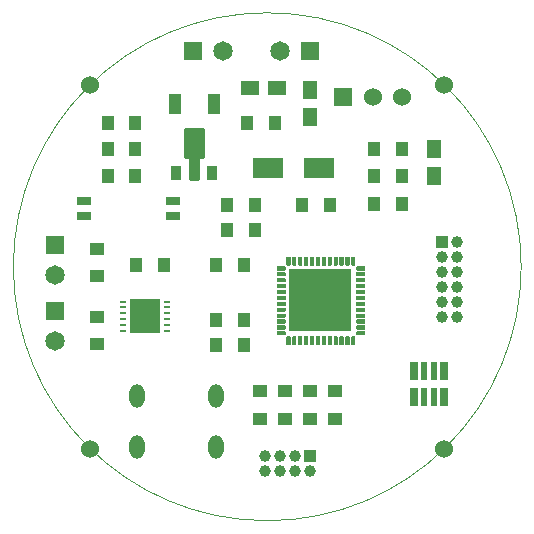
<source format=gbr>
*
*
G04 PADS 9.3 Build Number: 433611 generated Gerber (RS-274-X) file*
G04 PC Version=2.1*
*
%IN "LDC_HW_REV001.pcb"*%
*
%MOIN*%
*
%FSLAX35Y35*%
*
*
*
*
G04 PC Standard Apertures*
*
*
G04 Thermal Relief Aperture macro.*
%AMTER*
1,1,$1,0,0*
1,0,$1-$2,0,0*
21,0,$3,$4,0,0,45*
21,0,$3,$4,0,0,135*
%
*
*
G04 Annular Aperture macro.*
%AMANN*
1,1,$1,0,0*
1,0,$2,0,0*
%
*
*
G04 Odd Aperture macro.*
%AMODD*
1,1,$1,0,0*
1,0,$1-0.005,0,0*
%
*
*
G04 PC Custom Aperture Macros*
*
*
*
*
*
*
G04 PC Aperture Table*
*
%ADD010C,0.001*%
%ADD012R,0.06297X0.06297*%
%ADD014R,0.05X0.06*%
%ADD015R,0.10433X0.0689*%
%ADD016R,0.06X0.05*%
%ADD017R,0.04134X0.05118*%
%ADD018R,0.03937X0.03937*%
%ADD019C,0.03937*%
%ADD020R,0.00787X0.00787*%
%ADD021R,0.20669X0.20669*%
%ADD022O,0.05118X0.07874*%
%ADD023R,0.02362X0.00984*%
%ADD024R,0.10236X0.11811*%
%ADD025R,0.05118X0.04134*%
%ADD026R,0.05X0.02992*%
%ADD027R,0.026X0.059*%
%ADD028R,0.02X0.059*%
%ADD029R,0.03937X0.06693*%
%ADD030R,0.034X0.05*%
%ADD031C,0.015*%
%ADD032C,0.06*%
%ADD033R,0.06X0.06*%
%ADD034C,0.00039*%
%ADD035C,0.01*%
%ADD039C,0.00394*%
%ADD045C,0.06493*%
*
*
*
*
G04 PC Circuitry*
G04 Layer Name LDC_HW_REV001.pcb - circuitry*
%LPD*%
*
*
G04 PC Custom Flashes*
G04 Layer Name LDC_HW_REV001.pcb - flashes*
%LPD*%
*
*
G04 PC Circuitry*
G04 Layer Name LDC_HW_REV001.pcb - circuitry*
%LPD*%
*
G54D10*
G54D12*
G01X407874Y465551D03*
X323031Y400984D03*
X322835Y378937D03*
X369094Y465748D03*
G54D14*
X408071Y452531D03*
Y443531D03*
X449409Y432846D03*
Y423846D03*
G54D15*
X411024Y426575D03*
X394094D03*
G54D16*
X396823Y453346D03*
X387823D03*
G54D17*
X386909Y441535D03*
X396161D03*
X429429Y432874D03*
X438681D03*
X429232Y423819D03*
X438484D03*
X359350Y394291D03*
X350098D03*
X376673Y367520D03*
X385925D03*
X376673Y375787D03*
X385925D03*
X380413Y414173D03*
X389665D03*
X380413Y406102D03*
X389665D03*
X376673Y394291D03*
X385925D03*
X438484Y414567D03*
X429232D03*
X405413Y414370D03*
X414665D03*
X340453Y424016D03*
X349705D03*
Y432874D03*
X340453D03*
Y441535D03*
X349705D03*
G54D18*
X408071Y330512D03*
X451969Y401969D03*
G54D19*
X403071Y330512D03*
X398071D03*
X393071D03*
Y325512D03*
X398071D03*
X403071D03*
X408071D03*
X451969Y396969D03*
Y391969D03*
Y386969D03*
Y381969D03*
Y376969D03*
X456969D03*
Y381969D03*
Y386969D03*
Y391969D03*
Y396969D03*
Y401969D03*
G54D20*
X398287Y393307D03*
Y391339D03*
Y389370D03*
Y387402D03*
Y385433D03*
Y383465D03*
Y381496D03*
Y379528D03*
Y377559D03*
Y375591D03*
Y373622D03*
Y371654D03*
X400591Y369350D03*
X402559D03*
X404528D03*
X406496D03*
X408465D03*
X410433D03*
X412402D03*
X414370D03*
X416339D03*
X418307D03*
X420276D03*
X422244D03*
X424547Y371654D03*
Y373622D03*
Y375591D03*
Y377559D03*
Y379528D03*
Y381496D03*
Y383465D03*
Y385433D03*
Y387402D03*
Y389370D03*
Y391339D03*
Y393307D03*
X422244Y395610D03*
X420276D03*
X418307D03*
X416339D03*
X414370D03*
X412402D03*
X410433D03*
X408465D03*
X406496D03*
X404528D03*
X402559D03*
X400591D03*
G54D21*
X411417Y382480D03*
G54D22*
X350394Y333465D03*
X376772D03*
X350394Y350591D03*
X376772D03*
G54D23*
X360433Y372244D03*
Y374213D03*
Y376181D03*
Y378150D03*
Y380118D03*
Y382087D03*
X345472D03*
Y380118D03*
Y378150D03*
Y376181D03*
Y374213D03*
Y372244D03*
G54D24*
X352953Y377165D03*
G54D25*
X336811Y390453D03*
Y399705D03*
Y367815D03*
Y377067D03*
X391339Y343012D03*
Y352264D03*
X416142Y343012D03*
Y352264D03*
X399606Y343012D03*
Y352264D03*
X407874Y343012D03*
Y352264D03*
G54D26*
X362402Y415551D03*
X332480D03*
X362402Y410551D03*
X332480D03*
G54D27*
X452758Y359024D03*
X442518D03*
Y350424D03*
X452758D03*
G54D28*
X449208Y359024D03*
X446068D03*
Y350424D03*
X449208D03*
G54D29*
X362795Y448031D03*
X375787D03*
G54D30*
X363391Y424874D03*
X375191D03*
G54D31*
X369291Y436524D03*
G54D32*
X334646Y454331D03*
X452756D03*
X334646Y333071D03*
X452756D03*
X428937Y450197D03*
X438780D03*
G54D33*
X419094D03*
G54D34*
X399626Y393307D02*
X399625Y393342D01*
X399621Y393376*
X399616Y393411*
X399608Y393445*
X399598Y393478*
X399586Y393510*
X399571Y393542*
X399555Y393573*
X399536Y393602*
X399516Y393631*
X399494Y393658*
X399470Y393683*
X399445Y393707*
X399418Y393729*
X399390Y393749*
X399360Y393767*
X399330Y393784*
X399298Y393798*
X399265Y393810*
X399232Y393820*
X399198Y393828*
X399164Y393834*
X399129Y393837*
X399094Y393839*
X396949*
Y392776*
X399094*
X399129Y392777*
X399164Y392780*
X399198Y392786*
X399232Y392794*
X399265Y392804*
X399298Y392816*
X399330Y392830*
X399360Y392847*
X399390Y392865*
X399418Y392885*
X399445Y392907*
X399470Y392931*
X399494Y392957*
X399516Y392984*
X399536Y393012*
X399555Y393041*
X399571Y393072*
X399586Y393104*
X399598Y393136*
X399608Y393170*
X399616Y393203*
X399621Y393238*
X399625Y393272*
X399626Y393307*
X396949Y392776D02*
Y393839D01*
X396969Y392776D02*
Y393839D01*
X396988Y392776D02*
Y393839D01*
X397008Y392776D02*
Y393839D01*
X397028Y392776D02*
Y393839D01*
X397047Y392776D02*
Y393839D01*
X397067Y392776D02*
Y393839D01*
X397087Y392776D02*
Y393839D01*
X397106Y392776D02*
Y393839D01*
X397126Y392776D02*
Y393839D01*
X397146Y392776D02*
Y393839D01*
X397165Y392776D02*
Y393839D01*
X397185Y392776D02*
Y393839D01*
X397205Y392776D02*
Y393839D01*
X397224Y392776D02*
Y393839D01*
X397244Y392776D02*
Y393839D01*
X397264Y392776D02*
Y393839D01*
X397283Y392776D02*
Y393839D01*
X397303Y392776D02*
Y393839D01*
X397323Y392776D02*
Y393839D01*
X397343Y392776D02*
Y393839D01*
X397362Y392776D02*
Y393839D01*
X397382Y392776D02*
Y393839D01*
X397402Y392776D02*
Y393839D01*
X397421Y392776D02*
Y393839D01*
X397441Y392776D02*
Y393839D01*
X397461Y392776D02*
Y393839D01*
X397480Y392776D02*
Y393839D01*
X397500Y392776D02*
Y393839D01*
X397520Y392776D02*
Y393839D01*
X397539Y392776D02*
Y393839D01*
X397559Y392776D02*
Y393839D01*
X397579Y392776D02*
Y393839D01*
X397598Y392776D02*
Y393839D01*
X397618Y392776D02*
Y393839D01*
X397638Y392776D02*
Y393839D01*
X397657Y392776D02*
Y393839D01*
X397677Y392776D02*
Y393839D01*
X397697Y392776D02*
Y393839D01*
X397717Y392776D02*
Y393839D01*
X397736Y392776D02*
Y393839D01*
X397756Y392776D02*
Y393839D01*
X397776Y392776D02*
Y393839D01*
X397795Y392776D02*
Y393839D01*
X397815Y392776D02*
Y393839D01*
X397835Y392776D02*
Y393839D01*
X397854Y392776D02*
Y393839D01*
X397874Y392776D02*
Y393839D01*
X397894Y392776D02*
Y393839D01*
X397913Y392776D02*
Y393839D01*
X397933Y392776D02*
Y393839D01*
X397953Y392776D02*
Y393839D01*
X397972Y392776D02*
Y393839D01*
X397992Y392776D02*
Y393839D01*
X398012Y392776D02*
Y393839D01*
X398031Y392776D02*
Y393839D01*
X398051Y392776D02*
Y393839D01*
X398071Y392776D02*
Y393839D01*
X398091Y392776D02*
Y393839D01*
X398110Y392776D02*
Y393839D01*
X398130Y392776D02*
Y393839D01*
X398150Y392776D02*
Y393839D01*
X398169Y392776D02*
Y393839D01*
X398189Y392776D02*
Y393839D01*
X398209Y392776D02*
Y393839D01*
X398228Y392776D02*
Y393839D01*
X398248Y392776D02*
Y393839D01*
X398268Y392776D02*
Y393839D01*
X398287Y392776D02*
Y393839D01*
X398307Y392776D02*
Y393839D01*
X398327Y392776D02*
Y393839D01*
X398346Y392776D02*
Y393839D01*
X398366Y392776D02*
Y393839D01*
X398386Y392776D02*
Y393839D01*
X398406Y392776D02*
Y393839D01*
X398425Y392776D02*
Y393839D01*
X398445Y392776D02*
Y393839D01*
X398465Y392776D02*
Y393839D01*
X398484Y392776D02*
Y393839D01*
X398504Y392776D02*
Y393839D01*
X398524Y392776D02*
Y393839D01*
X398543Y392776D02*
Y393839D01*
X398563Y392776D02*
Y393839D01*
X398583Y392776D02*
Y393839D01*
X398602Y392776D02*
Y393839D01*
X398622Y392776D02*
Y393839D01*
X398642Y392776D02*
Y393839D01*
X398661Y392776D02*
Y393839D01*
X398681Y392776D02*
Y393839D01*
X398701Y392776D02*
Y393839D01*
X398720Y392776D02*
Y393839D01*
X398740Y392776D02*
Y393839D01*
X398760Y392776D02*
Y393839D01*
X398780Y392776D02*
Y393839D01*
X398799Y392776D02*
Y393839D01*
X398819Y392776D02*
Y393839D01*
X398839Y392776D02*
Y393839D01*
X398858Y392776D02*
Y393839D01*
X398878Y392776D02*
Y393839D01*
X398898Y392776D02*
Y393839D01*
X398917Y392776D02*
Y393839D01*
X398937Y392776D02*
Y393839D01*
X398957Y392776D02*
Y393839D01*
X398976Y392776D02*
Y393839D01*
X398996Y392776D02*
Y393839D01*
X399016Y392776D02*
Y393839D01*
X399035Y392776D02*
Y393839D01*
X399055Y392776D02*
Y393839D01*
X399075Y392776D02*
Y393839D01*
X399094Y392776D02*
Y393839D01*
X399114Y392776D02*
Y393838D01*
X399134Y392777D02*
Y393837D01*
X399154Y392779D02*
Y393835D01*
X399173Y392782D02*
Y393832D01*
X399193Y392785D02*
Y393829D01*
X399213Y392789D02*
Y393825D01*
X399232Y392794D02*
Y393820D01*
X399252Y392800D02*
Y393814D01*
X399272Y392806D02*
Y393808D01*
X399291Y392814D02*
Y393801D01*
X399311Y392822D02*
Y393792D01*
X399331Y392831D02*
Y393783D01*
X399350Y392842D02*
Y393773D01*
X399370Y392853D02*
Y393761D01*
X399390Y392865D02*
Y393749D01*
X399409Y392879D02*
Y393735D01*
X399429Y392895D02*
Y393720D01*
X399449Y392911D02*
Y393703D01*
X399469Y392930D02*
Y393685D01*
X399488Y392950D02*
Y393664D01*
X399508Y392973D02*
Y393641D01*
X399528Y392999D02*
Y393615D01*
X399547Y393029D02*
Y393585D01*
X399567Y393064D02*
Y393550D01*
X399587Y393107D02*
Y393508D01*
X399606Y393164D02*
Y393450D01*
X399626Y391339D02*
X399625Y391373D01*
X399621Y391408*
X399616Y391442*
X399608Y391476*
X399598Y391509*
X399586Y391542*
X399571Y391574*
X399555Y391604*
X399536Y391634*
X399516Y391662*
X399494Y391689*
X399470Y391714*
X399445Y391738*
X399418Y391760*
X399390Y391781*
X399360Y391799*
X399330Y391815*
X399298Y391830*
X399265Y391842*
X399232Y391852*
X399198Y391860*
X399164Y391866*
X399129Y391869*
X399094Y391870*
X396949*
Y390807*
X399094*
X399129Y390808*
X399164Y390812*
X399198Y390817*
X399232Y390825*
X399265Y390835*
X399298Y390848*
X399330Y390862*
X399360Y390878*
X399390Y390897*
X399418Y390917*
X399445Y390939*
X399470Y390963*
X399494Y390988*
X399516Y391015*
X399536Y391043*
X399555Y391073*
X399571Y391104*
X399586Y391135*
X399598Y391168*
X399608Y391201*
X399616Y391235*
X399621Y391269*
X399625Y391304*
X399626Y391339*
X396949Y390807D02*
Y391870D01*
X396969Y390807D02*
Y391870D01*
X396988Y390807D02*
Y391870D01*
X397008Y390807D02*
Y391870D01*
X397028Y390807D02*
Y391870D01*
X397047Y390807D02*
Y391870D01*
X397067Y390807D02*
Y391870D01*
X397087Y390807D02*
Y391870D01*
X397106Y390807D02*
Y391870D01*
X397126Y390807D02*
Y391870D01*
X397146Y390807D02*
Y391870D01*
X397165Y390807D02*
Y391870D01*
X397185Y390807D02*
Y391870D01*
X397205Y390807D02*
Y391870D01*
X397224Y390807D02*
Y391870D01*
X397244Y390807D02*
Y391870D01*
X397264Y390807D02*
Y391870D01*
X397283Y390807D02*
Y391870D01*
X397303Y390807D02*
Y391870D01*
X397323Y390807D02*
Y391870D01*
X397343Y390807D02*
Y391870D01*
X397362Y390807D02*
Y391870D01*
X397382Y390807D02*
Y391870D01*
X397402Y390807D02*
Y391870D01*
X397421Y390807D02*
Y391870D01*
X397441Y390807D02*
Y391870D01*
X397461Y390807D02*
Y391870D01*
X397480Y390807D02*
Y391870D01*
X397500Y390807D02*
Y391870D01*
X397520Y390807D02*
Y391870D01*
X397539Y390807D02*
Y391870D01*
X397559Y390807D02*
Y391870D01*
X397579Y390807D02*
Y391870D01*
X397598Y390807D02*
Y391870D01*
X397618Y390807D02*
Y391870D01*
X397638Y390807D02*
Y391870D01*
X397657Y390807D02*
Y391870D01*
X397677Y390807D02*
Y391870D01*
X397697Y390807D02*
Y391870D01*
X397717Y390807D02*
Y391870D01*
X397736Y390807D02*
Y391870D01*
X397756Y390807D02*
Y391870D01*
X397776Y390807D02*
Y391870D01*
X397795Y390807D02*
Y391870D01*
X397815Y390807D02*
Y391870D01*
X397835Y390807D02*
Y391870D01*
X397854Y390807D02*
Y391870D01*
X397874Y390807D02*
Y391870D01*
X397894Y390807D02*
Y391870D01*
X397913Y390807D02*
Y391870D01*
X397933Y390807D02*
Y391870D01*
X397953Y390807D02*
Y391870D01*
X397972Y390807D02*
Y391870D01*
X397992Y390807D02*
Y391870D01*
X398012Y390807D02*
Y391870D01*
X398031Y390807D02*
Y391870D01*
X398051Y390807D02*
Y391870D01*
X398071Y390807D02*
Y391870D01*
X398091Y390807D02*
Y391870D01*
X398110Y390807D02*
Y391870D01*
X398130Y390807D02*
Y391870D01*
X398150Y390807D02*
Y391870D01*
X398169Y390807D02*
Y391870D01*
X398189Y390807D02*
Y391870D01*
X398209Y390807D02*
Y391870D01*
X398228Y390807D02*
Y391870D01*
X398248Y390807D02*
Y391870D01*
X398268Y390807D02*
Y391870D01*
X398287Y390807D02*
Y391870D01*
X398307Y390807D02*
Y391870D01*
X398327Y390807D02*
Y391870D01*
X398346Y390807D02*
Y391870D01*
X398366Y390807D02*
Y391870D01*
X398386Y390807D02*
Y391870D01*
X398406Y390807D02*
Y391870D01*
X398425Y390807D02*
Y391870D01*
X398445Y390807D02*
Y391870D01*
X398465Y390807D02*
Y391870D01*
X398484Y390807D02*
Y391870D01*
X398504Y390807D02*
Y391870D01*
X398524Y390807D02*
Y391870D01*
X398543Y390807D02*
Y391870D01*
X398563Y390807D02*
Y391870D01*
X398583Y390807D02*
Y391870D01*
X398602Y390807D02*
Y391870D01*
X398622Y390807D02*
Y391870D01*
X398642Y390807D02*
Y391870D01*
X398661Y390807D02*
Y391870D01*
X398681Y390807D02*
Y391870D01*
X398701Y390807D02*
Y391870D01*
X398720Y390807D02*
Y391870D01*
X398740Y390807D02*
Y391870D01*
X398760Y390807D02*
Y391870D01*
X398780Y390807D02*
Y391870D01*
X398799Y390807D02*
Y391870D01*
X398819Y390807D02*
Y391870D01*
X398839Y390807D02*
Y391870D01*
X398858Y390807D02*
Y391870D01*
X398878Y390807D02*
Y391870D01*
X398898Y390807D02*
Y391870D01*
X398917Y390807D02*
Y391870D01*
X398937Y390807D02*
Y391870D01*
X398957Y390807D02*
Y391870D01*
X398976Y390807D02*
Y391870D01*
X398996Y390807D02*
Y391870D01*
X399016Y390807D02*
Y391870D01*
X399035Y390807D02*
Y391870D01*
X399055Y390807D02*
Y391870D01*
X399075Y390807D02*
Y391870D01*
X399094Y390807D02*
Y391870D01*
X399114Y390808D02*
Y391869D01*
X399134Y390809D02*
Y391868D01*
X399154Y390811D02*
Y391867D01*
X399173Y390813D02*
Y391864D01*
X399193Y390816D02*
Y391861D01*
X399213Y390821D02*
Y391857D01*
X399232Y390825D02*
Y391852D01*
X399252Y390831D02*
Y391846D01*
X399272Y390838D02*
Y391839D01*
X399291Y390845D02*
Y391832D01*
X399311Y390853D02*
Y391824D01*
X399331Y390863D02*
Y391815D01*
X399350Y390873D02*
Y391804D01*
X399370Y390884D02*
Y391793D01*
X399390Y390897D02*
Y391781D01*
X399409Y390911D02*
Y391766D01*
X399429Y390926D02*
Y391751D01*
X399449Y390943D02*
Y391735D01*
X399469Y390961D02*
Y391716D01*
X399488Y390982D02*
Y391695D01*
X399508Y391005D02*
Y391672D01*
X399528Y391031D02*
Y391646D01*
X399547Y391061D02*
Y391616D01*
X399567Y391096D02*
Y391582D01*
X399587Y391138D02*
Y391539D01*
X399606Y391196D02*
Y391481D01*
X399626Y389370D02*
X399625Y389405D01*
X399621Y389439*
X399616Y389474*
X399608Y389508*
X399598Y389541*
X399586Y389573*
X399571Y389605*
X399555Y389636*
X399536Y389665*
X399516Y389694*
X399494Y389721*
X399470Y389746*
X399445Y389770*
X399418Y389792*
X399390Y389812*
X399360Y389830*
X399330Y389847*
X399298Y389861*
X399265Y389873*
X399232Y389883*
X399198Y389891*
X399164Y389897*
X399129Y389900*
X399094Y389902*
X396949*
Y388839*
X399094*
X399129Y388840*
X399164Y388843*
X399198Y388849*
X399232Y388857*
X399265Y388867*
X399298Y388879*
X399330Y388893*
X399360Y388910*
X399390Y388928*
X399418Y388948*
X399445Y388970*
X399470Y388994*
X399494Y389020*
X399516Y389047*
X399536Y389075*
X399555Y389104*
X399571Y389135*
X399586Y389167*
X399598Y389199*
X399608Y389233*
X399616Y389266*
X399621Y389301*
X399625Y389335*
X399626Y389370*
X396949Y388839D02*
Y389902D01*
X396969Y388839D02*
Y389902D01*
X396988Y388839D02*
Y389902D01*
X397008Y388839D02*
Y389902D01*
X397028Y388839D02*
Y389902D01*
X397047Y388839D02*
Y389902D01*
X397067Y388839D02*
Y389902D01*
X397087Y388839D02*
Y389902D01*
X397106Y388839D02*
Y389902D01*
X397126Y388839D02*
Y389902D01*
X397146Y388839D02*
Y389902D01*
X397165Y388839D02*
Y389902D01*
X397185Y388839D02*
Y389902D01*
X397205Y388839D02*
Y389902D01*
X397224Y388839D02*
Y389902D01*
X397244Y388839D02*
Y389902D01*
X397264Y388839D02*
Y389902D01*
X397283Y388839D02*
Y389902D01*
X397303Y388839D02*
Y389902D01*
X397323Y388839D02*
Y389902D01*
X397343Y388839D02*
Y389902D01*
X397362Y388839D02*
Y389902D01*
X397382Y388839D02*
Y389902D01*
X397402Y388839D02*
Y389902D01*
X397421Y388839D02*
Y389902D01*
X397441Y388839D02*
Y389902D01*
X397461Y388839D02*
Y389902D01*
X397480Y388839D02*
Y389902D01*
X397500Y388839D02*
Y389902D01*
X397520Y388839D02*
Y389902D01*
X397539Y388839D02*
Y389902D01*
X397559Y388839D02*
Y389902D01*
X397579Y388839D02*
Y389902D01*
X397598Y388839D02*
Y389902D01*
X397618Y388839D02*
Y389902D01*
X397638Y388839D02*
Y389902D01*
X397657Y388839D02*
Y389902D01*
X397677Y388839D02*
Y389902D01*
X397697Y388839D02*
Y389902D01*
X397717Y388839D02*
Y389902D01*
X397736Y388839D02*
Y389902D01*
X397756Y388839D02*
Y389902D01*
X397776Y388839D02*
Y389902D01*
X397795Y388839D02*
Y389902D01*
X397815Y388839D02*
Y389902D01*
X397835Y388839D02*
Y389902D01*
X397854Y388839D02*
Y389902D01*
X397874Y388839D02*
Y389902D01*
X397894Y388839D02*
Y389902D01*
X397913Y388839D02*
Y389902D01*
X397933Y388839D02*
Y389902D01*
X397953Y388839D02*
Y389902D01*
X397972Y388839D02*
Y389902D01*
X397992Y388839D02*
Y389902D01*
X398012Y388839D02*
Y389902D01*
X398031Y388839D02*
Y389902D01*
X398051Y388839D02*
Y389902D01*
X398071Y388839D02*
Y389902D01*
X398091Y388839D02*
Y389902D01*
X398110Y388839D02*
Y389902D01*
X398130Y388839D02*
Y389902D01*
X398150Y388839D02*
Y389902D01*
X398169Y388839D02*
Y389902D01*
X398189Y388839D02*
Y389902D01*
X398209Y388839D02*
Y389902D01*
X398228Y388839D02*
Y389902D01*
X398248Y388839D02*
Y389902D01*
X398268Y388839D02*
Y389902D01*
X398287Y388839D02*
Y389902D01*
X398307Y388839D02*
Y389902D01*
X398327Y388839D02*
Y389902D01*
X398346Y388839D02*
Y389902D01*
X398366Y388839D02*
Y389902D01*
X398386Y388839D02*
Y389902D01*
X398406Y388839D02*
Y389902D01*
X398425Y388839D02*
Y389902D01*
X398445Y388839D02*
Y389902D01*
X398465Y388839D02*
Y389902D01*
X398484Y388839D02*
Y389902D01*
X398504Y388839D02*
Y389902D01*
X398524Y388839D02*
Y389902D01*
X398543Y388839D02*
Y389902D01*
X398563Y388839D02*
Y389902D01*
X398583Y388839D02*
Y389902D01*
X398602Y388839D02*
Y389902D01*
X398622Y388839D02*
Y389902D01*
X398642Y388839D02*
Y389902D01*
X398661Y388839D02*
Y389902D01*
X398681Y388839D02*
Y389902D01*
X398701Y388839D02*
Y389902D01*
X398720Y388839D02*
Y389902D01*
X398740Y388839D02*
Y389902D01*
X398760Y388839D02*
Y389902D01*
X398780Y388839D02*
Y389902D01*
X398799Y388839D02*
Y389902D01*
X398819Y388839D02*
Y389902D01*
X398839Y388839D02*
Y389902D01*
X398858Y388839D02*
Y389902D01*
X398878Y388839D02*
Y389902D01*
X398898Y388839D02*
Y389902D01*
X398917Y388839D02*
Y389902D01*
X398937Y388839D02*
Y389902D01*
X398957Y388839D02*
Y389902D01*
X398976Y388839D02*
Y389902D01*
X398996Y388839D02*
Y389902D01*
X399016Y388839D02*
Y389902D01*
X399035Y388839D02*
Y389902D01*
X399055Y388839D02*
Y389902D01*
X399075Y388839D02*
Y389902D01*
X399094Y388839D02*
Y389902D01*
X399114Y388839D02*
Y389901D01*
X399134Y388840D02*
Y389900D01*
X399154Y388842D02*
Y389898D01*
X399173Y388845D02*
Y389895D01*
X399193Y388848D02*
Y389892D01*
X399213Y388852D02*
Y389888D01*
X399232Y388857D02*
Y389883D01*
X399252Y388863D02*
Y389877D01*
X399272Y388869D02*
Y389871D01*
X399291Y388877D02*
Y389864D01*
X399311Y388885D02*
Y389855D01*
X399331Y388894D02*
Y389846D01*
X399350Y388905D02*
Y389836D01*
X399370Y388916D02*
Y389824D01*
X399390Y388928D02*
Y389812D01*
X399409Y388942D02*
Y389798D01*
X399429Y388958D02*
Y389783D01*
X399449Y388974D02*
Y389766D01*
X399469Y388993D02*
Y389748D01*
X399488Y389013D02*
Y389727D01*
X399508Y389036D02*
Y389704D01*
X399528Y389062D02*
Y389678D01*
X399547Y389092D02*
Y389648D01*
X399567Y389127D02*
Y389613D01*
X399587Y389170D02*
Y389571D01*
X399606Y389227D02*
Y389513D01*
X399626Y387402D02*
X399625Y387436D01*
X399621Y387471*
X399616Y387505*
X399608Y387539*
X399598Y387572*
X399586Y387605*
X399571Y387637*
X399555Y387667*
X399536Y387697*
X399516Y387725*
X399494Y387752*
X399470Y387777*
X399445Y387801*
X399418Y387823*
X399390Y387843*
X399390D02*
X399360Y387862D01*
X399330Y387878*
X399298Y387893*
X399265Y387905*
X399232Y387915*
X399198Y387923*
X399164Y387929*
X399129Y387932*
X399094Y387933*
X396949*
Y386870*
X399094*
X399129Y386871*
X399164Y386875*
X399198Y386880*
X399232Y386888*
X399265Y386898*
X399298Y386911*
X399330Y386925*
X399360Y386941*
X399390Y386960*
X399418Y386980*
X399445Y387002*
X399470Y387026*
X399494Y387051*
X399516Y387078*
X399536Y387106*
X399555Y387136*
X399571Y387167*
X399571D02*
X399586Y387198D01*
X399598Y387231*
X399608Y387264*
X399616Y387298*
X399621Y387332*
X399625Y387367*
X399626Y387402*
X396949Y386870D02*
Y387933D01*
X396969Y386870D02*
Y387933D01*
X396988Y386870D02*
Y387933D01*
X397008Y386870D02*
Y387933D01*
X397028Y386870D02*
Y387933D01*
X397047Y386870D02*
Y387933D01*
X397067Y386870D02*
Y387933D01*
X397087Y386870D02*
Y387933D01*
X397106Y386870D02*
Y387933D01*
X397126Y386870D02*
Y387933D01*
X397146Y386870D02*
Y387933D01*
X397165Y386870D02*
Y387933D01*
X397185Y386870D02*
Y387933D01*
X397205Y386870D02*
Y387933D01*
X397224Y386870D02*
Y387933D01*
X397244Y386870D02*
Y387933D01*
X397264Y386870D02*
Y387933D01*
X397283Y386870D02*
Y387933D01*
X397303Y386870D02*
Y387933D01*
X397323Y386870D02*
Y387933D01*
X397343Y386870D02*
Y387933D01*
X397362Y386870D02*
Y387933D01*
X397382Y386870D02*
Y387933D01*
X397402Y386870D02*
Y387933D01*
X397421Y386870D02*
Y387933D01*
X397441Y386870D02*
Y387933D01*
X397461Y386870D02*
Y387933D01*
X397480Y386870D02*
Y387933D01*
X397500Y386870D02*
Y387933D01*
X397520Y386870D02*
Y387933D01*
X397539Y386870D02*
Y387933D01*
X397559Y386870D02*
Y387933D01*
X397579Y386870D02*
Y387933D01*
X397598Y386870D02*
Y387933D01*
X397618Y386870D02*
Y387933D01*
X397638Y386870D02*
Y387933D01*
X397657Y386870D02*
Y387933D01*
X397677Y386870D02*
Y387933D01*
X397697Y386870D02*
Y387933D01*
X397717Y386870D02*
Y387933D01*
X397736Y386870D02*
Y387933D01*
X397756Y386870D02*
Y387933D01*
X397776Y386870D02*
Y387933D01*
X397795Y386870D02*
Y387933D01*
X397815Y386870D02*
Y387933D01*
X397835Y386870D02*
Y387933D01*
X397854Y386870D02*
Y387933D01*
X397874Y386870D02*
Y387933D01*
X397894Y386870D02*
Y387933D01*
X397913Y386870D02*
Y387933D01*
X397933Y386870D02*
Y387933D01*
X397953Y386870D02*
Y387933D01*
X397972Y386870D02*
Y387933D01*
X397992Y386870D02*
Y387933D01*
X398012Y386870D02*
Y387933D01*
X398031Y386870D02*
Y387933D01*
X398051Y386870D02*
Y387933D01*
X398071Y386870D02*
Y387933D01*
X398091Y386870D02*
Y387933D01*
X398110Y386870D02*
Y387933D01*
X398130Y386870D02*
Y387933D01*
X398150Y386870D02*
Y387933D01*
X398169Y386870D02*
Y387933D01*
X398189Y386870D02*
Y387933D01*
X398209Y386870D02*
Y387933D01*
X398228Y386870D02*
Y387933D01*
X398248Y386870D02*
Y387933D01*
X398268Y386870D02*
Y387933D01*
X398287Y386870D02*
Y387933D01*
X398307Y386870D02*
Y387933D01*
X398327Y386870D02*
Y387933D01*
X398346Y386870D02*
Y387933D01*
X398366Y386870D02*
Y387933D01*
X398386Y386870D02*
Y387933D01*
X398406Y386870D02*
Y387933D01*
X398425Y386870D02*
Y387933D01*
X398445Y386870D02*
Y387933D01*
X398465Y386870D02*
Y387933D01*
X398484Y386870D02*
Y387933D01*
X398504Y386870D02*
Y387933D01*
X398524Y386870D02*
Y387933D01*
X398543Y386870D02*
Y387933D01*
X398563Y386870D02*
Y387933D01*
X398583Y386870D02*
Y387933D01*
X398602Y386870D02*
Y387933D01*
X398622Y386870D02*
Y387933D01*
X398642Y386870D02*
Y387933D01*
X398661Y386870D02*
Y387933D01*
X398681Y386870D02*
Y387933D01*
X398701Y386870D02*
Y387933D01*
X398720Y386870D02*
Y387933D01*
X398740Y386870D02*
Y387933D01*
X398760Y386870D02*
Y387933D01*
X398780Y386870D02*
Y387933D01*
X398799Y386870D02*
Y387933D01*
X398819Y386870D02*
Y387933D01*
X398839Y386870D02*
Y387933D01*
X398858Y386870D02*
Y387933D01*
X398878Y386870D02*
Y387933D01*
X398898Y386870D02*
Y387933D01*
X398917Y386870D02*
Y387933D01*
X398937Y386870D02*
Y387933D01*
X398957Y386870D02*
Y387933D01*
X398976Y386870D02*
Y387933D01*
X398996Y386870D02*
Y387933D01*
X399016Y386870D02*
Y387933D01*
X399035Y386870D02*
Y387933D01*
X399055Y386870D02*
Y387933D01*
X399075Y386870D02*
Y387933D01*
X399094Y386870D02*
Y387933D01*
X399114Y386871D02*
Y387932D01*
X399134Y386872D02*
Y387931D01*
X399154Y386874D02*
Y387930D01*
X399173Y386876D02*
Y387927D01*
X399193Y386879D02*
Y387924D01*
X399213Y386884D02*
Y387919D01*
X399232Y386888D02*
Y387915D01*
X399252Y386894D02*
Y387909D01*
X399272Y386901D02*
Y387902D01*
X399291Y386908D02*
Y387895D01*
X399311Y386916D02*
Y387887D01*
X399331Y386926D02*
Y387878D01*
X399350Y386936D02*
Y387867D01*
X399370Y386947D02*
Y387856D01*
X399390Y386960D02*
Y387844D01*
X399409Y386974D02*
Y387829D01*
X399429Y386989D02*
Y387814D01*
X399449Y387006D02*
Y387798D01*
X399469Y387024D02*
Y387779D01*
X399488Y387045D02*
Y387758D01*
X399508Y387068D02*
Y387735D01*
X399528Y387094D02*
Y387709D01*
X399547Y387124D02*
Y387679D01*
X399567Y387159D02*
Y387645D01*
X399587Y387201D02*
Y387602D01*
X399606Y387259D02*
Y387544D01*
X399626Y385433D02*
X399625Y385468D01*
X399621Y385502*
X399616Y385537*
X399608Y385571*
X399598Y385604*
X399586Y385636*
X399571Y385668*
X399555Y385699*
X399536Y385728*
X399516Y385757*
X399494Y385784*
X399470Y385809*
X399445Y385833*
X399418Y385855*
X399390Y385875*
X399360Y385893*
X399330Y385910*
X399298Y385924*
X399265Y385936*
X399232Y385946*
X399198Y385954*
X399164Y385960*
X399129Y385963*
X399094Y385965*
X396949*
Y384902*
X399094*
X399129Y384903*
X399164Y384906*
X399198Y384912*
X399232Y384920*
X399265Y384930*
X399298Y384942*
X399330Y384956*
X399360Y384973*
X399390Y384991*
X399418Y385011*
X399445Y385033*
X399470Y385057*
X399494Y385083*
X399516Y385110*
X399536Y385138*
X399555Y385167*
X399571Y385198*
X399586Y385230*
X399598Y385262*
X399608Y385296*
X399616Y385329*
X399621Y385364*
X399625Y385398*
X399626Y385433*
X396949Y384902D02*
Y385965D01*
X396969Y384902D02*
Y385965D01*
X396988Y384902D02*
Y385965D01*
X397008Y384902D02*
Y385965D01*
X397028Y384902D02*
Y385965D01*
X397047Y384902D02*
Y385965D01*
X397067Y384902D02*
Y385965D01*
X397087Y384902D02*
Y385965D01*
X397106Y384902D02*
Y385965D01*
X397126Y384902D02*
Y385965D01*
X397146Y384902D02*
Y385965D01*
X397165Y384902D02*
Y385965D01*
X397185Y384902D02*
Y385965D01*
X397205Y384902D02*
Y385965D01*
X397224Y384902D02*
Y385965D01*
X397244Y384902D02*
Y385965D01*
X397264Y384902D02*
Y385965D01*
X397283Y384902D02*
Y385965D01*
X397303Y384902D02*
Y385965D01*
X397323Y384902D02*
Y385965D01*
X397343Y384902D02*
Y385965D01*
X397362Y384902D02*
Y385965D01*
X397382Y384902D02*
Y385965D01*
X397402Y384902D02*
Y385965D01*
X397421Y384902D02*
Y385965D01*
X397441Y384902D02*
Y385965D01*
X397461Y384902D02*
Y385965D01*
X397480Y384902D02*
Y385965D01*
X397500Y384902D02*
Y385965D01*
X397520Y384902D02*
Y385965D01*
X397539Y384902D02*
Y385965D01*
X397559Y384902D02*
Y385965D01*
X397579Y384902D02*
Y385965D01*
X397598Y384902D02*
Y385965D01*
X397618Y384902D02*
Y385965D01*
X397638Y384902D02*
Y385965D01*
X397657Y384902D02*
Y385965D01*
X397677Y384902D02*
Y385965D01*
X397697Y384902D02*
Y385965D01*
X397717Y384902D02*
Y385965D01*
X397736Y384902D02*
Y385965D01*
X397756Y384902D02*
Y385965D01*
X397776Y384902D02*
Y385965D01*
X397795Y384902D02*
Y385965D01*
X397815Y384902D02*
Y385965D01*
X397835Y384902D02*
Y385965D01*
X397854Y384902D02*
Y385965D01*
X397874Y384902D02*
Y385965D01*
X397894Y384902D02*
Y385965D01*
X397913Y384902D02*
Y385965D01*
X397933Y384902D02*
Y385965D01*
X397953Y384902D02*
Y385965D01*
X397972Y384902D02*
Y385965D01*
X397992Y384902D02*
Y385965D01*
X398012Y384902D02*
Y385965D01*
X398031Y384902D02*
Y385965D01*
X398051Y384902D02*
Y385965D01*
X398071Y384902D02*
Y385965D01*
X398091Y384902D02*
Y385965D01*
X398110Y384902D02*
Y385965D01*
X398130Y384902D02*
Y385965D01*
X398150Y384902D02*
Y385965D01*
X398169Y384902D02*
Y385965D01*
X398189Y384902D02*
Y385965D01*
X398209Y384902D02*
Y385965D01*
X398228Y384902D02*
Y385965D01*
X398248Y384902D02*
Y385965D01*
X398268Y384902D02*
Y385965D01*
X398287Y384902D02*
Y385965D01*
X398307Y384902D02*
Y385965D01*
X398327Y384902D02*
Y385965D01*
X398346Y384902D02*
Y385965D01*
X398366Y384902D02*
Y385965D01*
X398386Y384902D02*
Y385965D01*
X398406Y384902D02*
Y385965D01*
X398425Y384902D02*
Y385965D01*
X398445Y384902D02*
Y385965D01*
X398465Y384902D02*
Y385965D01*
X398484Y384902D02*
Y385965D01*
X398504Y384902D02*
Y385965D01*
X398524Y384902D02*
Y385965D01*
X398543Y384902D02*
Y385965D01*
X398563Y384902D02*
Y385965D01*
X398583Y384902D02*
Y385965D01*
X398602Y384902D02*
Y385965D01*
X398622Y384902D02*
Y385965D01*
X398642Y384902D02*
Y385965D01*
X398661Y384902D02*
Y385965D01*
X398681Y384902D02*
Y385965D01*
X398701Y384902D02*
Y385965D01*
X398720Y384902D02*
Y385965D01*
X398740Y384902D02*
Y385965D01*
X398760Y384902D02*
Y385965D01*
X398780Y384902D02*
Y385965D01*
X398799Y384902D02*
Y385965D01*
X398819Y384902D02*
Y385965D01*
X398839Y384902D02*
Y385965D01*
X398858Y384902D02*
Y385965D01*
X398878Y384902D02*
Y385965D01*
X398898Y384902D02*
Y385965D01*
X398917Y384902D02*
Y385965D01*
X398937Y384902D02*
Y385965D01*
X398957Y384902D02*
Y385965D01*
X398976Y384902D02*
Y385965D01*
X398996Y384902D02*
Y385965D01*
X399016Y384902D02*
Y385965D01*
X399035Y384902D02*
Y385965D01*
X399055Y384902D02*
Y385965D01*
X399075Y384902D02*
Y385965D01*
X399094Y384902D02*
Y385965D01*
X399114Y384902D02*
Y385964D01*
X399134Y384903D02*
Y385963D01*
X399154Y384905D02*
Y385961D01*
X399173Y384908D02*
Y385958D01*
X399193Y384911D02*
Y385955D01*
X399213Y384915D02*
Y385951D01*
X399232Y384920D02*
Y385946D01*
X399252Y384926D02*
Y385940D01*
X399272Y384932D02*
Y385934D01*
X399291Y384940D02*
Y385927D01*
X399311Y384948D02*
Y385918D01*
X399331Y384957D02*
Y385909D01*
X399350Y384968D02*
Y385899D01*
X399370Y384979D02*
Y385887D01*
X399390Y384991D02*
Y385875D01*
X399409Y385005D02*
Y385861D01*
X399429Y385021D02*
Y385846D01*
X399449Y385037D02*
Y385829D01*
X399469Y385056D02*
Y385811D01*
X399488Y385076D02*
Y385790D01*
X399508Y385099D02*
Y385767D01*
X399528Y385125D02*
Y385741D01*
X399547Y385155D02*
Y385711D01*
X399567Y385190D02*
Y385676D01*
X399587Y385233D02*
Y385634D01*
X399606Y385290D02*
Y385576D01*
X399626Y383465D02*
X399625Y383499D01*
X399621Y383534*
X399616Y383568*
X399608Y383602*
X399598Y383635*
X399586Y383668*
X399571Y383700*
X399555Y383730*
X399536Y383760*
X399516Y383788*
X399494Y383815*
X399470Y383840*
X399445Y383864*
X399418Y383886*
X399390Y383906*
X399360Y383925*
X399330Y383941*
X399298Y383956*
X399265Y383968*
X399232Y383978*
X399198Y383986*
X399164Y383992*
X399129Y383995*
X399094Y383996*
X396949*
Y382933*
X399094*
X399129Y382934*
X399164Y382938*
X399198Y382943*
X399232Y382951*
X399265Y382961*
X399298Y382974*
X399330Y382988*
X399360Y383004*
X399390Y383023*
X399418Y383043*
X399445Y383065*
X399470Y383089*
X399494Y383114*
X399516Y383141*
X399536Y383169*
X399555Y383199*
X399571Y383229*
X399586Y383261*
X399598Y383294*
X399608Y383327*
X399616Y383361*
X399621Y383395*
X399625Y383430*
X399626Y383465*
X396949Y382933D02*
Y383996D01*
X396969Y382933D02*
Y383996D01*
X396988Y382933D02*
Y383996D01*
X397008Y382933D02*
Y383996D01*
X397028Y382933D02*
Y383996D01*
X397047Y382933D02*
Y383996D01*
X397067Y382933D02*
Y383996D01*
X397087Y382933D02*
Y383996D01*
X397106Y382933D02*
Y383996D01*
X397126Y382933D02*
Y383996D01*
X397146Y382933D02*
Y383996D01*
X397165Y382933D02*
Y383996D01*
X397185Y382933D02*
Y383996D01*
X397205Y382933D02*
Y383996D01*
X397224Y382933D02*
Y383996D01*
X397244Y382933D02*
Y383996D01*
X397264Y382933D02*
Y383996D01*
X397283Y382933D02*
Y383996D01*
X397303Y382933D02*
Y383996D01*
X397323Y382933D02*
Y383996D01*
X397343Y382933D02*
Y383996D01*
X397362Y382933D02*
Y383996D01*
X397382Y382933D02*
Y383996D01*
X397402Y382933D02*
Y383996D01*
X397421Y382933D02*
Y383996D01*
X397441Y382933D02*
Y383996D01*
X397461Y382933D02*
Y383996D01*
X397480Y382933D02*
Y383996D01*
X397500Y382933D02*
Y383996D01*
X397520Y382933D02*
Y383996D01*
X397539Y382933D02*
Y383996D01*
X397559Y382933D02*
Y383996D01*
X397579Y382933D02*
Y383996D01*
X397598Y382933D02*
Y383996D01*
X397618Y382933D02*
Y383996D01*
X397638Y382933D02*
Y383996D01*
X397657Y382933D02*
Y383996D01*
X397677Y382933D02*
Y383996D01*
X397697Y382933D02*
Y383996D01*
X397717Y382933D02*
Y383996D01*
X397736Y382933D02*
Y383996D01*
X397756Y382933D02*
Y383996D01*
X397776Y382933D02*
Y383996D01*
X397795Y382933D02*
Y383996D01*
X397815Y382933D02*
Y383996D01*
X397835Y382933D02*
Y383996D01*
X397854Y382933D02*
Y383996D01*
X397874Y382933D02*
Y383996D01*
X397894Y382933D02*
Y383996D01*
X397913Y382933D02*
Y383996D01*
X397933Y382933D02*
Y383996D01*
X397953Y382933D02*
Y383996D01*
X397972Y382933D02*
Y383996D01*
X397992Y382933D02*
Y383996D01*
X398012Y382933D02*
Y383996D01*
X398031Y382933D02*
Y383996D01*
X398051Y382933D02*
Y383996D01*
X398071Y382933D02*
Y383996D01*
X398091Y382933D02*
Y383996D01*
X398110Y382933D02*
Y383996D01*
X398130Y382933D02*
Y383996D01*
X398150Y382933D02*
Y383996D01*
X398169Y382933D02*
Y383996D01*
X398189Y382933D02*
Y383996D01*
X398209Y382933D02*
Y383996D01*
X398228Y382933D02*
Y383996D01*
X398248Y382933D02*
Y383996D01*
X398268Y382933D02*
Y383996D01*
X398287Y382933D02*
Y383996D01*
X398307Y382933D02*
Y383996D01*
X398327Y382933D02*
Y383996D01*
X398346Y382933D02*
Y383996D01*
X398366Y382933D02*
Y383996D01*
X398386Y382933D02*
Y383996D01*
X398406Y382933D02*
Y383996D01*
X398425Y382933D02*
Y383996D01*
X398445Y382933D02*
Y383996D01*
X398465Y382933D02*
Y383996D01*
X398484Y382933D02*
Y383996D01*
X398504Y382933D02*
Y383996D01*
X398524Y382933D02*
Y383996D01*
X398543Y382933D02*
Y383996D01*
X398563Y382933D02*
Y383996D01*
X398583Y382933D02*
Y383996D01*
X398602Y382933D02*
Y383996D01*
X398622Y382933D02*
Y383996D01*
X398642Y382933D02*
Y383996D01*
X398661Y382933D02*
Y383996D01*
X398681Y382933D02*
Y383996D01*
X398701Y382933D02*
Y383996D01*
X398720Y382933D02*
Y383996D01*
X398740Y382933D02*
Y383996D01*
X398760Y382933D02*
Y383996D01*
X398780Y382933D02*
Y383996D01*
X398799Y382933D02*
Y383996D01*
X398819Y382933D02*
Y383996D01*
X398839Y382933D02*
Y383996D01*
X398858Y382933D02*
Y383996D01*
X398878Y382933D02*
Y383996D01*
X398898Y382933D02*
Y383996D01*
X398917Y382933D02*
Y383996D01*
X398937Y382933D02*
Y383996D01*
X398957Y382933D02*
Y383996D01*
X398976Y382933D02*
Y383996D01*
X398996Y382933D02*
Y383996D01*
X399016Y382933D02*
Y383996D01*
X399035Y382933D02*
Y383996D01*
X399055Y382933D02*
Y383996D01*
X399075Y382933D02*
Y383996D01*
X399094Y382933D02*
Y383996D01*
X399114Y382934D02*
Y383995D01*
X399134Y382935D02*
Y383994D01*
X399154Y382937D02*
Y383993D01*
X399173Y382939D02*
Y383990D01*
X399193Y382942D02*
Y383987D01*
X399213Y382947D02*
Y383982D01*
X399232Y382951D02*
Y383978D01*
X399252Y382957D02*
Y383972D01*
X399272Y382964D02*
Y383965D01*
X399291Y382971D02*
Y383958D01*
X399311Y382979D02*
Y383950D01*
X399331Y382988D02*
Y383941D01*
X399350Y382999D02*
Y383930D01*
X399370Y383010D02*
Y383919D01*
X399390Y383023D02*
Y383906D01*
X399409Y383037D02*
Y383892D01*
X399429Y383052D02*
Y383877D01*
X399449Y383069D02*
Y383861D01*
X399469Y383087D02*
Y383842D01*
X399488Y383108D02*
Y383821D01*
X399508Y383131D02*
Y383798D01*
X399528Y383157D02*
Y383772D01*
X399547Y383187D02*
Y383742D01*
X399567Y383222D02*
Y383708D01*
X399587Y383264D02*
Y383665D01*
X399606Y383322D02*
Y383607D01*
X399626Y381496D02*
X399625Y381531D01*
X399621Y381565*
X399616Y381600*
X399608Y381634*
X399598Y381667*
X399586Y381699*
X399571Y381731*
X399555Y381762*
X399536Y381791*
X399516Y381820*
X399494Y381847*
X399470Y381872*
X399445Y381896*
X399418Y381918*
X399390Y381938*
X399360Y381956*
X399330Y381973*
X399298Y381987*
X399265Y381999*
X399232Y382009*
X399198Y382017*
X399164Y382023*
X399129Y382026*
X399094Y382028*
X396949*
Y380965*
X399094*
X399129Y380966*
X399164Y380969*
X399198Y380975*
X399232Y380983*
X399265Y380993*
X399298Y381005*
X399330Y381019*
X399360Y381036*
X399390Y381054*
X399418Y381074*
X399445Y381096*
X399470Y381120*
X399494Y381146*
X399516Y381173*
X399536Y381201*
X399555Y381230*
X399571Y381261*
X399586Y381293*
X399598Y381325*
X399608Y381359*
X399608D02*
X399616Y381392D01*
X399621Y381427*
X399625Y381461*
X399626Y381496*
X396949Y380965D02*
Y382028D01*
X396969Y380965D02*
Y382028D01*
X396988Y380965D02*
Y382028D01*
X397008Y380965D02*
Y382028D01*
X397028Y380965D02*
Y382028D01*
X397047Y380965D02*
Y382028D01*
X397067Y380965D02*
Y382028D01*
X397087Y380965D02*
Y382028D01*
X397106Y380965D02*
Y382028D01*
X397126Y380965D02*
Y382028D01*
X397146Y380965D02*
Y382028D01*
X397165Y380965D02*
Y382028D01*
X397185Y380965D02*
Y382028D01*
X397205Y380965D02*
Y382028D01*
X397224Y380965D02*
Y382028D01*
X397244Y380965D02*
Y382028D01*
X397264Y380965D02*
Y382028D01*
X397283Y380965D02*
Y382028D01*
X397303Y380965D02*
Y382028D01*
X397323Y380965D02*
Y382028D01*
X397343Y380965D02*
Y382028D01*
X397362Y380965D02*
Y382028D01*
X397382Y380965D02*
Y382028D01*
X397402Y380965D02*
Y382028D01*
X397421Y380965D02*
Y382028D01*
X397441Y380965D02*
Y382028D01*
X397461Y380965D02*
Y382028D01*
X397480Y380965D02*
Y382028D01*
X397500Y380965D02*
Y382028D01*
X397520Y380965D02*
Y382028D01*
X397539Y380965D02*
Y382028D01*
X397559Y380965D02*
Y382028D01*
X397579Y380965D02*
Y382028D01*
X397598Y380965D02*
Y382028D01*
X397618Y380965D02*
Y382028D01*
X397638Y380965D02*
Y382028D01*
X397657Y380965D02*
Y382028D01*
X397677Y380965D02*
Y382028D01*
X397697Y380965D02*
Y382028D01*
X397717Y380965D02*
Y382028D01*
X397736Y380965D02*
Y382028D01*
X397756Y380965D02*
Y382028D01*
X397776Y380965D02*
Y382028D01*
X397795Y380965D02*
Y382028D01*
X397815Y380965D02*
Y382028D01*
X397835Y380965D02*
Y382028D01*
X397854Y380965D02*
Y382028D01*
X397874Y380965D02*
Y382028D01*
X397894Y380965D02*
Y382028D01*
X397913Y380965D02*
Y382028D01*
X397933Y380965D02*
Y382028D01*
X397953Y380965D02*
Y382028D01*
X397972Y380965D02*
Y382028D01*
X397992Y380965D02*
Y382028D01*
X398012Y380965D02*
Y382028D01*
X398031Y380965D02*
Y382028D01*
X398051Y380965D02*
Y382028D01*
X398071Y380965D02*
Y382028D01*
X398091Y380965D02*
Y382028D01*
X398110Y380965D02*
Y382028D01*
X398130Y380965D02*
Y382028D01*
X398150Y380965D02*
Y382028D01*
X398169Y380965D02*
Y382028D01*
X398189Y380965D02*
Y382028D01*
X398209Y380965D02*
Y382028D01*
X398228Y380965D02*
Y382028D01*
X398248Y380965D02*
Y382028D01*
X398268Y380965D02*
Y382028D01*
X398287Y380965D02*
Y382028D01*
X398307Y380965D02*
Y382028D01*
X398327Y380965D02*
Y382028D01*
X398346Y380965D02*
Y382028D01*
X398366Y380965D02*
Y382028D01*
X398386Y380965D02*
Y382028D01*
X398406Y380965D02*
Y382028D01*
X398425Y380965D02*
Y382028D01*
X398445Y380965D02*
Y382028D01*
X398465Y380965D02*
Y382028D01*
X398484Y380965D02*
Y382028D01*
X398504Y380965D02*
Y382028D01*
X398524Y380965D02*
Y382028D01*
X398543Y380965D02*
Y382028D01*
X398563Y380965D02*
Y382028D01*
X398583Y380965D02*
Y382028D01*
X398602Y380965D02*
Y382028D01*
X398622Y380965D02*
Y382028D01*
X398642Y380965D02*
Y382028D01*
X398661Y380965D02*
Y382028D01*
X398681Y380965D02*
Y382028D01*
X398701Y380965D02*
Y382028D01*
X398720Y380965D02*
Y382028D01*
X398740Y380965D02*
Y382028D01*
X398760Y380965D02*
Y382028D01*
X398780Y380965D02*
Y382028D01*
X398799Y380965D02*
Y382028D01*
X398819Y380965D02*
Y382028D01*
X398839Y380965D02*
Y382028D01*
X398858Y380965D02*
Y382028D01*
X398878Y380965D02*
Y382028D01*
X398898Y380965D02*
Y382028D01*
X398917Y380965D02*
Y382028D01*
X398937Y380965D02*
Y382028D01*
X398957Y380965D02*
Y382028D01*
X398976Y380965D02*
Y382028D01*
X398996Y380965D02*
Y382028D01*
X399016Y380965D02*
Y382028D01*
X399035Y380965D02*
Y382028D01*
X399055Y380965D02*
Y382028D01*
X399075Y380965D02*
Y382028D01*
X399094Y380965D02*
Y382028D01*
X399114Y380965D02*
Y382027D01*
X399134Y380966D02*
Y382026D01*
X399154Y380968D02*
Y382024D01*
X399173Y380971D02*
Y382021D01*
X399193Y380974D02*
Y382018D01*
X399213Y380978D02*
Y382014D01*
X399232Y380983D02*
Y382009D01*
X399252Y380989D02*
Y382003D01*
X399272Y380995D02*
Y381997D01*
X399291Y381003D02*
Y381990D01*
X399311Y381011D02*
Y381981D01*
X399331Y381020D02*
Y381972D01*
X399350Y381031D02*
Y381962D01*
X399370Y381042D02*
Y381950D01*
X399390Y381054D02*
Y381938D01*
X399409Y381068D02*
Y381924D01*
X399429Y381084D02*
Y381909D01*
X399449Y381100D02*
Y381892D01*
X399469Y381119D02*
Y381874D01*
X399488Y381139D02*
Y381853D01*
X399508Y381162D02*
Y381830D01*
X399528Y381188D02*
Y381804D01*
X399547Y381218D02*
Y381774D01*
X399567Y381253D02*
Y381739D01*
X399587Y381296D02*
Y381697D01*
X399606Y381353D02*
Y381639D01*
X399626Y379528D02*
X399625Y379562D01*
X399621Y379597*
X399616Y379631*
X399608Y379665*
X399598Y379698*
X399586Y379731*
X399571Y379763*
X399555Y379793*
X399536Y379823*
X399516Y379851*
X399494Y379878*
X399470Y379903*
X399445Y379927*
X399418Y379949*
X399390Y379969*
X399360Y379988*
X399330Y380004*
X399298Y380019*
X399265Y380031*
X399232Y380041*
X399198Y380049*
X399164Y380055*
X399129Y380058*
X399094Y380059*
X396949*
Y378996*
X399094*
X399129Y378997*
X399164Y379001*
X399198Y379006*
X399232Y379014*
X399265Y379024*
X399298Y379037*
X399330Y379051*
X399360Y379067*
X399390Y379086*
X399418Y379106*
X399445Y379128*
X399470Y379152*
X399494Y379177*
X399516Y379204*
X399536Y379232*
X399555Y379262*
X399571Y379292*
X399586Y379324*
X399598Y379357*
X399608Y379390*
X399616Y379424*
X399621Y379458*
X399625Y379493*
X399626Y379528*
X396949Y378996D02*
Y380059D01*
X396969Y378996D02*
Y380059D01*
X396988Y378996D02*
Y380059D01*
X397008Y378996D02*
Y380059D01*
X397028Y378996D02*
Y380059D01*
X397047Y378996D02*
Y380059D01*
X397067Y378996D02*
Y380059D01*
X397087Y378996D02*
Y380059D01*
X397106Y378996D02*
Y380059D01*
X397126Y378996D02*
Y380059D01*
X397146Y378996D02*
Y380059D01*
X397165Y378996D02*
Y380059D01*
X397185Y378996D02*
Y380059D01*
X397205Y378996D02*
Y380059D01*
X397224Y378996D02*
Y380059D01*
X397244Y378996D02*
Y380059D01*
X397264Y378996D02*
Y380059D01*
X397283Y378996D02*
Y380059D01*
X397303Y378996D02*
Y380059D01*
X397323Y378996D02*
Y380059D01*
X397343Y378996D02*
Y380059D01*
X397362Y378996D02*
Y380059D01*
X397382Y378996D02*
Y380059D01*
X397402Y378996D02*
Y380059D01*
X397421Y378996D02*
Y380059D01*
X397441Y378996D02*
Y380059D01*
X397461Y378996D02*
Y380059D01*
X397480Y378996D02*
Y380059D01*
X397500Y378996D02*
Y380059D01*
X397520Y378996D02*
Y380059D01*
X397539Y378996D02*
Y380059D01*
X397559Y378996D02*
Y380059D01*
X397579Y378996D02*
Y380059D01*
X397598Y378996D02*
Y380059D01*
X397618Y378996D02*
Y380059D01*
X397638Y378996D02*
Y380059D01*
X397657Y378996D02*
Y380059D01*
X397677Y378996D02*
Y380059D01*
X397697Y378996D02*
Y380059D01*
X397717Y378996D02*
Y380059D01*
X397736Y378996D02*
Y380059D01*
X397756Y378996D02*
Y380059D01*
X397776Y378996D02*
Y380059D01*
X397795Y378996D02*
Y380059D01*
X397815Y378996D02*
Y380059D01*
X397835Y378996D02*
Y380059D01*
X397854Y378996D02*
Y380059D01*
X397874Y378996D02*
Y380059D01*
X397894Y378996D02*
Y380059D01*
X397913Y378996D02*
Y380059D01*
X397933Y378996D02*
Y380059D01*
X397953Y378996D02*
Y380059D01*
X397972Y378996D02*
Y380059D01*
X397992Y378996D02*
Y380059D01*
X398012Y378996D02*
Y380059D01*
X398031Y378996D02*
Y380059D01*
X398051Y378996D02*
Y380059D01*
X398071Y378996D02*
Y380059D01*
X398091Y378996D02*
Y380059D01*
X398110Y378996D02*
Y380059D01*
X398130Y378996D02*
Y380059D01*
X398150Y378996D02*
Y380059D01*
X398169Y378996D02*
Y380059D01*
X398189Y378996D02*
Y380059D01*
X398209Y378996D02*
Y380059D01*
X398228Y378996D02*
Y380059D01*
X398248Y378996D02*
Y380059D01*
X398268Y378996D02*
Y380059D01*
X398287Y378996D02*
Y380059D01*
X398307Y378996D02*
Y380059D01*
X398327Y378996D02*
Y380059D01*
X398346Y378996D02*
Y380059D01*
X398366Y378996D02*
Y380059D01*
X398386Y378996D02*
Y380059D01*
X398406Y378996D02*
Y380059D01*
X398425Y378996D02*
Y380059D01*
X398445Y378996D02*
Y380059D01*
X398465Y378996D02*
Y380059D01*
X398484Y378996D02*
Y380059D01*
X398504Y378996D02*
Y380059D01*
X398524Y378996D02*
Y380059D01*
X398543Y378996D02*
Y380059D01*
X398563Y378996D02*
Y380059D01*
X398583Y378996D02*
Y380059D01*
X398602Y378996D02*
Y380059D01*
X398622Y378996D02*
Y380059D01*
X398642Y378996D02*
Y380059D01*
X398661Y378996D02*
Y380059D01*
X398681Y378996D02*
Y380059D01*
X398701Y378996D02*
Y380059D01*
X398720Y378996D02*
Y380059D01*
X398740Y378996D02*
Y380059D01*
X398760Y378996D02*
Y380059D01*
X398780Y378996D02*
Y380059D01*
X398799Y378996D02*
Y380059D01*
X398819Y378996D02*
Y380059D01*
X398839Y378996D02*
Y380059D01*
X398858Y378996D02*
Y380059D01*
X398878Y378996D02*
Y380059D01*
X398898Y378996D02*
Y380059D01*
X398917Y378996D02*
Y380059D01*
X398937Y378996D02*
Y380059D01*
X398957Y378996D02*
Y380059D01*
X398976Y378996D02*
Y380059D01*
X398996Y378996D02*
Y380059D01*
X399016Y378996D02*
Y380059D01*
X399035Y378996D02*
Y380059D01*
X399055Y378996D02*
Y380059D01*
X399075Y378996D02*
Y380059D01*
X399094Y378996D02*
Y380059D01*
X399114Y378997D02*
Y380058D01*
X399134Y378998D02*
Y380057D01*
X399154Y379000D02*
Y380056D01*
X399173Y379002D02*
Y380053D01*
X399193Y379005D02*
Y380050D01*
X399213Y379010D02*
Y380045D01*
X399232Y379014D02*
Y380041D01*
X399252Y379020D02*
Y380035D01*
X399272Y379027D02*
Y380028D01*
X399291Y379034D02*
Y380021D01*
X399311Y379042D02*
Y380013D01*
X399331Y379051D02*
Y380004D01*
X399350Y379062D02*
Y379993D01*
X399370Y379073D02*
Y379982D01*
X399390Y379086D02*
Y379969D01*
X399409Y379100D02*
Y379955D01*
X399429Y379115D02*
Y379940D01*
X399449Y379132D02*
Y379924D01*
X399469Y379150D02*
Y379905D01*
X399488Y379171D02*
Y379884D01*
X399508Y379194D02*
Y379861D01*
X399528Y379220D02*
Y379835D01*
X399547Y379250D02*
Y379805D01*
X399567Y379285D02*
Y379771D01*
X399587Y379327D02*
Y379728D01*
X399606Y379385D02*
Y379670D01*
X399626Y377559D02*
X399625Y377594D01*
X399621Y377628*
X399616Y377663*
X399608Y377697*
X399598Y377730*
X399586Y377762*
X399571Y377794*
X399555Y377825*
X399536Y377854*
X399516Y377883*
X399494Y377909*
X399470Y377935*
X399445Y377959*
X399418Y377981*
X399390Y378001*
X399360Y378019*
X399330Y378036*
X399298Y378050*
X399265Y378062*
X399232Y378072*
X399198Y378080*
X399164Y378086*
X399129Y378089*
X399094Y378091*
X396949*
Y377028*
X399094*
X399129Y377029*
X399164Y377032*
X399198Y377038*
X399232Y377046*
X399265Y377056*
X399298Y377068*
X399330Y377082*
X399360Y377099*
X399390Y377117*
X399418Y377137*
X399445Y377159*
X399470Y377183*
X399494Y377209*
X399516Y377236*
X399516D02*
X399536Y377264D01*
X399555Y377293*
X399571Y377324*
X399586Y377356*
X399598Y377388*
X399608Y377421*
X399616Y377455*
X399621Y377490*
X399625Y377524*
X399626Y377559*
X396949Y377028D02*
Y378091D01*
X396969Y377028D02*
Y378091D01*
X396988Y377028D02*
Y378091D01*
X397008Y377028D02*
Y378091D01*
X397028Y377028D02*
Y378091D01*
X397047Y377028D02*
Y378091D01*
X397067Y377028D02*
Y378091D01*
X397087Y377028D02*
Y378091D01*
X397106Y377028D02*
Y378091D01*
X397126Y377028D02*
Y378091D01*
X397146Y377028D02*
Y378091D01*
X397165Y377028D02*
Y378091D01*
X397185Y377028D02*
Y378091D01*
X397205Y377028D02*
Y378091D01*
X397224Y377028D02*
Y378091D01*
X397244Y377028D02*
Y378091D01*
X397264Y377028D02*
Y378091D01*
X397283Y377028D02*
Y378091D01*
X397303Y377028D02*
Y378091D01*
X397323Y377028D02*
Y378091D01*
X397343Y377028D02*
Y378091D01*
X397362Y377028D02*
Y378091D01*
X397382Y377028D02*
Y378091D01*
X397402Y377028D02*
Y378091D01*
X397421Y377028D02*
Y378091D01*
X397441Y377028D02*
Y378091D01*
X397461Y377028D02*
Y378091D01*
X397480Y377028D02*
Y378091D01*
X397500Y377028D02*
Y378091D01*
X397520Y377028D02*
Y378091D01*
X397539Y377028D02*
Y378091D01*
X397559Y377028D02*
Y378091D01*
X397579Y377028D02*
Y378091D01*
X397598Y377028D02*
Y378091D01*
X397618Y377028D02*
Y378091D01*
X397638Y377028D02*
Y378091D01*
X397657Y377028D02*
Y378091D01*
X397677Y377028D02*
Y378091D01*
X397697Y377028D02*
Y378091D01*
X397717Y377028D02*
Y378091D01*
X397736Y377028D02*
Y378091D01*
X397756Y377028D02*
Y378091D01*
X397776Y377028D02*
Y378091D01*
X397795Y377028D02*
Y378091D01*
X397815Y377028D02*
Y378091D01*
X397835Y377028D02*
Y378091D01*
X397854Y377028D02*
Y378091D01*
X397874Y377028D02*
Y378091D01*
X397894Y377028D02*
Y378091D01*
X397913Y377028D02*
Y378091D01*
X397933Y377028D02*
Y378091D01*
X397953Y377028D02*
Y378091D01*
X397972Y377028D02*
Y378091D01*
X397992Y377028D02*
Y378091D01*
X398012Y377028D02*
Y378091D01*
X398031Y377028D02*
Y378091D01*
X398051Y377028D02*
Y378091D01*
X398071Y377028D02*
Y378091D01*
X398091Y377028D02*
Y378091D01*
X398110Y377028D02*
Y378091D01*
X398130Y377028D02*
Y378091D01*
X398150Y377028D02*
Y378091D01*
X398169Y377028D02*
Y378091D01*
X398189Y377028D02*
Y378091D01*
X398209Y377028D02*
Y378091D01*
X398228Y377028D02*
Y378091D01*
X398248Y377028D02*
Y378091D01*
X398268Y377028D02*
Y378091D01*
X398287Y377028D02*
Y378091D01*
X398307Y377028D02*
Y378091D01*
X398327Y377028D02*
Y378091D01*
X398346Y377028D02*
Y378091D01*
X398366Y377028D02*
Y378091D01*
X398386Y377028D02*
Y378091D01*
X398406Y377028D02*
Y378091D01*
X398425Y377028D02*
Y378091D01*
X398445Y377028D02*
Y378091D01*
X398465Y377028D02*
Y378091D01*
X398484Y377028D02*
Y378091D01*
X398504Y377028D02*
Y378091D01*
X398524Y377028D02*
Y378091D01*
X398543Y377028D02*
Y378091D01*
X398563Y377028D02*
Y378091D01*
X398583Y377028D02*
Y378091D01*
X398602Y377028D02*
Y378091D01*
X398622Y377028D02*
Y378091D01*
X398642Y377028D02*
Y378091D01*
X398661Y377028D02*
Y378091D01*
X398681Y377028D02*
Y378091D01*
X398701Y377028D02*
Y378091D01*
X398720Y377028D02*
Y378091D01*
X398740Y377028D02*
Y378091D01*
X398760Y377028D02*
Y378091D01*
X398780Y377028D02*
Y378091D01*
X398799Y377028D02*
Y378091D01*
X398819Y377028D02*
Y378091D01*
X398839Y377028D02*
Y378091D01*
X398858Y377028D02*
Y378091D01*
X398878Y377028D02*
Y378091D01*
X398898Y377028D02*
Y378091D01*
X398917Y377028D02*
Y378091D01*
X398937Y377028D02*
Y378091D01*
X398957Y377028D02*
Y378091D01*
X398976Y377028D02*
Y378091D01*
X398996Y377028D02*
Y378091D01*
X399016Y377028D02*
Y378091D01*
X399035Y377028D02*
Y378091D01*
X399055Y377028D02*
Y378091D01*
X399075Y377028D02*
Y378091D01*
X399094Y377028D02*
Y378091D01*
X399114Y377028D02*
Y378090D01*
X399134Y377029D02*
Y378089D01*
X399154Y377031D02*
Y378087D01*
X399173Y377034D02*
Y378084D01*
X399193Y377037D02*
Y378081D01*
X399213Y377041D02*
Y378077D01*
X399232Y377046D02*
Y378072D01*
X399252Y377052D02*
Y378066D01*
X399272Y377058D02*
Y378060D01*
X399291Y377066D02*
Y378053D01*
X399311Y377074D02*
Y378044D01*
X399331Y377083D02*
Y378035D01*
X399350Y377094D02*
Y378025D01*
X399370Y377105D02*
Y378013D01*
X399390Y377117D02*
Y378001D01*
X399409Y377131D02*
Y377987D01*
X399429Y377146D02*
Y377972D01*
X399449Y377163D02*
Y377955D01*
X399469Y377182D02*
Y377937D01*
X399488Y377202D02*
Y377916D01*
X399508Y377225D02*
Y377893D01*
X399528Y377251D02*
Y377867D01*
X399547Y377281D02*
Y377837D01*
X399567Y377316D02*
Y377802D01*
X399587Y377359D02*
Y377760D01*
X399606Y377416D02*
Y377702D01*
X399626Y375591D02*
X399625Y375625D01*
X399621Y375660*
X399616Y375694*
X399608Y375728*
X399598Y375761*
X399586Y375794*
X399571Y375826*
X399555Y375856*
X399536Y375886*
X399516Y375914*
X399494Y375941*
X399470Y375966*
X399445Y375990*
X399418Y376012*
X399390Y376032*
X399360Y376051*
X399330Y376067*
X399298Y376082*
X399265Y376094*
X399232Y376104*
X399198Y376112*
X399164Y376118*
X399164D02*
X399129Y376121D01*
X399094Y376122*
X396949*
Y375059*
X399094*
X399129Y375060*
X399164Y375064*
X399198Y375069*
X399232Y375077*
X399265Y375087*
X399298Y375100*
X399330Y375114*
X399360Y375130*
X399390Y375149*
X399418Y375169*
X399445Y375191*
X399470Y375215*
X399494Y375240*
X399516Y375267*
X399536Y375295*
X399555Y375325*
X399571Y375355*
X399586Y375387*
X399598Y375420*
X399608Y375453*
X399616Y375487*
X399621Y375521*
X399625Y375556*
X399626Y375591*
X396949Y375059D02*
Y376122D01*
X396969Y375059D02*
Y376122D01*
X396988Y375059D02*
Y376122D01*
X397008Y375059D02*
Y376122D01*
X397028Y375059D02*
Y376122D01*
X397047Y375059D02*
Y376122D01*
X397067Y375059D02*
Y376122D01*
X397087Y375059D02*
Y376122D01*
X397106Y375059D02*
Y376122D01*
X397126Y375059D02*
Y376122D01*
X397146Y375059D02*
Y376122D01*
X397165Y375059D02*
Y376122D01*
X397185Y375059D02*
Y376122D01*
X397205Y375059D02*
Y376122D01*
X397224Y375059D02*
Y376122D01*
X397244Y375059D02*
Y376122D01*
X397264Y375059D02*
Y376122D01*
X397283Y375059D02*
Y376122D01*
X397303Y375059D02*
Y376122D01*
X397323Y375059D02*
Y376122D01*
X397343Y375059D02*
Y376122D01*
X397362Y375059D02*
Y376122D01*
X397382Y375059D02*
Y376122D01*
X397402Y375059D02*
Y376122D01*
X397421Y375059D02*
Y376122D01*
X397441Y375059D02*
Y376122D01*
X397461Y375059D02*
Y376122D01*
X397480Y375059D02*
Y376122D01*
X397500Y375059D02*
Y376122D01*
X397520Y375059D02*
Y376122D01*
X397539Y375059D02*
Y376122D01*
X397559Y375059D02*
Y376122D01*
X397579Y375059D02*
Y376122D01*
X397598Y375059D02*
Y376122D01*
X397618Y375059D02*
Y376122D01*
X397638Y375059D02*
Y376122D01*
X397657Y375059D02*
Y376122D01*
X397677Y375059D02*
Y376122D01*
X397697Y375059D02*
Y376122D01*
X397717Y375059D02*
Y376122D01*
X397736Y375059D02*
Y376122D01*
X397756Y375059D02*
Y376122D01*
X397776Y375059D02*
Y376122D01*
X397795Y375059D02*
Y376122D01*
X397815Y375059D02*
Y376122D01*
X397835Y375059D02*
Y376122D01*
X397854Y375059D02*
Y376122D01*
X397874Y375059D02*
Y376122D01*
X397894Y375059D02*
Y376122D01*
X397913Y375059D02*
Y376122D01*
X397933Y375059D02*
Y376122D01*
X397953Y375059D02*
Y376122D01*
X397972Y375059D02*
Y376122D01*
X397992Y375059D02*
Y376122D01*
X398012Y375059D02*
Y376122D01*
X398031Y375059D02*
Y376122D01*
X398051Y375059D02*
Y376122D01*
X398071Y375059D02*
Y376122D01*
X398091Y375059D02*
Y376122D01*
X398110Y375059D02*
Y376122D01*
X398130Y375059D02*
Y376122D01*
X398150Y375059D02*
Y376122D01*
X398169Y375059D02*
Y376122D01*
X398189Y375059D02*
Y376122D01*
X398209Y375059D02*
Y376122D01*
X398228Y375059D02*
Y376122D01*
X398248Y375059D02*
Y376122D01*
X398268Y375059D02*
Y376122D01*
X398287Y375059D02*
Y376122D01*
X398307Y375059D02*
Y376122D01*
X398327Y375059D02*
Y376122D01*
X398346Y375059D02*
Y376122D01*
X398366Y375059D02*
Y376122D01*
X398386Y375059D02*
Y376122D01*
X398406Y375059D02*
Y376122D01*
X398425Y375059D02*
Y376122D01*
X398445Y375059D02*
Y376122D01*
X398465Y375059D02*
Y376122D01*
X398484Y375059D02*
Y376122D01*
X398504Y375059D02*
Y376122D01*
X398524Y375059D02*
Y376122D01*
X398543Y375059D02*
Y376122D01*
X398563Y375059D02*
Y376122D01*
X398583Y375059D02*
Y376122D01*
X398602Y375059D02*
Y376122D01*
X398622Y375059D02*
Y376122D01*
X398642Y375059D02*
Y376122D01*
X398661Y375059D02*
Y376122D01*
X398681Y375059D02*
Y376122D01*
X398701Y375059D02*
Y376122D01*
X398720Y375059D02*
Y376122D01*
X398740Y375059D02*
Y376122D01*
X398760Y375059D02*
Y376122D01*
X398780Y375059D02*
Y376122D01*
X398799Y375059D02*
Y376122D01*
X398819Y375059D02*
Y376122D01*
X398839Y375059D02*
Y376122D01*
X398858Y375059D02*
Y376122D01*
X398878Y375059D02*
Y376122D01*
X398898Y375059D02*
Y376122D01*
X398917Y375059D02*
Y376122D01*
X398937Y375059D02*
Y376122D01*
X398957Y375059D02*
Y376122D01*
X398976Y375059D02*
Y376122D01*
X398996Y375059D02*
Y376122D01*
X399016Y375059D02*
Y376122D01*
X399035Y375059D02*
Y376122D01*
X399055Y375059D02*
Y376122D01*
X399075Y375059D02*
Y376122D01*
X399094Y375059D02*
Y376122D01*
X399114Y375060D02*
Y376121D01*
X399134Y375061D02*
Y376120D01*
X399154Y375063D02*
Y376119D01*
X399173Y375065D02*
Y376116D01*
X399193Y375068D02*
Y376113D01*
X399213Y375073D02*
Y376108D01*
X399232Y375077D02*
Y376104D01*
X399252Y375083D02*
Y376098D01*
X399272Y375090D02*
Y376091D01*
X399291Y375097D02*
Y376084D01*
X399311Y375105D02*
Y376076D01*
X399331Y375114D02*
Y376067D01*
X399350Y375125D02*
Y376056D01*
X399370Y375136D02*
Y376045D01*
X399390Y375149D02*
Y376032D01*
X399409Y375163D02*
Y376018D01*
X399429Y375178D02*
Y376003D01*
X399449Y375195D02*
Y375987D01*
X399469Y375213D02*
Y375968D01*
X399488Y375234D02*
Y375947D01*
X399508Y375257D02*
Y375924D01*
X399528Y375283D02*
Y375898D01*
X399547Y375313D02*
Y375868D01*
X399567Y375348D02*
Y375834D01*
X399587Y375390D02*
Y375791D01*
X399606Y375448D02*
Y375733D01*
X399626Y373622D02*
X399625Y373657D01*
X399621Y373691*
X399616Y373726*
X399608Y373760*
X399598Y373793*
X399586Y373825*
X399571Y373857*
X399555Y373888*
X399536Y373917*
X399516Y373946*
X399494Y373972*
X399470Y373998*
X399445Y374022*
X399418Y374044*
X399390Y374064*
X399360Y374082*
X399330Y374099*
X399298Y374113*
X399265Y374125*
X399232Y374135*
X399198Y374143*
X399164Y374149*
X399129Y374152*
X399094Y374154*
X396949*
Y373091*
X399094*
X399129Y373092*
X399164Y373095*
X399198Y373101*
X399232Y373109*
X399265Y373119*
X399298Y373131*
X399330Y373145*
X399360Y373162*
X399390Y373180*
X399418Y373200*
X399445Y373222*
X399470Y373246*
X399494Y373272*
X399516Y373298*
X399536Y373327*
X399555Y373356*
X399571Y373387*
X399586Y373419*
X399598Y373451*
X399608Y373484*
X399616Y373518*
X399621Y373553*
X399625Y373587*
X399626Y373622*
X396949Y373091D02*
Y374154D01*
X396969Y373091D02*
Y374154D01*
X396988Y373091D02*
Y374154D01*
X397008Y373091D02*
Y374154D01*
X397028Y373091D02*
Y374154D01*
X397047Y373091D02*
Y374154D01*
X397067Y373091D02*
Y374154D01*
X397087Y373091D02*
Y374154D01*
X397106Y373091D02*
Y374154D01*
X397126Y373091D02*
Y374154D01*
X397146Y373091D02*
Y374154D01*
X397165Y373091D02*
Y374154D01*
X397185Y373091D02*
Y374154D01*
X397205Y373091D02*
Y374154D01*
X397224Y373091D02*
Y374154D01*
X397244Y373091D02*
Y374154D01*
X397264Y373091D02*
Y374154D01*
X397283Y373091D02*
Y374154D01*
X397303Y373091D02*
Y374154D01*
X397323Y373091D02*
Y374154D01*
X397343Y373091D02*
Y374154D01*
X397362Y373091D02*
Y374154D01*
X397382Y373091D02*
Y374154D01*
X397402Y373091D02*
Y374154D01*
X397421Y373091D02*
Y374154D01*
X397441Y373091D02*
Y374154D01*
X397461Y373091D02*
Y374154D01*
X397480Y373091D02*
Y374154D01*
X397500Y373091D02*
Y374154D01*
X397520Y373091D02*
Y374154D01*
X397539Y373091D02*
Y374154D01*
X397559Y373091D02*
Y374154D01*
X397579Y373091D02*
Y374154D01*
X397598Y373091D02*
Y374154D01*
X397618Y373091D02*
Y374154D01*
X397638Y373091D02*
Y374154D01*
X397657Y373091D02*
Y374154D01*
X397677Y373091D02*
Y374154D01*
X397697Y373091D02*
Y374154D01*
X397717Y373091D02*
Y374154D01*
X397736Y373091D02*
Y374154D01*
X397756Y373091D02*
Y374154D01*
X397776Y373091D02*
Y374154D01*
X397795Y373091D02*
Y374154D01*
X397815Y373091D02*
Y374154D01*
X397835Y373091D02*
Y374154D01*
X397854Y373091D02*
Y374154D01*
X397874Y373091D02*
Y374154D01*
X397894Y373091D02*
Y374154D01*
X397913Y373091D02*
Y374154D01*
X397933Y373091D02*
Y374154D01*
X397953Y373091D02*
Y374154D01*
X397972Y373091D02*
Y374154D01*
X397992Y373091D02*
Y374154D01*
X398012Y373091D02*
Y374154D01*
X398031Y373091D02*
Y374154D01*
X398051Y373091D02*
Y374154D01*
X398071Y373091D02*
Y374154D01*
X398091Y373091D02*
Y374154D01*
X398110Y373091D02*
Y374154D01*
X398130Y373091D02*
Y374154D01*
X398150Y373091D02*
Y374154D01*
X398169Y373091D02*
Y374154D01*
X398189Y373091D02*
Y374154D01*
X398209Y373091D02*
Y374154D01*
X398228Y373091D02*
Y374154D01*
X398248Y373091D02*
Y374154D01*
X398268Y373091D02*
Y374154D01*
X398287Y373091D02*
Y374154D01*
X398307Y373091D02*
Y374154D01*
X398327Y373091D02*
Y374154D01*
X398346Y373091D02*
Y374154D01*
X398366Y373091D02*
Y374154D01*
X398386Y373091D02*
Y374154D01*
X398406Y373091D02*
Y374154D01*
X398425Y373091D02*
Y374154D01*
X398445Y373091D02*
Y374154D01*
X398465Y373091D02*
Y374154D01*
X398484Y373091D02*
Y374154D01*
X398504Y373091D02*
Y374154D01*
X398524Y373091D02*
Y374154D01*
X398543Y373091D02*
Y374154D01*
X398563Y373091D02*
Y374154D01*
X398583Y373091D02*
Y374154D01*
X398602Y373091D02*
Y374154D01*
X398622Y373091D02*
Y374154D01*
X398642Y373091D02*
Y374154D01*
X398661Y373091D02*
Y374154D01*
X398681Y373091D02*
Y374154D01*
X398701Y373091D02*
Y374154D01*
X398720Y373091D02*
Y374154D01*
X398740Y373091D02*
Y374154D01*
X398760Y373091D02*
Y374154D01*
X398780Y373091D02*
Y374154D01*
X398799Y373091D02*
Y374154D01*
X398819Y373091D02*
Y374154D01*
X398839Y373091D02*
Y374154D01*
X398858Y373091D02*
Y374154D01*
X398878Y373091D02*
Y374154D01*
X398898Y373091D02*
Y374154D01*
X398917Y373091D02*
Y374154D01*
X398937Y373091D02*
Y374154D01*
X398957Y373091D02*
Y374154D01*
X398976Y373091D02*
Y374154D01*
X398996Y373091D02*
Y374154D01*
X399016Y373091D02*
Y374154D01*
X399035Y373091D02*
Y374154D01*
X399055Y373091D02*
Y374154D01*
X399075Y373091D02*
Y374154D01*
X399094Y373091D02*
Y374154D01*
X399114Y373091D02*
Y374153D01*
X399134Y373092D02*
Y374152D01*
X399154Y373094D02*
Y374150D01*
X399173Y373097D02*
Y374147D01*
X399193Y373100D02*
Y374144D01*
X399213Y373104D02*
Y374140D01*
X399232Y373109D02*
Y374135D01*
X399252Y373115D02*
Y374129D01*
X399272Y373121D02*
Y374123D01*
X399291Y373129D02*
Y374116D01*
X399311Y373137D02*
Y374107D01*
X399331Y373146D02*
Y374098D01*
X399350Y373156D02*
Y374088D01*
X399370Y373168D02*
Y374076D01*
X399390Y373180D02*
Y374064D01*
X399409Y373194D02*
Y374050D01*
X399429Y373209D02*
Y374035D01*
X399449Y373226D02*
Y374018D01*
X399469Y373245D02*
Y374000D01*
X399488Y373265D02*
Y373979D01*
X399508Y373288D02*
Y373956D01*
X399528Y373314D02*
Y373930D01*
X399547Y373344D02*
Y373900D01*
X399567Y373379D02*
Y373865D01*
X399587Y373422D02*
Y373823D01*
X399606Y373479D02*
Y373765D01*
X399626Y371654D02*
X399625Y371688D01*
X399621Y371723*
X399616Y371757*
X399608Y371791*
X399598Y371824*
X399586Y371857*
X399571Y371889*
X399555Y371919*
X399536Y371949*
X399516Y371977*
X399494Y372004*
X399470Y372029*
X399445Y372053*
X399418Y372075*
X399390Y372095*
X399360Y372114*
X399330Y372130*
X399298Y372145*
X399265Y372157*
X399232Y372167*
X399198Y372175*
X399164Y372180*
X399129Y372184*
X399094Y372185*
X396949*
Y371122*
X399094*
X399129Y371123*
X399164Y371127*
X399198Y371132*
X399232Y371140*
X399265Y371150*
X399298Y371163*
X399330Y371177*
X399360Y371193*
X399390Y371212*
X399418Y371232*
X399445Y371254*
X399470Y371278*
X399494Y371303*
X399516Y371330*
X399536Y371358*
X399555Y371388*
X399571Y371418*
X399586Y371450*
X399598Y371483*
X399608Y371516*
X399616Y371550*
X399621Y371584*
X399625Y371619*
X399626Y371654*
X396949Y371122D02*
Y372185D01*
X396969Y371122D02*
Y372185D01*
X396988Y371122D02*
Y372185D01*
X397008Y371122D02*
Y372185D01*
X397028Y371122D02*
Y372185D01*
X397047Y371122D02*
Y372185D01*
X397067Y371122D02*
Y372185D01*
X397087Y371122D02*
Y372185D01*
X397106Y371122D02*
Y372185D01*
X397126Y371122D02*
Y372185D01*
X397146Y371122D02*
Y372185D01*
X397165Y371122D02*
Y372185D01*
X397185Y371122D02*
Y372185D01*
X397205Y371122D02*
Y372185D01*
X397224Y371122D02*
Y372185D01*
X397244Y371122D02*
Y372185D01*
X397264Y371122D02*
Y372185D01*
X397283Y371122D02*
Y372185D01*
X397303Y371122D02*
Y372185D01*
X397323Y371122D02*
Y372185D01*
X397343Y371122D02*
Y372185D01*
X397362Y371122D02*
Y372185D01*
X397382Y371122D02*
Y372185D01*
X397402Y371122D02*
Y372185D01*
X397421Y371122D02*
Y372185D01*
X397441Y371122D02*
Y372185D01*
X397461Y371122D02*
Y372185D01*
X397480Y371122D02*
Y372185D01*
X397500Y371122D02*
Y372185D01*
X397520Y371122D02*
Y372185D01*
X397539Y371122D02*
Y372185D01*
X397559Y371122D02*
Y372185D01*
X397579Y371122D02*
Y372185D01*
X397598Y371122D02*
Y372185D01*
X397618Y371122D02*
Y372185D01*
X397638Y371122D02*
Y372185D01*
X397657Y371122D02*
Y372185D01*
X397677Y371122D02*
Y372185D01*
X397697Y371122D02*
Y372185D01*
X397717Y371122D02*
Y372185D01*
X397736Y371122D02*
Y372185D01*
X397756Y371122D02*
Y372185D01*
X397776Y371122D02*
Y372185D01*
X397795Y371122D02*
Y372185D01*
X397815Y371122D02*
Y372185D01*
X397835Y371122D02*
Y372185D01*
X397854Y371122D02*
Y372185D01*
X397874Y371122D02*
Y372185D01*
X397894Y371122D02*
Y372185D01*
X397913Y371122D02*
Y372185D01*
X397933Y371122D02*
Y372185D01*
X397953Y371122D02*
Y372185D01*
X397972Y371122D02*
Y372185D01*
X397992Y371122D02*
Y372185D01*
X398012Y371122D02*
Y372185D01*
X398031Y371122D02*
Y372185D01*
X398051Y371122D02*
Y372185D01*
X398071Y371122D02*
Y372185D01*
X398091Y371122D02*
Y372185D01*
X398110Y371122D02*
Y372185D01*
X398130Y371122D02*
Y372185D01*
X398150Y371122D02*
Y372185D01*
X398169Y371122D02*
Y372185D01*
X398189Y371122D02*
Y372185D01*
X398209Y371122D02*
Y372185D01*
X398228Y371122D02*
Y372185D01*
X398248Y371122D02*
Y372185D01*
X398268Y371122D02*
Y372185D01*
X398287Y371122D02*
Y372185D01*
X398307Y371122D02*
Y372185D01*
X398327Y371122D02*
Y372185D01*
X398346Y371122D02*
Y372185D01*
X398366Y371122D02*
Y372185D01*
X398386Y371122D02*
Y372185D01*
X398406Y371122D02*
Y372185D01*
X398425Y371122D02*
Y372185D01*
X398445Y371122D02*
Y372185D01*
X398465Y371122D02*
Y372185D01*
X398484Y371122D02*
Y372185D01*
X398504Y371122D02*
Y372185D01*
X398524Y371122D02*
Y372185D01*
X398543Y371122D02*
Y372185D01*
X398563Y371122D02*
Y372185D01*
X398583Y371122D02*
Y372185D01*
X398602Y371122D02*
Y372185D01*
X398622Y371122D02*
Y372185D01*
X398642Y371122D02*
Y372185D01*
X398661Y371122D02*
Y372185D01*
X398681Y371122D02*
Y372185D01*
X398701Y371122D02*
Y372185D01*
X398720Y371122D02*
Y372185D01*
X398740Y371122D02*
Y372185D01*
X398760Y371122D02*
Y372185D01*
X398780Y371122D02*
Y372185D01*
X398799Y371122D02*
Y372185D01*
X398819Y371122D02*
Y372185D01*
X398839Y371122D02*
Y372185D01*
X398858Y371122D02*
Y372185D01*
X398878Y371122D02*
Y372185D01*
X398898Y371122D02*
Y372185D01*
X398917Y371122D02*
Y372185D01*
X398937Y371122D02*
Y372185D01*
X398957Y371122D02*
Y372185D01*
X398976Y371122D02*
Y372185D01*
X398996Y371122D02*
Y372185D01*
X399016Y371122D02*
Y372185D01*
X399035Y371122D02*
Y372185D01*
X399055Y371122D02*
Y372185D01*
X399075Y371122D02*
Y372185D01*
X399094Y371122D02*
Y372185D01*
X399114Y371123D02*
Y372184D01*
X399134Y371124D02*
Y372183D01*
X399154Y371126D02*
Y372182D01*
X399173Y371128D02*
Y372179D01*
X399193Y371131D02*
Y372176D01*
X399213Y371136D02*
Y372171D01*
X399232Y371140D02*
Y372167D01*
X399252Y371146D02*
Y372161D01*
X399272Y371153D02*
Y372154D01*
X399291Y371160D02*
Y372147D01*
X399311Y371168D02*
Y372139D01*
X399331Y371177D02*
Y372130D01*
X399350Y371188D02*
Y372119D01*
X399370Y371199D02*
Y372108D01*
X399390Y371212D02*
Y372095D01*
X399409Y371226D02*
Y372081D01*
X399429Y371241D02*
Y372066D01*
X399449Y371258D02*
Y372050D01*
X399469Y371276D02*
Y372031D01*
X399488Y371297D02*
Y372010D01*
X399508Y371320D02*
Y371987D01*
X399528Y371346D02*
Y371961D01*
X399547Y371376D02*
Y371931D01*
X399567Y371411D02*
Y371897D01*
X399587Y371453D02*
Y371854D01*
X399606Y371511D02*
Y371796D01*
X401122Y370157D02*
X401121Y370193D01*
X401117Y370228*
X401111Y370263*
X401103Y370298*
X401093Y370332*
X401080Y370365*
X401065Y370397*
X401048Y370428*
X401029Y370458*
X401008Y370487*
X400985Y370514*
X400960Y370540*
X400934Y370563*
X400906Y370585*
X400877Y370605*
X400846Y370624*
X400814Y370640*
X400782Y370653*
X400748Y370665*
X400714Y370674*
X400714D02*
X400679Y370682D01*
X400644Y370686*
X400608Y370689*
X400573*
X400537Y370686*
X400502Y370682*
X400467Y370674*
X400467D02*
X400433Y370665D01*
X400400Y370653*
X400367Y370640*
X400335Y370624*
X400305Y370605*
X400275Y370585*
X400247Y370563*
X400221Y370540*
X400196Y370514*
X400173Y370487*
X400152Y370458*
X400133Y370428*
X400116Y370397*
X400101Y370365*
X400088Y370332*
X400078Y370298*
X400070Y370263*
X400064Y370228*
X400060Y370193*
X400059Y370157*
Y368012*
X401122*
Y370157*
X400059Y368012D02*
Y370157D01*
X400079Y368012D02*
Y370300D01*
X400098Y368012D02*
Y370358D01*
X400118Y368012D02*
Y370401D01*
X400138Y368012D02*
Y370435D01*
X400157Y368012D02*
Y370465D01*
X400177Y368012D02*
Y370491D01*
X400197Y368012D02*
Y370515D01*
X400217Y368012D02*
Y370535D01*
X400236Y368012D02*
Y370553D01*
X400256Y368012D02*
Y370570D01*
X400276Y368012D02*
Y370586D01*
X400295Y368012D02*
Y370599D01*
X400315Y368012D02*
Y370612D01*
X400335Y368012D02*
Y370623D01*
X400354Y368012D02*
Y370633D01*
X400374Y368012D02*
Y370643D01*
X400394Y368012D02*
Y370651D01*
X400413Y368012D02*
Y370658D01*
X400433Y368012D02*
Y370665D01*
X400453Y368012D02*
Y370671D01*
X400472Y368012D02*
Y370676D01*
X400492Y368012D02*
Y370680D01*
X400512Y368012D02*
Y370683D01*
X400531Y368012D02*
Y370686D01*
X400551Y368012D02*
Y370687D01*
X400571Y368012D02*
Y370689D01*
X400591Y368012D02*
Y370689D01*
X400610Y368012D02*
Y370689D01*
X400630Y368012D02*
Y370687D01*
X400650Y368012D02*
Y370686D01*
X400669Y368012D02*
Y370683D01*
X400689Y368012D02*
Y370680D01*
X400709Y368012D02*
Y370676D01*
X400728Y368012D02*
Y370671D01*
X400748Y368012D02*
Y370665D01*
X400768Y368012D02*
Y370658D01*
X400787Y368012D02*
Y370651D01*
X400807Y368012D02*
Y370643D01*
X400827Y368012D02*
Y370633D01*
X400846Y368012D02*
Y370623D01*
X400866Y368012D02*
Y370612D01*
X400886Y368012D02*
Y370599D01*
X400906Y368012D02*
Y370586D01*
X400925Y368012D02*
Y370570D01*
X400945Y368012D02*
Y370553D01*
X400965Y368012D02*
Y370535D01*
X400984Y368012D02*
Y370515D01*
X401004Y368012D02*
Y370491D01*
X401024Y368012D02*
Y370465D01*
X401043Y368012D02*
Y370435D01*
X401063Y368012D02*
Y370401D01*
X401083Y368012D02*
Y370358D01*
X401102Y368012D02*
Y370300D01*
X403091Y370157D02*
X403089Y370193D01*
X403086Y370228*
X403080Y370263*
X403072Y370298*
X403061Y370332*
X403048Y370365*
X403033Y370397*
X403016Y370428*
X402997Y370458*
X402976Y370487*
X402953Y370514*
X402929Y370540*
X402902Y370563*
X402874Y370585*
X402845Y370605*
X402814Y370624*
X402783Y370640*
X402750Y370653*
X402717Y370665*
X402682Y370674*
X402682D02*
X402647Y370682D01*
X402612Y370686*
X402577Y370689*
X402541*
X402506Y370686*
X402471Y370682*
X402436Y370674*
X402436D02*
X402402Y370665D01*
X402368Y370653*
X402335Y370640*
X402304Y370624*
X402273Y370605*
X402244Y370585*
X402216Y370563*
X402190Y370540*
X402165Y370514*
X402142Y370487*
X402121Y370458*
X402102Y370428*
X402085Y370397*
X402070Y370365*
X402057Y370332*
X402046Y370298*
X402038Y370263*
X402032Y370228*
X402029Y370193*
X402028Y370157*
Y368012*
X403091*
Y370157*
X402028Y368012D02*
Y370157D01*
X402047Y368012D02*
Y370300D01*
X402067Y368012D02*
Y370358D01*
X402087Y368012D02*
Y370401D01*
X402106Y368012D02*
Y370435D01*
X402126Y368012D02*
Y370465D01*
X402146Y368012D02*
Y370491D01*
X402165Y368012D02*
Y370515D01*
X402185Y368012D02*
Y370535D01*
X402205Y368012D02*
Y370553D01*
X402224Y368012D02*
Y370570D01*
X402244Y368012D02*
Y370586D01*
X402264Y368012D02*
Y370599D01*
X402283Y368012D02*
Y370612D01*
X402303Y368012D02*
Y370623D01*
X402323Y368012D02*
Y370633D01*
X402343Y368012D02*
Y370643D01*
X402362Y368012D02*
Y370651D01*
X402382Y368012D02*
Y370658D01*
X402402Y368012D02*
Y370665D01*
X402421Y368012D02*
Y370671D01*
X402441Y368012D02*
Y370676D01*
X402461Y368012D02*
Y370680D01*
X402480Y368012D02*
Y370683D01*
X402500Y368012D02*
Y370686D01*
X402520Y368012D02*
Y370687D01*
X402539Y368012D02*
Y370689D01*
X402559Y368012D02*
Y370689D01*
X402579Y368012D02*
Y370689D01*
X402598Y368012D02*
Y370687D01*
X402618Y368012D02*
Y370686D01*
X402638Y368012D02*
Y370683D01*
X402657Y368012D02*
Y370680D01*
X402677Y368012D02*
Y370676D01*
X402697Y368012D02*
Y370671D01*
X402717Y368012D02*
Y370665D01*
X402736Y368012D02*
Y370658D01*
X402756Y368012D02*
Y370651D01*
X402776Y368012D02*
Y370643D01*
X402795Y368012D02*
Y370633D01*
X402815Y368012D02*
Y370623D01*
X402835Y368012D02*
Y370612D01*
X402854Y368012D02*
Y370599D01*
X402874Y368012D02*
Y370586D01*
X402894Y368012D02*
Y370570D01*
X402913Y368012D02*
Y370553D01*
X402933Y368012D02*
Y370535D01*
X402953Y368012D02*
Y370515D01*
X402972Y368012D02*
Y370491D01*
X402992Y368012D02*
Y370465D01*
X403012Y368012D02*
Y370435D01*
X403031Y368012D02*
Y370401D01*
X403051Y368012D02*
Y370358D01*
X403071Y368012D02*
Y370300D01*
X405059Y370157D02*
X405058Y370193D01*
X405054Y370228*
X405048Y370263*
X405040Y370298*
X405030Y370332*
X405017Y370365*
X405002Y370397*
X404985Y370428*
X404966Y370458*
X404945Y370487*
X404922Y370514*
X404897Y370540*
X404871Y370563*
X404843Y370585*
X404814Y370605*
X404783Y370624*
X404751Y370640*
X404719Y370653*
X404685Y370665*
X404651Y370674*
X404651D02*
X404616Y370682D01*
X404581Y370686*
X404545Y370689*
X404510*
X404474Y370686*
X404439Y370682*
X404404Y370674*
X404404D02*
X404370Y370665D01*
X404337Y370653*
X404304Y370640*
X404272Y370624*
X404242Y370605*
X404212Y370585*
X404184Y370563*
X404158Y370540*
X404133Y370514*
X404110Y370487*
X404089Y370458*
X404070Y370428*
X404053Y370397*
X404038Y370365*
X404025Y370332*
X404015Y370298*
X404007Y370263*
X404001Y370228*
X403997Y370193*
X403996Y370157*
Y368012*
X405059*
Y370157*
X403996Y368012D02*
Y370157D01*
X404016Y368012D02*
Y370300D01*
X404035Y368012D02*
Y370358D01*
X404055Y368012D02*
Y370401D01*
X404075Y368012D02*
Y370435D01*
X404094Y368012D02*
Y370465D01*
X404114Y368012D02*
Y370491D01*
X404134Y368012D02*
Y370515D01*
X404154Y368012D02*
Y370535D01*
X404173Y368012D02*
Y370553D01*
X404193Y368012D02*
Y370570D01*
X404213Y368012D02*
Y370586D01*
X404232Y368012D02*
Y370599D01*
X404252Y368012D02*
Y370612D01*
X404272Y368012D02*
Y370623D01*
X404291Y368012D02*
Y370633D01*
X404311Y368012D02*
Y370643D01*
X404331Y368012D02*
Y370651D01*
X404350Y368012D02*
Y370658D01*
X404370Y368012D02*
Y370665D01*
X404390Y368012D02*
Y370671D01*
X404409Y368012D02*
Y370676D01*
X404429Y368012D02*
Y370680D01*
X404449Y368012D02*
Y370683D01*
X404469Y368012D02*
Y370686D01*
X404488Y368012D02*
Y370687D01*
X404508Y368012D02*
Y370689D01*
X404528Y368012D02*
Y370689D01*
X404547Y368012D02*
Y370689D01*
X404567Y368012D02*
Y370687D01*
X404587Y368012D02*
Y370686D01*
X404606Y368012D02*
Y370683D01*
X404626Y368012D02*
Y370680D01*
X404646Y368012D02*
Y370676D01*
X404665Y368012D02*
Y370671D01*
X404685Y368012D02*
Y370665D01*
X404705Y368012D02*
Y370658D01*
X404724Y368012D02*
Y370651D01*
X404744Y368012D02*
Y370643D01*
X404764Y368012D02*
Y370633D01*
X404783Y368012D02*
Y370623D01*
X404803Y368012D02*
Y370612D01*
X404823Y368012D02*
Y370599D01*
X404843Y368012D02*
Y370586D01*
X404862Y368012D02*
Y370570D01*
X404882Y368012D02*
Y370553D01*
X404902Y368012D02*
Y370535D01*
X404921Y368012D02*
Y370515D01*
X404941Y368012D02*
Y370491D01*
X404961Y368012D02*
Y370465D01*
X404980Y368012D02*
Y370435D01*
X405000Y368012D02*
Y370401D01*
X405020Y368012D02*
Y370358D01*
X405039Y368012D02*
Y370300D01*
X407028Y370157D02*
X407026Y370193D01*
X407023Y370228*
X407017Y370263*
X407009Y370298*
X406998Y370332*
X406985Y370365*
X406970Y370397*
X406953Y370428*
X406934Y370458*
X406913Y370487*
X406890Y370514*
X406866Y370540*
X406839Y370563*
X406811Y370585*
X406782Y370605*
X406751Y370624*
X406720Y370640*
X406687Y370653*
X406654Y370665*
X406619Y370674*
X406619D02*
X406584Y370682D01*
X406549Y370686*
X406514Y370689*
X406478*
X406443Y370686*
X406408Y370682*
X406373Y370674*
X406373D02*
X406339Y370665D01*
X406305Y370653*
X406272Y370640*
X406241Y370624*
X406210Y370605*
X406181Y370585*
X406153Y370563*
X406127Y370540*
X406102Y370514*
X406079Y370487*
X406058Y370458*
X406039Y370428*
X406022Y370397*
X406007Y370365*
X405994Y370332*
X405983Y370298*
X405975Y370263*
X405969Y370228*
X405966Y370193*
X405965Y370157*
Y368012*
X407028*
Y370157*
X405965Y368012D02*
Y370157D01*
X405984Y368012D02*
Y370300D01*
X406004Y368012D02*
Y370358D01*
X406024Y368012D02*
Y370401D01*
X406043Y368012D02*
Y370435D01*
X406063Y368012D02*
Y370465D01*
X406083Y368012D02*
Y370491D01*
X406102Y368012D02*
Y370515D01*
X406122Y368012D02*
Y370535D01*
X406142Y368012D02*
Y370553D01*
X406161Y368012D02*
Y370570D01*
X406181Y368012D02*
Y370586D01*
X406201Y368012D02*
Y370599D01*
X406220Y368012D02*
Y370612D01*
X406240Y368012D02*
Y370623D01*
X406260Y368012D02*
Y370633D01*
X406280Y368012D02*
Y370643D01*
X406299Y368012D02*
Y370651D01*
X406319Y368012D02*
Y370658D01*
X406339Y368012D02*
Y370665D01*
X406358Y368012D02*
Y370671D01*
X406378Y368012D02*
Y370676D01*
X406398Y368012D02*
Y370680D01*
X406417Y368012D02*
Y370683D01*
X406437Y368012D02*
Y370686D01*
X406457Y368012D02*
Y370687D01*
X406476Y368012D02*
Y370689D01*
X406496Y368012D02*
Y370689D01*
X406516Y368012D02*
Y370689D01*
X406535Y368012D02*
Y370687D01*
X406555Y368012D02*
Y370686D01*
X406575Y368012D02*
Y370683D01*
X406594Y368012D02*
Y370680D01*
X406614Y368012D02*
Y370676D01*
X406634Y368012D02*
Y370671D01*
X406654Y368012D02*
Y370665D01*
X406673Y368012D02*
Y370658D01*
X406693Y368012D02*
Y370651D01*
X406713Y368012D02*
Y370643D01*
X406732Y368012D02*
Y370633D01*
X406752Y368012D02*
Y370623D01*
X406772Y368012D02*
Y370612D01*
X406791Y368012D02*
Y370599D01*
X406811Y368012D02*
Y370586D01*
X406831Y368012D02*
Y370570D01*
X406850Y368012D02*
Y370553D01*
X406870Y368012D02*
Y370535D01*
X406890Y368012D02*
Y370515D01*
X406909Y368012D02*
Y370491D01*
X406929Y368012D02*
Y370465D01*
X406949Y368012D02*
Y370435D01*
X406969Y368012D02*
Y370401D01*
X406988Y368012D02*
Y370358D01*
X407008Y368012D02*
Y370300D01*
X408996Y370157D02*
X408995Y370193D01*
X408991Y370228*
X408985Y370263*
X408977Y370298*
X408967Y370332*
X408954Y370365*
X408939Y370397*
X408922Y370428*
X408903Y370458*
X408882Y370487*
X408859Y370514*
X408834Y370540*
X408808Y370563*
X408780Y370585*
X408751Y370605*
X408720Y370624*
X408688Y370640*
X408656Y370653*
X408622Y370665*
X408588Y370674*
X408588D02*
X408553Y370682D01*
X408518Y370686*
X408482Y370689*
X408447*
X408411Y370686*
X408376Y370682*
X408341Y370674*
X408341D02*
X408307Y370665D01*
X408274Y370653*
X408241Y370640*
X408209Y370624*
X408179Y370605*
X408149Y370585*
X408121Y370563*
X408095Y370540*
X408070Y370514*
X408047Y370487*
X408026Y370458*
X408007Y370428*
X407990Y370397*
X407975Y370365*
X407962Y370332*
X407952Y370298*
X407944Y370263*
X407938Y370228*
X407934Y370193*
X407933Y370157*
Y368012*
X408996*
Y370157*
X407933Y368012D02*
Y370157D01*
X407953Y368012D02*
Y370300D01*
X407972Y368012D02*
Y370358D01*
X407992Y368012D02*
Y370401D01*
X408012Y368012D02*
Y370435D01*
X408031Y368012D02*
Y370465D01*
X408051Y368012D02*
Y370491D01*
X408071Y368012D02*
Y370515D01*
X408091Y368012D02*
Y370535D01*
X408110Y368012D02*
Y370553D01*
X408130Y368012D02*
Y370570D01*
X408150Y368012D02*
Y370586D01*
X408169Y368012D02*
Y370599D01*
X408189Y368012D02*
Y370612D01*
X408209Y368012D02*
Y370623D01*
X408228Y368012D02*
Y370633D01*
X408248Y368012D02*
Y370643D01*
X408268Y368012D02*
Y370651D01*
X408287Y368012D02*
Y370658D01*
X408307Y368012D02*
Y370665D01*
X408327Y368012D02*
Y370671D01*
X408346Y368012D02*
Y370676D01*
X408366Y368012D02*
Y370680D01*
X408386Y368012D02*
Y370683D01*
X408406Y368012D02*
Y370686D01*
X408425Y368012D02*
Y370687D01*
X408445Y368012D02*
Y370689D01*
X408465Y368012D02*
Y370689D01*
X408484Y368012D02*
Y370689D01*
X408504Y368012D02*
Y370687D01*
X408524Y368012D02*
Y370686D01*
X408543Y368012D02*
Y370683D01*
X408563Y368012D02*
Y370680D01*
X408583Y368012D02*
Y370676D01*
X408602Y368012D02*
Y370671D01*
X408622Y368012D02*
Y370665D01*
X408642Y368012D02*
Y370658D01*
X408661Y368012D02*
Y370651D01*
X408681Y368012D02*
Y370643D01*
X408701Y368012D02*
Y370633D01*
X408720Y368012D02*
Y370623D01*
X408740Y368012D02*
Y370612D01*
X408760Y368012D02*
Y370599D01*
X408780Y368012D02*
Y370586D01*
X408799Y368012D02*
Y370570D01*
X408819Y368012D02*
Y370553D01*
X408839Y368012D02*
Y370535D01*
X408858Y368012D02*
Y370515D01*
X408878Y368012D02*
Y370491D01*
X408898Y368012D02*
Y370465D01*
X408917Y368012D02*
Y370435D01*
X408937Y368012D02*
Y370401D01*
X408957Y368012D02*
Y370358D01*
X408976Y368012D02*
Y370300D01*
X410965Y370157D02*
X410963Y370193D01*
X410960Y370228*
X410954Y370263*
X410946Y370298*
X410935Y370332*
X410922Y370365*
X410907Y370397*
X410890Y370428*
X410871Y370458*
X410850Y370487*
X410827Y370514*
X410803Y370540*
X410776Y370563*
X410748Y370585*
X410719Y370605*
X410688Y370624*
X410688D02*
X410657Y370640D01*
X410624Y370653*
X410591Y370665*
X410556Y370674*
X410556D02*
X410521Y370682D01*
X410486Y370686*
X410451Y370689*
X410415*
X410380Y370686*
X410345Y370682*
X410310Y370674*
X410310D02*
X410276Y370665D01*
X410242Y370653*
X410209Y370640*
X410178Y370624*
X410147Y370605*
X410118Y370585*
X410090Y370563*
X410064Y370540*
X410039Y370514*
X410016Y370487*
X409995Y370458*
X409976Y370428*
X409959Y370397*
X409944Y370365*
X409931Y370332*
X409920Y370298*
X409912Y370263*
X409906Y370228*
X409903Y370193*
X409902Y370157*
Y368012*
X410965*
Y370157*
X409902Y368012D02*
Y370157D01*
X409921Y368012D02*
Y370300D01*
X409941Y368012D02*
Y370358D01*
X409961Y368012D02*
Y370401D01*
X409980Y368012D02*
Y370435D01*
X410000Y368012D02*
Y370465D01*
X410020Y368012D02*
Y370491D01*
X410039Y368012D02*
Y370515D01*
X410059Y368012D02*
Y370535D01*
X410079Y368012D02*
Y370553D01*
X410098Y368012D02*
Y370570D01*
X410118Y368012D02*
Y370586D01*
X410138Y368012D02*
Y370599D01*
X410157Y368012D02*
Y370612D01*
X410177Y368012D02*
Y370623D01*
X410197Y368012D02*
Y370633D01*
X410217Y368012D02*
Y370643D01*
X410236Y368012D02*
Y370651D01*
X410256Y368012D02*
Y370658D01*
X410276Y368012D02*
Y370665D01*
X410295Y368012D02*
Y370671D01*
X410315Y368012D02*
Y370676D01*
X410335Y368012D02*
Y370680D01*
X410354Y368012D02*
Y370683D01*
X410374Y368012D02*
Y370686D01*
X410394Y368012D02*
Y370687D01*
X410413Y368012D02*
Y370689D01*
X410433Y368012D02*
Y370689D01*
X410453Y368012D02*
Y370689D01*
X410472Y368012D02*
Y370687D01*
X410492Y368012D02*
Y370686D01*
X410512Y368012D02*
Y370683D01*
X410531Y368012D02*
Y370680D01*
X410551Y368012D02*
Y370676D01*
X410571Y368012D02*
Y370671D01*
X410591Y368012D02*
Y370665D01*
X410610Y368012D02*
Y370658D01*
X410630Y368012D02*
Y370651D01*
X410650Y368012D02*
Y370643D01*
X410669Y368012D02*
Y370633D01*
X410689Y368012D02*
Y370623D01*
X410709Y368012D02*
Y370612D01*
X410728Y368012D02*
Y370599D01*
X410748Y368012D02*
Y370586D01*
X410768Y368012D02*
Y370570D01*
X410787Y368012D02*
Y370553D01*
X410807Y368012D02*
Y370535D01*
X410827Y368012D02*
Y370515D01*
X410846Y368012D02*
Y370491D01*
X410866Y368012D02*
Y370465D01*
X410886Y368012D02*
Y370435D01*
X410906Y368012D02*
Y370401D01*
X410925Y368012D02*
Y370358D01*
X410945Y368012D02*
Y370300D01*
X412933Y370157D02*
X412932Y370193D01*
X412928Y370228*
X412922Y370263*
X412914Y370298*
X412904Y370332*
X412891Y370365*
X412876Y370397*
X412859Y370428*
X412840Y370458*
X412819Y370487*
X412796Y370514*
X412771Y370540*
X412745Y370563*
X412717Y370585*
X412688Y370605*
X412657Y370624*
X412625Y370640*
X412593Y370653*
X412559Y370665*
X412525Y370674*
X412525D02*
X412490Y370682D01*
X412455Y370686*
X412419Y370689*
X412384*
X412348Y370686*
X412313Y370682*
X412278Y370674*
X412278D02*
X412244Y370665D01*
X412211Y370653*
X412178Y370640*
X412146Y370624*
X412116Y370605*
X412086Y370585*
X412058Y370563*
X412032Y370540*
X412007Y370514*
X411984Y370487*
X411963Y370458*
X411944Y370428*
X411927Y370397*
X411912Y370365*
X411899Y370332*
X411889Y370298*
X411881Y370263*
X411875Y370228*
X411871Y370193*
X411870Y370157*
Y368012*
X412933*
Y370157*
X411870Y368012D02*
Y370157D01*
X411890Y368012D02*
Y370300D01*
X411909Y368012D02*
Y370358D01*
X411929Y368012D02*
Y370401D01*
X411949Y368012D02*
Y370435D01*
X411969Y368012D02*
Y370465D01*
X411988Y368012D02*
Y370491D01*
X412008Y368012D02*
Y370515D01*
X412028Y368012D02*
Y370535D01*
X412047Y368012D02*
Y370553D01*
X412067Y368012D02*
Y370570D01*
X412087Y368012D02*
Y370586D01*
X412106Y368012D02*
Y370599D01*
X412126Y368012D02*
Y370612D01*
X412146Y368012D02*
Y370623D01*
X412165Y368012D02*
Y370633D01*
X412185Y368012D02*
Y370643D01*
X412205Y368012D02*
Y370651D01*
X412224Y368012D02*
Y370658D01*
X412244Y368012D02*
Y370665D01*
X412264Y368012D02*
Y370671D01*
X412283Y368012D02*
Y370676D01*
X412303Y368012D02*
Y370680D01*
X412323Y368012D02*
Y370683D01*
X412343Y368012D02*
Y370686D01*
X412362Y368012D02*
Y370687D01*
X412382Y368012D02*
Y370689D01*
X412402Y368012D02*
Y370689D01*
X412421Y368012D02*
Y370689D01*
X412441Y368012D02*
Y370687D01*
X412461Y368012D02*
Y370686D01*
X412480Y368012D02*
Y370683D01*
X412500Y368012D02*
Y370680D01*
X412520Y368012D02*
Y370676D01*
X412539Y368012D02*
Y370671D01*
X412559Y368012D02*
Y370665D01*
X412579Y368012D02*
Y370658D01*
X412598Y368012D02*
Y370651D01*
X412618Y368012D02*
Y370643D01*
X412638Y368012D02*
Y370633D01*
X412657Y368012D02*
Y370623D01*
X412677Y368012D02*
Y370612D01*
X412697Y368012D02*
Y370599D01*
X412717Y368012D02*
Y370586D01*
X412736Y368012D02*
Y370570D01*
X412756Y368012D02*
Y370553D01*
X412776Y368012D02*
Y370535D01*
X412795Y368012D02*
Y370515D01*
X412815Y368012D02*
Y370491D01*
X412835Y368012D02*
Y370465D01*
X412854Y368012D02*
Y370435D01*
X412874Y368012D02*
Y370401D01*
X412894Y368012D02*
Y370358D01*
X412913Y368012D02*
Y370300D01*
X414902Y370157D02*
X414900Y370193D01*
X414897Y370228*
X414891Y370263*
X414883Y370298*
X414872Y370332*
X414859Y370365*
X414844Y370397*
X414827Y370428*
X414808Y370458*
X414787Y370487*
X414764Y370514*
X414740Y370540*
X414713Y370563*
X414685Y370585*
X414656Y370605*
X414626Y370624*
X414594Y370640*
X414561Y370653*
X414528Y370665*
X414493Y370674*
X414493D02*
X414458Y370682D01*
X414423Y370686*
X414388Y370689*
X414352*
X414317Y370686*
X414282Y370682*
X414247Y370674*
X414247D02*
X414213Y370665D01*
X414179Y370653*
X414146Y370640*
X414115Y370624*
X414084Y370605*
X414055Y370585*
X414027Y370563*
X414001Y370540*
X413976Y370514*
X413953Y370487*
X413932Y370458*
X413913Y370428*
X413896Y370397*
X413881Y370365*
X413868Y370332*
X413857Y370298*
X413849Y370263*
X413843Y370228*
X413840Y370193*
X413839Y370157*
Y368012*
X414902*
Y370157*
X413839Y368012D02*
Y370157D01*
X413858Y368012D02*
Y370300D01*
X413878Y368012D02*
Y370358D01*
X413898Y368012D02*
Y370401D01*
X413917Y368012D02*
Y370435D01*
X413937Y368012D02*
Y370465D01*
X413957Y368012D02*
Y370491D01*
X413976Y368012D02*
Y370515D01*
X413996Y368012D02*
Y370535D01*
X414016Y368012D02*
Y370553D01*
X414035Y368012D02*
Y370570D01*
X414055Y368012D02*
Y370586D01*
X414075Y368012D02*
Y370599D01*
X414094Y368012D02*
Y370612D01*
X414114Y368012D02*
Y370623D01*
X414134Y368012D02*
Y370633D01*
X414154Y368012D02*
Y370643D01*
X414173Y368012D02*
Y370651D01*
X414193Y368012D02*
Y370658D01*
X414213Y368012D02*
Y370665D01*
X414232Y368012D02*
Y370671D01*
X414252Y368012D02*
Y370676D01*
X414272Y368012D02*
Y370680D01*
X414291Y368012D02*
Y370683D01*
X414311Y368012D02*
Y370686D01*
X414331Y368012D02*
Y370687D01*
X414350Y368012D02*
Y370689D01*
X414370Y368012D02*
Y370689D01*
X414390Y368012D02*
Y370689D01*
X414409Y368012D02*
Y370687D01*
X414429Y368012D02*
Y370686D01*
X414449Y368012D02*
Y370683D01*
X414469Y368012D02*
Y370680D01*
X414488Y368012D02*
Y370676D01*
X414508Y368012D02*
Y370671D01*
X414528Y368012D02*
Y370665D01*
X414547Y368012D02*
Y370658D01*
X414567Y368012D02*
Y370651D01*
X414587Y368012D02*
Y370643D01*
X414606Y368012D02*
Y370633D01*
X414626Y368012D02*
Y370623D01*
X414646Y368012D02*
Y370612D01*
X414665Y368012D02*
Y370599D01*
X414685Y368012D02*
Y370586D01*
X414705Y368012D02*
Y370570D01*
X414724Y368012D02*
Y370553D01*
X414744Y368012D02*
Y370535D01*
X414764Y368012D02*
Y370515D01*
X414783Y368012D02*
Y370491D01*
X414803Y368012D02*
Y370465D01*
X414823Y368012D02*
Y370435D01*
X414843Y368012D02*
Y370401D01*
X414862Y368012D02*
Y370358D01*
X414882Y368012D02*
Y370300D01*
X416870Y370157D02*
X416869Y370193D01*
X416865Y370228*
X416859Y370263*
X416851Y370298*
X416841Y370332*
X416828Y370365*
X416813Y370397*
X416796Y370428*
X416777Y370458*
X416756Y370487*
X416733Y370514*
X416708Y370540*
X416682Y370563*
X416654Y370585*
X416625Y370605*
X416594Y370624*
X416562Y370640*
X416530Y370653*
X416496Y370665*
X416462Y370674*
X416462D02*
X416427Y370682D01*
X416392Y370686*
X416356Y370689*
X416321*
X416285Y370686*
X416250Y370682*
X416215Y370674*
X416215D02*
X416181Y370665D01*
X416148Y370653*
X416115Y370640*
X416083Y370624*
X416053Y370605*
X416023Y370585*
X415995Y370563*
X415969Y370540*
X415944Y370514*
X415921Y370487*
X415900Y370458*
X415881Y370428*
X415864Y370397*
X415849Y370365*
X415836Y370332*
X415826Y370298*
X415818Y370263*
X415812Y370228*
X415808Y370193*
X415807Y370157*
Y368012*
X416870*
Y370157*
X415807Y368012D02*
Y370157D01*
X415827Y368012D02*
Y370300D01*
X415846Y368012D02*
Y370358D01*
X415866Y368012D02*
Y370401D01*
X415886Y368012D02*
Y370435D01*
X415906Y368012D02*
Y370465D01*
X415925Y368012D02*
Y370491D01*
X415945Y368012D02*
Y370515D01*
X415965Y368012D02*
Y370535D01*
X415984Y368012D02*
Y370553D01*
X416004Y368012D02*
Y370570D01*
X416024Y368012D02*
Y370586D01*
X416043Y368012D02*
Y370599D01*
X416063Y368012D02*
Y370612D01*
X416083Y368012D02*
Y370623D01*
X416102Y368012D02*
Y370633D01*
X416122Y368012D02*
Y370643D01*
X416142Y368012D02*
Y370651D01*
X416161Y368012D02*
Y370658D01*
X416181Y368012D02*
Y370665D01*
X416201Y368012D02*
Y370671D01*
X416220Y368012D02*
Y370676D01*
X416240Y368012D02*
Y370680D01*
X416260Y368012D02*
Y370683D01*
X416280Y368012D02*
Y370686D01*
X416299Y368012D02*
Y370687D01*
X416319Y368012D02*
Y370689D01*
X416339Y368012D02*
Y370689D01*
X416358Y368012D02*
Y370689D01*
X416378Y368012D02*
Y370687D01*
X416398Y368012D02*
Y370686D01*
X416417Y368012D02*
Y370683D01*
X416437Y368012D02*
Y370680D01*
X416457Y368012D02*
Y370676D01*
X416476Y368012D02*
Y370671D01*
X416496Y368012D02*
Y370665D01*
X416516Y368012D02*
Y370658D01*
X416535Y368012D02*
Y370651D01*
X416555Y368012D02*
Y370643D01*
X416575Y368012D02*
Y370633D01*
X416594Y368012D02*
Y370623D01*
X416614Y368012D02*
Y370612D01*
X416634Y368012D02*
Y370599D01*
X416654Y368012D02*
Y370586D01*
X416673Y368012D02*
Y370570D01*
X416693Y368012D02*
Y370553D01*
X416713Y368012D02*
Y370535D01*
X416732Y368012D02*
Y370515D01*
X416752Y368012D02*
Y370491D01*
X416772Y368012D02*
Y370465D01*
X416791Y368012D02*
Y370435D01*
X416811Y368012D02*
Y370401D01*
X416831Y368012D02*
Y370358D01*
X416850Y368012D02*
Y370300D01*
X418839Y370157D02*
X418837Y370193D01*
X418834Y370228*
X418828Y370263*
X418820Y370298*
X418809Y370332*
X418796Y370365*
X418781Y370397*
X418764Y370428*
X418745Y370458*
X418724Y370487*
X418701Y370514*
X418677Y370540*
X418650Y370563*
X418622Y370585*
X418593Y370605*
X418563Y370624*
X418531Y370640*
X418498Y370653*
X418465Y370665*
X418430Y370674*
X418430D02*
X418395Y370682D01*
X418360Y370686*
X418325Y370689*
X418289*
X418254Y370686*
X418219Y370682*
X418184Y370674*
X418184D02*
X418150Y370665D01*
X418116Y370653*
X418083Y370640*
X418052Y370624*
X418021Y370605*
X417992Y370585*
X417964Y370563*
X417938Y370540*
X417913Y370514*
X417890Y370487*
X417869Y370458*
X417850Y370428*
X417833Y370397*
X417818Y370365*
X417805Y370332*
X417794Y370298*
X417786Y370263*
X417780Y370228*
X417777Y370193*
X417776Y370157*
Y368012*
X418839*
Y370157*
X417776Y368012D02*
Y370157D01*
X417795Y368012D02*
Y370300D01*
X417815Y368012D02*
Y370358D01*
X417835Y368012D02*
Y370401D01*
X417854Y368012D02*
Y370435D01*
X417874Y368012D02*
Y370465D01*
X417894Y368012D02*
Y370491D01*
X417913Y368012D02*
Y370515D01*
X417933Y368012D02*
Y370535D01*
X417953Y368012D02*
Y370553D01*
X417972Y368012D02*
Y370570D01*
X417992Y368012D02*
Y370586D01*
X418012Y368012D02*
Y370599D01*
X418031Y368012D02*
Y370612D01*
X418051Y368012D02*
Y370623D01*
X418071Y368012D02*
Y370633D01*
X418091Y368012D02*
Y370643D01*
X418110Y368012D02*
Y370651D01*
X418130Y368012D02*
Y370658D01*
X418150Y368012D02*
Y370665D01*
X418169Y368012D02*
Y370671D01*
X418189Y368012D02*
Y370676D01*
X418209Y368012D02*
Y370680D01*
X418228Y368012D02*
Y370683D01*
X418248Y368012D02*
Y370686D01*
X418268Y368012D02*
Y370687D01*
X418287Y368012D02*
Y370689D01*
X418307Y368012D02*
Y370689D01*
X418327Y368012D02*
Y370689D01*
X418346Y368012D02*
Y370687D01*
X418366Y368012D02*
Y370686D01*
X418386Y368012D02*
Y370683D01*
X418406Y368012D02*
Y370680D01*
X418425Y368012D02*
Y370676D01*
X418445Y368012D02*
Y370671D01*
X418465Y368012D02*
Y370665D01*
X418484Y368012D02*
Y370658D01*
X418504Y368012D02*
Y370651D01*
X418524Y368012D02*
Y370643D01*
X418543Y368012D02*
Y370633D01*
X418563Y368012D02*
Y370623D01*
X418583Y368012D02*
Y370612D01*
X418602Y368012D02*
Y370599D01*
X418622Y368012D02*
Y370586D01*
X418642Y368012D02*
Y370570D01*
X418661Y368012D02*
Y370553D01*
X418681Y368012D02*
Y370535D01*
X418701Y368012D02*
Y370515D01*
X418720Y368012D02*
Y370491D01*
X418740Y368012D02*
Y370465D01*
X418760Y368012D02*
Y370435D01*
X418780Y368012D02*
Y370401D01*
X418799Y368012D02*
Y370358D01*
X418819Y368012D02*
Y370300D01*
X420807Y370157D02*
X420806Y370193D01*
X420802Y370228*
X420796Y370263*
X420788Y370298*
X420778Y370332*
X420765Y370365*
X420750Y370397*
X420733Y370428*
X420714Y370458*
X420693Y370487*
X420670Y370514*
X420645Y370540*
X420619Y370563*
X420591Y370585*
X420562Y370605*
X420531Y370624*
X420499Y370640*
X420467Y370653*
X420433Y370665*
X420399Y370674*
X420399D02*
X420364Y370682D01*
X420329Y370686*
X420293Y370689*
X420258*
X420222Y370686*
X420187Y370682*
X420152Y370674*
X420152D02*
X420118Y370665D01*
X420085Y370653*
X420052Y370640*
X420020Y370624*
X419990Y370605*
X419960Y370585*
X419932Y370563*
X419906Y370540*
X419881Y370514*
X419858Y370487*
X419837Y370458*
X419818Y370428*
X419801Y370397*
X419786Y370365*
X419774Y370332*
X419763Y370298*
X419755Y370263*
X419749Y370228*
X419745Y370193*
X419744Y370157*
Y368012*
X420807*
Y370157*
X419744Y368012D02*
Y370157D01*
X419764Y368012D02*
Y370300D01*
X419783Y368012D02*
Y370358D01*
X419803Y368012D02*
Y370401D01*
X419823Y368012D02*
Y370435D01*
X419843Y368012D02*
Y370465D01*
X419862Y368012D02*
Y370491D01*
X419882Y368012D02*
Y370515D01*
X419902Y368012D02*
Y370535D01*
X419921Y368012D02*
Y370553D01*
X419941Y368012D02*
Y370570D01*
X419961Y368012D02*
Y370586D01*
X419980Y368012D02*
Y370599D01*
X420000Y368012D02*
Y370612D01*
X420020Y368012D02*
Y370623D01*
X420039Y368012D02*
Y370633D01*
X420059Y368012D02*
Y370643D01*
X420079Y368012D02*
Y370651D01*
X420098Y368012D02*
Y370658D01*
X420118Y368012D02*
Y370665D01*
X420138Y368012D02*
Y370671D01*
X420157Y368012D02*
Y370676D01*
X420177Y368012D02*
Y370680D01*
X420197Y368012D02*
Y370683D01*
X420217Y368012D02*
Y370686D01*
X420236Y368012D02*
Y370687D01*
X420256Y368012D02*
Y370689D01*
X420276Y368012D02*
Y370689D01*
X420295Y368012D02*
Y370689D01*
X420315Y368012D02*
Y370687D01*
X420335Y368012D02*
Y370686D01*
X420354Y368012D02*
Y370683D01*
X420374Y368012D02*
Y370680D01*
X420394Y368012D02*
Y370676D01*
X420413Y368012D02*
Y370671D01*
X420433Y368012D02*
Y370665D01*
X420453Y368012D02*
Y370658D01*
X420472Y368012D02*
Y370651D01*
X420492Y368012D02*
Y370643D01*
X420512Y368012D02*
Y370633D01*
X420531Y368012D02*
Y370623D01*
X420551Y368012D02*
Y370612D01*
X420571Y368012D02*
Y370599D01*
X420591Y368012D02*
Y370586D01*
X420610Y368012D02*
Y370570D01*
X420630Y368012D02*
Y370553D01*
X420650Y368012D02*
Y370535D01*
X420669Y368012D02*
Y370515D01*
X420689Y368012D02*
Y370491D01*
X420709Y368012D02*
Y370465D01*
X420728Y368012D02*
Y370435D01*
X420748Y368012D02*
Y370401D01*
X420768Y368012D02*
Y370358D01*
X420787Y368012D02*
Y370300D01*
X422776Y370157D02*
X422774Y370193D01*
X422771Y370228*
X422765Y370263*
X422757Y370298*
X422746Y370332*
X422733Y370365*
X422718Y370397*
X422701Y370428*
X422682Y370458*
X422661Y370487*
X422638Y370514*
X422614Y370540*
X422587Y370563*
X422559Y370585*
X422530Y370605*
X422500Y370624*
X422468Y370640*
X422435Y370653*
X422402Y370665*
X422367Y370674*
X422367D02*
X422332Y370682D01*
X422332D02*
X422297Y370686D01*
X422262Y370689*
X422226*
X422191Y370686*
X422156Y370682*
X422121Y370674*
X422121D02*
X422087Y370665D01*
X422053Y370653*
X422020Y370640*
X421989Y370624*
X421958Y370605*
X421929Y370585*
X421901Y370563*
X421875Y370540*
X421850Y370514*
X421827Y370487*
X421806Y370458*
X421787Y370428*
X421770Y370397*
X421755Y370365*
X421742Y370332*
X421731Y370298*
X421723Y370263*
X421717Y370228*
X421714Y370193*
X421713Y370157*
Y368012*
X422776*
Y370157*
X421713Y368012D02*
Y370157D01*
X421732Y368012D02*
Y370300D01*
X421752Y368012D02*
Y370358D01*
X421772Y368012D02*
Y370401D01*
X421791Y368012D02*
Y370435D01*
X421811Y368012D02*
Y370465D01*
X421831Y368012D02*
Y370491D01*
X421850Y368012D02*
Y370515D01*
X421870Y368012D02*
Y370535D01*
X421890Y368012D02*
Y370553D01*
X421909Y368012D02*
Y370570D01*
X421929Y368012D02*
Y370586D01*
X421949Y368012D02*
Y370599D01*
X421969Y368012D02*
Y370612D01*
X421988Y368012D02*
Y370623D01*
X422008Y368012D02*
Y370633D01*
X422028Y368012D02*
Y370643D01*
X422047Y368012D02*
Y370651D01*
X422067Y368012D02*
Y370658D01*
X422087Y368012D02*
Y370665D01*
X422106Y368012D02*
Y370671D01*
X422126Y368012D02*
Y370676D01*
X422146Y368012D02*
Y370680D01*
X422165Y368012D02*
Y370683D01*
X422185Y368012D02*
Y370686D01*
X422205Y368012D02*
Y370687D01*
X422224Y368012D02*
Y370689D01*
X422244Y368012D02*
Y370689D01*
X422264Y368012D02*
Y370689D01*
X422283Y368012D02*
Y370687D01*
X422303Y368012D02*
Y370686D01*
X422323Y368012D02*
Y370683D01*
X422343Y368012D02*
Y370680D01*
X422362Y368012D02*
Y370676D01*
X422382Y368012D02*
Y370671D01*
X422402Y368012D02*
Y370665D01*
X422421Y368012D02*
Y370658D01*
X422441Y368012D02*
Y370651D01*
X422461Y368012D02*
Y370643D01*
X422480Y368012D02*
Y370633D01*
X422500Y368012D02*
Y370623D01*
X422520Y368012D02*
Y370612D01*
X422539Y368012D02*
Y370599D01*
X422559Y368012D02*
Y370586D01*
X422579Y368012D02*
Y370570D01*
X422598Y368012D02*
Y370553D01*
X422618Y368012D02*
Y370535D01*
X422638Y368012D02*
Y370515D01*
X422657Y368012D02*
Y370491D01*
X422677Y368012D02*
Y370465D01*
X422697Y368012D02*
Y370435D01*
X422717Y368012D02*
Y370401D01*
X422736Y368012D02*
Y370358D01*
X422756Y368012D02*
Y370300D01*
X425866Y372185D02*
X423720D01*
X423686Y372184*
X423651Y372180*
X423617Y372175*
X423583Y372167*
X423550Y372157*
X423517Y372145*
X423485Y372130*
X423455Y372114*
X423425Y372095*
X423397Y372075*
X423370Y372053*
X423345Y372029*
X423321Y372004*
X423299Y371977*
X423279Y371949*
X423260Y371919*
X423244Y371889*
X423229Y371857*
X423217Y371824*
X423207Y371791*
X423199Y371757*
X423194Y371723*
X423190Y371688*
X423189Y371654*
X423190Y371619*
X423194Y371584*
X423199Y371550*
X423207Y371516*
X423217Y371483*
X423229Y371450*
X423244Y371418*
X423260Y371388*
X423279Y371358*
X423299Y371330*
X423321Y371303*
X423345Y371278*
X423370Y371254*
X423397Y371232*
X423425Y371212*
X423455Y371193*
X423485Y371177*
X423517Y371163*
X423550Y371150*
X423583Y371140*
X423617Y371132*
X423651Y371127*
X423686Y371123*
X423720Y371122*
X425866*
Y372185*
X423189Y371654D02*
X423189D01*
X423209Y371511D02*
Y371796D01*
X423228Y371453D02*
Y371854D01*
X423248Y371411D02*
Y371897D01*
X423268Y371376D02*
Y371931D01*
X423287Y371346D02*
Y371961D01*
X423307Y371320D02*
Y371987D01*
X423327Y371297D02*
Y372010D01*
X423346Y371276D02*
Y372031D01*
X423366Y371258D02*
Y372050D01*
X423386Y371241D02*
Y372066D01*
X423406Y371226D02*
Y372081D01*
X423425Y371212D02*
Y372095D01*
X423445Y371199D02*
Y372108D01*
X423465Y371188D02*
Y372119D01*
X423484Y371177D02*
Y372130D01*
X423504Y371168D02*
Y372139D01*
X423524Y371160D02*
Y372147D01*
X423543Y371153D02*
Y372154D01*
X423563Y371146D02*
Y372161D01*
X423583Y371140D02*
Y372167D01*
X423602Y371136D02*
Y372171D01*
X423622Y371131D02*
Y372176D01*
X423642Y371128D02*
Y372179D01*
X423661Y371126D02*
Y372182D01*
X423681Y371124D02*
Y372183D01*
X423701Y371123D02*
Y372184D01*
X423720Y371122D02*
Y372185D01*
X423740Y371122D02*
Y372185D01*
X423760Y371122D02*
Y372185D01*
X423780Y371122D02*
Y372185D01*
X423799Y371122D02*
Y372185D01*
X423819Y371122D02*
Y372185D01*
X423839Y371122D02*
Y372185D01*
X423858Y371122D02*
Y372185D01*
X423878Y371122D02*
Y372185D01*
X423898Y371122D02*
Y372185D01*
X423917Y371122D02*
Y372185D01*
X423937Y371122D02*
Y372185D01*
X423957Y371122D02*
Y372185D01*
X423976Y371122D02*
Y372185D01*
X423996Y371122D02*
Y372185D01*
X424016Y371122D02*
Y372185D01*
X424035Y371122D02*
Y372185D01*
X424055Y371122D02*
Y372185D01*
X424075Y371122D02*
Y372185D01*
X424094Y371122D02*
Y372185D01*
X424114Y371122D02*
Y372185D01*
X424134Y371122D02*
Y372185D01*
X424154Y371122D02*
Y372185D01*
X424173Y371122D02*
Y372185D01*
X424193Y371122D02*
Y372185D01*
X424213Y371122D02*
Y372185D01*
X424232Y371122D02*
Y372185D01*
X424252Y371122D02*
Y372185D01*
X424272Y371122D02*
Y372185D01*
X424291Y371122D02*
Y372185D01*
X424311Y371122D02*
Y372185D01*
X424331Y371122D02*
Y372185D01*
X424350Y371122D02*
Y372185D01*
X424370Y371122D02*
Y372185D01*
X424390Y371122D02*
Y372185D01*
X424409Y371122D02*
Y372185D01*
X424429Y371122D02*
Y372185D01*
X424449Y371122D02*
Y372185D01*
X424469Y371122D02*
Y372185D01*
X424488Y371122D02*
Y372185D01*
X424508Y371122D02*
Y372185D01*
X424528Y371122D02*
Y372185D01*
X424547Y371122D02*
Y372185D01*
X424567Y371122D02*
Y372185D01*
X424587Y371122D02*
Y372185D01*
X424606Y371122D02*
Y372185D01*
X424626Y371122D02*
Y372185D01*
X424646Y371122D02*
Y372185D01*
X424665Y371122D02*
Y372185D01*
X424685Y371122D02*
Y372185D01*
X424705Y371122D02*
Y372185D01*
X424724Y371122D02*
Y372185D01*
X424744Y371122D02*
Y372185D01*
X424764Y371122D02*
Y372185D01*
X424783Y371122D02*
Y372185D01*
X424803Y371122D02*
Y372185D01*
X424823Y371122D02*
Y372185D01*
X424843Y371122D02*
Y372185D01*
X424862Y371122D02*
Y372185D01*
X424882Y371122D02*
Y372185D01*
X424902Y371122D02*
Y372185D01*
X424921Y371122D02*
Y372185D01*
X424941Y371122D02*
Y372185D01*
X424961Y371122D02*
Y372185D01*
X424980Y371122D02*
Y372185D01*
X425000Y371122D02*
Y372185D01*
X425020Y371122D02*
Y372185D01*
X425039Y371122D02*
Y372185D01*
X425059Y371122D02*
Y372185D01*
X425079Y371122D02*
Y372185D01*
X425098Y371122D02*
Y372185D01*
X425118Y371122D02*
Y372185D01*
X425138Y371122D02*
Y372185D01*
X425157Y371122D02*
Y372185D01*
X425177Y371122D02*
Y372185D01*
X425197Y371122D02*
Y372185D01*
X425217Y371122D02*
Y372185D01*
X425236Y371122D02*
Y372185D01*
X425256Y371122D02*
Y372185D01*
X425276Y371122D02*
Y372185D01*
X425295Y371122D02*
Y372185D01*
X425315Y371122D02*
Y372185D01*
X425335Y371122D02*
Y372185D01*
X425354Y371122D02*
Y372185D01*
X425374Y371122D02*
Y372185D01*
X425394Y371122D02*
Y372185D01*
X425413Y371122D02*
Y372185D01*
X425433Y371122D02*
Y372185D01*
X425453Y371122D02*
Y372185D01*
X425472Y371122D02*
Y372185D01*
X425492Y371122D02*
Y372185D01*
X425512Y371122D02*
Y372185D01*
X425531Y371122D02*
Y372185D01*
X425551Y371122D02*
Y372185D01*
X425571Y371122D02*
Y372185D01*
X425591Y371122D02*
Y372185D01*
X425610Y371122D02*
Y372185D01*
X425630Y371122D02*
Y372185D01*
X425650Y371122D02*
Y372185D01*
X425669Y371122D02*
Y372185D01*
X425689Y371122D02*
Y372185D01*
X425709Y371122D02*
Y372185D01*
X425728Y371122D02*
Y372185D01*
X425748Y371122D02*
Y372185D01*
X425768Y371122D02*
Y372185D01*
X425787Y371122D02*
Y372185D01*
X425807Y371122D02*
Y372185D01*
X425827Y371122D02*
Y372185D01*
X425846Y371122D02*
Y372185D01*
X425866Y374154D02*
X423720D01*
X423686Y374152*
X423651Y374149*
X423617Y374143*
X423583Y374135*
X423550Y374125*
X423517Y374113*
X423485Y374099*
X423455Y374082*
X423425Y374064*
X423397Y374044*
X423370Y374022*
X423345Y373998*
X423321Y373972*
X423299Y373946*
X423279Y373917*
X423260Y373888*
X423244Y373857*
X423229Y373825*
X423217Y373793*
X423207Y373760*
X423199Y373726*
X423194Y373691*
X423190Y373657*
X423189Y373622*
X423190Y373587*
X423194Y373553*
X423199Y373518*
X423207Y373484*
X423217Y373451*
X423229Y373419*
X423244Y373387*
X423260Y373356*
X423279Y373327*
X423299Y373298*
X423321Y373272*
X423345Y373246*
X423370Y373222*
X423397Y373200*
X423425Y373180*
X423455Y373162*
X423485Y373145*
X423517Y373131*
X423550Y373119*
X423583Y373109*
X423617Y373101*
X423651Y373095*
X423686Y373092*
X423720Y373091*
X425866*
Y374154*
X423189Y373622D02*
X423189D01*
X423209Y373479D02*
Y373765D01*
X423228Y373422D02*
Y373823D01*
X423248Y373379D02*
Y373865D01*
X423268Y373344D02*
Y373900D01*
X423287Y373314D02*
Y373930D01*
X423307Y373288D02*
Y373956D01*
X423327Y373265D02*
Y373979D01*
X423346Y373245D02*
Y374000D01*
X423366Y373226D02*
Y374018D01*
X423386Y373209D02*
Y374035D01*
X423406Y373194D02*
Y374050D01*
X423425Y373180D02*
Y374064D01*
X423445Y373168D02*
Y374076D01*
X423465Y373156D02*
Y374088D01*
X423484Y373146D02*
Y374098D01*
X423504Y373137D02*
Y374107D01*
X423524Y373129D02*
Y374116D01*
X423543Y373121D02*
Y374123D01*
X423563Y373115D02*
Y374129D01*
X423583Y373109D02*
Y374135D01*
X423602Y373104D02*
Y374140D01*
X423622Y373100D02*
Y374144D01*
X423642Y373097D02*
Y374147D01*
X423661Y373094D02*
Y374150D01*
X423681Y373092D02*
Y374152D01*
X423701Y373091D02*
Y374153D01*
X423720Y373091D02*
Y374154D01*
X423740Y373091D02*
Y374154D01*
X423760Y373091D02*
Y374154D01*
X423780Y373091D02*
Y374154D01*
X423799Y373091D02*
Y374154D01*
X423819Y373091D02*
Y374154D01*
X423839Y373091D02*
Y374154D01*
X423858Y373091D02*
Y374154D01*
X423878Y373091D02*
Y374154D01*
X423898Y373091D02*
Y374154D01*
X423917Y373091D02*
Y374154D01*
X423937Y373091D02*
Y374154D01*
X423957Y373091D02*
Y374154D01*
X423976Y373091D02*
Y374154D01*
X423996Y373091D02*
Y374154D01*
X424016Y373091D02*
Y374154D01*
X424035Y373091D02*
Y374154D01*
X424055Y373091D02*
Y374154D01*
X424075Y373091D02*
Y374154D01*
X424094Y373091D02*
Y374154D01*
X424114Y373091D02*
Y374154D01*
X424134Y373091D02*
Y374154D01*
X424154Y373091D02*
Y374154D01*
X424173Y373091D02*
Y374154D01*
X424193Y373091D02*
Y374154D01*
X424213Y373091D02*
Y374154D01*
X424232Y373091D02*
Y374154D01*
X424252Y373091D02*
Y374154D01*
X424272Y373091D02*
Y374154D01*
X424291Y373091D02*
Y374154D01*
X424311Y373091D02*
Y374154D01*
X424331Y373091D02*
Y374154D01*
X424350Y373091D02*
Y374154D01*
X424370Y373091D02*
Y374154D01*
X424390Y373091D02*
Y374154D01*
X424409Y373091D02*
Y374154D01*
X424429Y373091D02*
Y374154D01*
X424449Y373091D02*
Y374154D01*
X424469Y373091D02*
Y374154D01*
X424488Y373091D02*
Y374154D01*
X424508Y373091D02*
Y374154D01*
X424528Y373091D02*
Y374154D01*
X424547Y373091D02*
Y374154D01*
X424567Y373091D02*
Y374154D01*
X424587Y373091D02*
Y374154D01*
X424606Y373091D02*
Y374154D01*
X424626Y373091D02*
Y374154D01*
X424646Y373091D02*
Y374154D01*
X424665Y373091D02*
Y374154D01*
X424685Y373091D02*
Y374154D01*
X424705Y373091D02*
Y374154D01*
X424724Y373091D02*
Y374154D01*
X424744Y373091D02*
Y374154D01*
X424764Y373091D02*
Y374154D01*
X424783Y373091D02*
Y374154D01*
X424803Y373091D02*
Y374154D01*
X424823Y373091D02*
Y374154D01*
X424843Y373091D02*
Y374154D01*
X424862Y373091D02*
Y374154D01*
X424882Y373091D02*
Y374154D01*
X424902Y373091D02*
Y374154D01*
X424921Y373091D02*
Y374154D01*
X424941Y373091D02*
Y374154D01*
X424961Y373091D02*
Y374154D01*
X424980Y373091D02*
Y374154D01*
X425000Y373091D02*
Y374154D01*
X425020Y373091D02*
Y374154D01*
X425039Y373091D02*
Y374154D01*
X425059Y373091D02*
Y374154D01*
X425079Y373091D02*
Y374154D01*
X425098Y373091D02*
Y374154D01*
X425118Y373091D02*
Y374154D01*
X425138Y373091D02*
Y374154D01*
X425157Y373091D02*
Y374154D01*
X425177Y373091D02*
Y374154D01*
X425197Y373091D02*
Y374154D01*
X425217Y373091D02*
Y374154D01*
X425236Y373091D02*
Y374154D01*
X425256Y373091D02*
Y374154D01*
X425276Y373091D02*
Y374154D01*
X425295Y373091D02*
Y374154D01*
X425315Y373091D02*
Y374154D01*
X425335Y373091D02*
Y374154D01*
X425354Y373091D02*
Y374154D01*
X425374Y373091D02*
Y374154D01*
X425394Y373091D02*
Y374154D01*
X425413Y373091D02*
Y374154D01*
X425433Y373091D02*
Y374154D01*
X425453Y373091D02*
Y374154D01*
X425472Y373091D02*
Y374154D01*
X425492Y373091D02*
Y374154D01*
X425512Y373091D02*
Y374154D01*
X425531Y373091D02*
Y374154D01*
X425551Y373091D02*
Y374154D01*
X425571Y373091D02*
Y374154D01*
X425591Y373091D02*
Y374154D01*
X425610Y373091D02*
Y374154D01*
X425630Y373091D02*
Y374154D01*
X425650Y373091D02*
Y374154D01*
X425669Y373091D02*
Y374154D01*
X425689Y373091D02*
Y374154D01*
X425709Y373091D02*
Y374154D01*
X425728Y373091D02*
Y374154D01*
X425748Y373091D02*
Y374154D01*
X425768Y373091D02*
Y374154D01*
X425787Y373091D02*
Y374154D01*
X425807Y373091D02*
Y374154D01*
X425827Y373091D02*
Y374154D01*
X425846Y373091D02*
Y374154D01*
X425866Y376122D02*
X423720D01*
X423686Y376121*
X423651Y376118*
X423651D02*
X423617Y376112D01*
X423583Y376104*
X423550Y376094*
X423517Y376082*
X423485Y376067*
X423455Y376051*
X423425Y376032*
X423397Y376012*
X423370Y375990*
X423345Y375966*
X423321Y375941*
X423299Y375914*
X423279Y375886*
X423260Y375856*
X423244Y375826*
X423229Y375794*
X423217Y375761*
X423207Y375728*
X423199Y375694*
X423194Y375660*
X423190Y375625*
X423189Y375591*
X423190Y375556*
X423194Y375521*
X423199Y375487*
X423207Y375453*
X423217Y375420*
X423229Y375387*
X423244Y375355*
X423260Y375325*
X423279Y375295*
X423299Y375267*
X423321Y375240*
X423345Y375215*
X423370Y375191*
X423397Y375169*
X423425Y375149*
X423455Y375130*
X423485Y375114*
X423517Y375100*
X423550Y375087*
X423583Y375077*
X423617Y375069*
X423651Y375064*
X423686Y375060*
X423720Y375059*
X425866*
Y376122*
X423189Y375591D02*
X423189D01*
X423209Y375448D02*
Y375733D01*
X423228Y375390D02*
Y375791D01*
X423248Y375348D02*
Y375834D01*
X423268Y375313D02*
Y375868D01*
X423287Y375283D02*
Y375898D01*
X423307Y375257D02*
Y375924D01*
X423327Y375234D02*
Y375947D01*
X423346Y375213D02*
Y375968D01*
X423366Y375195D02*
Y375987D01*
X423386Y375178D02*
Y376003D01*
X423406Y375163D02*
Y376018D01*
X423425Y375149D02*
Y376032D01*
X423445Y375136D02*
Y376045D01*
X423465Y375125D02*
Y376056D01*
X423484Y375114D02*
Y376067D01*
X423504Y375105D02*
Y376076D01*
X423524Y375097D02*
Y376084D01*
X423543Y375090D02*
Y376091D01*
X423563Y375083D02*
Y376098D01*
X423583Y375077D02*
Y376104D01*
X423602Y375073D02*
Y376108D01*
X423622Y375068D02*
Y376113D01*
X423642Y375065D02*
Y376116D01*
X423661Y375063D02*
Y376119D01*
X423681Y375061D02*
Y376120D01*
X423701Y375060D02*
Y376121D01*
X423720Y375059D02*
Y376122D01*
X423740Y375059D02*
Y376122D01*
X423760Y375059D02*
Y376122D01*
X423780Y375059D02*
Y376122D01*
X423799Y375059D02*
Y376122D01*
X423819Y375059D02*
Y376122D01*
X423839Y375059D02*
Y376122D01*
X423858Y375059D02*
Y376122D01*
X423878Y375059D02*
Y376122D01*
X423898Y375059D02*
Y376122D01*
X423917Y375059D02*
Y376122D01*
X423937Y375059D02*
Y376122D01*
X423957Y375059D02*
Y376122D01*
X423976Y375059D02*
Y376122D01*
X423996Y375059D02*
Y376122D01*
X424016Y375059D02*
Y376122D01*
X424035Y375059D02*
Y376122D01*
X424055Y375059D02*
Y376122D01*
X424075Y375059D02*
Y376122D01*
X424094Y375059D02*
Y376122D01*
X424114Y375059D02*
Y376122D01*
X424134Y375059D02*
Y376122D01*
X424154Y375059D02*
Y376122D01*
X424173Y375059D02*
Y376122D01*
X424193Y375059D02*
Y376122D01*
X424213Y375059D02*
Y376122D01*
X424232Y375059D02*
Y376122D01*
X424252Y375059D02*
Y376122D01*
X424272Y375059D02*
Y376122D01*
X424291Y375059D02*
Y376122D01*
X424311Y375059D02*
Y376122D01*
X424331Y375059D02*
Y376122D01*
X424350Y375059D02*
Y376122D01*
X424370Y375059D02*
Y376122D01*
X424390Y375059D02*
Y376122D01*
X424409Y375059D02*
Y376122D01*
X424429Y375059D02*
Y376122D01*
X424449Y375059D02*
Y376122D01*
X424469Y375059D02*
Y376122D01*
X424488Y375059D02*
Y376122D01*
X424508Y375059D02*
Y376122D01*
X424528Y375059D02*
Y376122D01*
X424547Y375059D02*
Y376122D01*
X424567Y375059D02*
Y376122D01*
X424587Y375059D02*
Y376122D01*
X424606Y375059D02*
Y376122D01*
X424626Y375059D02*
Y376122D01*
X424646Y375059D02*
Y376122D01*
X424665Y375059D02*
Y376122D01*
X424685Y375059D02*
Y376122D01*
X424705Y375059D02*
Y376122D01*
X424724Y375059D02*
Y376122D01*
X424744Y375059D02*
Y376122D01*
X424764Y375059D02*
Y376122D01*
X424783Y375059D02*
Y376122D01*
X424803Y375059D02*
Y376122D01*
X424823Y375059D02*
Y376122D01*
X424843Y375059D02*
Y376122D01*
X424862Y375059D02*
Y376122D01*
X424882Y375059D02*
Y376122D01*
X424902Y375059D02*
Y376122D01*
X424921Y375059D02*
Y376122D01*
X424941Y375059D02*
Y376122D01*
X424961Y375059D02*
Y376122D01*
X424980Y375059D02*
Y376122D01*
X425000Y375059D02*
Y376122D01*
X425020Y375059D02*
Y376122D01*
X425039Y375059D02*
Y376122D01*
X425059Y375059D02*
Y376122D01*
X425079Y375059D02*
Y376122D01*
X425098Y375059D02*
Y376122D01*
X425118Y375059D02*
Y376122D01*
X425138Y375059D02*
Y376122D01*
X425157Y375059D02*
Y376122D01*
X425177Y375059D02*
Y376122D01*
X425197Y375059D02*
Y376122D01*
X425217Y375059D02*
Y376122D01*
X425236Y375059D02*
Y376122D01*
X425256Y375059D02*
Y376122D01*
X425276Y375059D02*
Y376122D01*
X425295Y375059D02*
Y376122D01*
X425315Y375059D02*
Y376122D01*
X425335Y375059D02*
Y376122D01*
X425354Y375059D02*
Y376122D01*
X425374Y375059D02*
Y376122D01*
X425394Y375059D02*
Y376122D01*
X425413Y375059D02*
Y376122D01*
X425433Y375059D02*
Y376122D01*
X425453Y375059D02*
Y376122D01*
X425472Y375059D02*
Y376122D01*
X425492Y375059D02*
Y376122D01*
X425512Y375059D02*
Y376122D01*
X425531Y375059D02*
Y376122D01*
X425551Y375059D02*
Y376122D01*
X425571Y375059D02*
Y376122D01*
X425591Y375059D02*
Y376122D01*
X425610Y375059D02*
Y376122D01*
X425630Y375059D02*
Y376122D01*
X425650Y375059D02*
Y376122D01*
X425669Y375059D02*
Y376122D01*
X425689Y375059D02*
Y376122D01*
X425709Y375059D02*
Y376122D01*
X425728Y375059D02*
Y376122D01*
X425748Y375059D02*
Y376122D01*
X425768Y375059D02*
Y376122D01*
X425787Y375059D02*
Y376122D01*
X425807Y375059D02*
Y376122D01*
X425827Y375059D02*
Y376122D01*
X425846Y375059D02*
Y376122D01*
X425866Y378091D02*
X423720D01*
X423686Y378089*
X423651Y378086*
X423617Y378080*
X423583Y378072*
X423550Y378062*
X423517Y378050*
X423485Y378036*
X423455Y378019*
X423425Y378001*
X423397Y377981*
X423370Y377959*
X423345Y377935*
X423321Y377909*
X423299Y377883*
X423279Y377854*
X423260Y377825*
X423244Y377794*
X423229Y377762*
X423217Y377730*
X423207Y377697*
X423199Y377663*
X423194Y377628*
X423190Y377594*
X423189Y377559*
X423190Y377524*
X423194Y377490*
X423199Y377455*
X423207Y377421*
X423217Y377388*
X423229Y377356*
X423244Y377324*
X423260Y377293*
X423279Y377264*
X423299Y377236*
X423299D02*
X423321Y377209D01*
X423345Y377183*
X423370Y377159*
X423397Y377137*
X423425Y377117*
X423455Y377099*
X423485Y377082*
X423517Y377068*
X423550Y377056*
X423583Y377046*
X423617Y377038*
X423651Y377032*
X423686Y377029*
X423720Y377028*
X425866*
Y378091*
X423189Y377559D02*
X423189D01*
X423209Y377416D02*
Y377702D01*
X423228Y377359D02*
Y377760D01*
X423248Y377316D02*
Y377802D01*
X423268Y377281D02*
Y377837D01*
X423287Y377251D02*
Y377867D01*
X423307Y377225D02*
Y377893D01*
X423327Y377202D02*
Y377916D01*
X423346Y377182D02*
Y377937D01*
X423366Y377163D02*
Y377955D01*
X423386Y377146D02*
Y377972D01*
X423406Y377131D02*
Y377987D01*
X423425Y377117D02*
Y378001D01*
X423445Y377105D02*
Y378013D01*
X423465Y377094D02*
Y378025D01*
X423484Y377083D02*
Y378035D01*
X423504Y377074D02*
Y378044D01*
X423524Y377066D02*
Y378053D01*
X423543Y377058D02*
Y378060D01*
X423563Y377052D02*
Y378066D01*
X423583Y377046D02*
Y378072D01*
X423602Y377041D02*
Y378077D01*
X423622Y377037D02*
Y378081D01*
X423642Y377034D02*
Y378084D01*
X423661Y377031D02*
Y378087D01*
X423681Y377029D02*
Y378089D01*
X423701Y377028D02*
Y378090D01*
X423720Y377028D02*
Y378091D01*
X423740Y377028D02*
Y378091D01*
X423760Y377028D02*
Y378091D01*
X423780Y377028D02*
Y378091D01*
X423799Y377028D02*
Y378091D01*
X423819Y377028D02*
Y378091D01*
X423839Y377028D02*
Y378091D01*
X423858Y377028D02*
Y378091D01*
X423878Y377028D02*
Y378091D01*
X423898Y377028D02*
Y378091D01*
X423917Y377028D02*
Y378091D01*
X423937Y377028D02*
Y378091D01*
X423957Y377028D02*
Y378091D01*
X423976Y377028D02*
Y378091D01*
X423996Y377028D02*
Y378091D01*
X424016Y377028D02*
Y378091D01*
X424035Y377028D02*
Y378091D01*
X424055Y377028D02*
Y378091D01*
X424075Y377028D02*
Y378091D01*
X424094Y377028D02*
Y378091D01*
X424114Y377028D02*
Y378091D01*
X424134Y377028D02*
Y378091D01*
X424154Y377028D02*
Y378091D01*
X424173Y377028D02*
Y378091D01*
X424193Y377028D02*
Y378091D01*
X424213Y377028D02*
Y378091D01*
X424232Y377028D02*
Y378091D01*
X424252Y377028D02*
Y378091D01*
X424272Y377028D02*
Y378091D01*
X424291Y377028D02*
Y378091D01*
X424311Y377028D02*
Y378091D01*
X424331Y377028D02*
Y378091D01*
X424350Y377028D02*
Y378091D01*
X424370Y377028D02*
Y378091D01*
X424390Y377028D02*
Y378091D01*
X424409Y377028D02*
Y378091D01*
X424429Y377028D02*
Y378091D01*
X424449Y377028D02*
Y378091D01*
X424469Y377028D02*
Y378091D01*
X424488Y377028D02*
Y378091D01*
X424508Y377028D02*
Y378091D01*
X424528Y377028D02*
Y378091D01*
X424547Y377028D02*
Y378091D01*
X424567Y377028D02*
Y378091D01*
X424587Y377028D02*
Y378091D01*
X424606Y377028D02*
Y378091D01*
X424626Y377028D02*
Y378091D01*
X424646Y377028D02*
Y378091D01*
X424665Y377028D02*
Y378091D01*
X424685Y377028D02*
Y378091D01*
X424705Y377028D02*
Y378091D01*
X424724Y377028D02*
Y378091D01*
X424744Y377028D02*
Y378091D01*
X424764Y377028D02*
Y378091D01*
X424783Y377028D02*
Y378091D01*
X424803Y377028D02*
Y378091D01*
X424823Y377028D02*
Y378091D01*
X424843Y377028D02*
Y378091D01*
X424862Y377028D02*
Y378091D01*
X424882Y377028D02*
Y378091D01*
X424902Y377028D02*
Y378091D01*
X424921Y377028D02*
Y378091D01*
X424941Y377028D02*
Y378091D01*
X424961Y377028D02*
Y378091D01*
X424980Y377028D02*
Y378091D01*
X425000Y377028D02*
Y378091D01*
X425020Y377028D02*
Y378091D01*
X425039Y377028D02*
Y378091D01*
X425059Y377028D02*
Y378091D01*
X425079Y377028D02*
Y378091D01*
X425098Y377028D02*
Y378091D01*
X425118Y377028D02*
Y378091D01*
X425138Y377028D02*
Y378091D01*
X425157Y377028D02*
Y378091D01*
X425177Y377028D02*
Y378091D01*
X425197Y377028D02*
Y378091D01*
X425217Y377028D02*
Y378091D01*
X425236Y377028D02*
Y378091D01*
X425256Y377028D02*
Y378091D01*
X425276Y377028D02*
Y378091D01*
X425295Y377028D02*
Y378091D01*
X425315Y377028D02*
Y378091D01*
X425335Y377028D02*
Y378091D01*
X425354Y377028D02*
Y378091D01*
X425374Y377028D02*
Y378091D01*
X425394Y377028D02*
Y378091D01*
X425413Y377028D02*
Y378091D01*
X425433Y377028D02*
Y378091D01*
X425453Y377028D02*
Y378091D01*
X425472Y377028D02*
Y378091D01*
X425492Y377028D02*
Y378091D01*
X425512Y377028D02*
Y378091D01*
X425531Y377028D02*
Y378091D01*
X425551Y377028D02*
Y378091D01*
X425571Y377028D02*
Y378091D01*
X425591Y377028D02*
Y378091D01*
X425610Y377028D02*
Y378091D01*
X425630Y377028D02*
Y378091D01*
X425650Y377028D02*
Y378091D01*
X425669Y377028D02*
Y378091D01*
X425689Y377028D02*
Y378091D01*
X425709Y377028D02*
Y378091D01*
X425728Y377028D02*
Y378091D01*
X425748Y377028D02*
Y378091D01*
X425768Y377028D02*
Y378091D01*
X425787Y377028D02*
Y378091D01*
X425807Y377028D02*
Y378091D01*
X425827Y377028D02*
Y378091D01*
X425846Y377028D02*
Y378091D01*
X425866Y380059D02*
X423720D01*
X423686Y380058*
X423651Y380055*
X423617Y380049*
X423583Y380041*
X423550Y380031*
X423517Y380019*
X423485Y380004*
X423455Y379988*
X423425Y379969*
X423397Y379949*
X423370Y379927*
X423345Y379903*
X423321Y379878*
X423299Y379851*
X423279Y379823*
X423260Y379793*
X423244Y379763*
X423229Y379731*
X423217Y379698*
X423207Y379665*
X423199Y379631*
X423194Y379597*
X423190Y379562*
X423189Y379528*
X423190Y379493*
X423194Y379458*
X423199Y379424*
X423207Y379390*
X423217Y379357*
X423229Y379324*
X423244Y379292*
X423260Y379262*
X423279Y379232*
X423299Y379204*
X423321Y379177*
X423345Y379152*
X423370Y379128*
X423397Y379106*
X423425Y379086*
X423455Y379067*
X423485Y379051*
X423517Y379037*
X423550Y379024*
X423583Y379014*
X423617Y379006*
X423651Y379001*
X423686Y378997*
X423720Y378996*
X425866*
Y380059*
X423189Y379528D02*
X423189D01*
X423209Y379385D02*
Y379670D01*
X423228Y379327D02*
Y379728D01*
X423248Y379285D02*
Y379771D01*
X423268Y379250D02*
Y379805D01*
X423287Y379220D02*
Y379835D01*
X423307Y379194D02*
Y379861D01*
X423327Y379171D02*
Y379884D01*
X423346Y379150D02*
Y379905D01*
X423366Y379132D02*
Y379924D01*
X423386Y379115D02*
Y379940D01*
X423406Y379100D02*
Y379955D01*
X423425Y379086D02*
Y379969D01*
X423445Y379073D02*
Y379982D01*
X423465Y379062D02*
Y379993D01*
X423484Y379051D02*
Y380004D01*
X423504Y379042D02*
Y380013D01*
X423524Y379034D02*
Y380021D01*
X423543Y379027D02*
Y380028D01*
X423563Y379020D02*
Y380035D01*
X423583Y379014D02*
Y380041D01*
X423602Y379010D02*
Y380045D01*
X423622Y379005D02*
Y380050D01*
X423642Y379002D02*
Y380053D01*
X423661Y379000D02*
Y380056D01*
X423681Y378998D02*
Y380057D01*
X423701Y378997D02*
Y380058D01*
X423720Y378996D02*
Y380059D01*
X423740Y378996D02*
Y380059D01*
X423760Y378996D02*
Y380059D01*
X423780Y378996D02*
Y380059D01*
X423799Y378996D02*
Y380059D01*
X423819Y378996D02*
Y380059D01*
X423839Y378996D02*
Y380059D01*
X423858Y378996D02*
Y380059D01*
X423878Y378996D02*
Y380059D01*
X423898Y378996D02*
Y380059D01*
X423917Y378996D02*
Y380059D01*
X423937Y378996D02*
Y380059D01*
X423957Y378996D02*
Y380059D01*
X423976Y378996D02*
Y380059D01*
X423996Y378996D02*
Y380059D01*
X424016Y378996D02*
Y380059D01*
X424035Y378996D02*
Y380059D01*
X424055Y378996D02*
Y380059D01*
X424075Y378996D02*
Y380059D01*
X424094Y378996D02*
Y380059D01*
X424114Y378996D02*
Y380059D01*
X424134Y378996D02*
Y380059D01*
X424154Y378996D02*
Y380059D01*
X424173Y378996D02*
Y380059D01*
X424193Y378996D02*
Y380059D01*
X424213Y378996D02*
Y380059D01*
X424232Y378996D02*
Y380059D01*
X424252Y378996D02*
Y380059D01*
X424272Y378996D02*
Y380059D01*
X424291Y378996D02*
Y380059D01*
X424311Y378996D02*
Y380059D01*
X424331Y378996D02*
Y380059D01*
X424350Y378996D02*
Y380059D01*
X424370Y378996D02*
Y380059D01*
X424390Y378996D02*
Y380059D01*
X424409Y378996D02*
Y380059D01*
X424429Y378996D02*
Y380059D01*
X424449Y378996D02*
Y380059D01*
X424469Y378996D02*
Y380059D01*
X424488Y378996D02*
Y380059D01*
X424508Y378996D02*
Y380059D01*
X424528Y378996D02*
Y380059D01*
X424547Y378996D02*
Y380059D01*
X424567Y378996D02*
Y380059D01*
X424587Y378996D02*
Y380059D01*
X424606Y378996D02*
Y380059D01*
X424626Y378996D02*
Y380059D01*
X424646Y378996D02*
Y380059D01*
X424665Y378996D02*
Y380059D01*
X424685Y378996D02*
Y380059D01*
X424705Y378996D02*
Y380059D01*
X424724Y378996D02*
Y380059D01*
X424744Y378996D02*
Y380059D01*
X424764Y378996D02*
Y380059D01*
X424783Y378996D02*
Y380059D01*
X424803Y378996D02*
Y380059D01*
X424823Y378996D02*
Y380059D01*
X424843Y378996D02*
Y380059D01*
X424862Y378996D02*
Y380059D01*
X424882Y378996D02*
Y380059D01*
X424902Y378996D02*
Y380059D01*
X424921Y378996D02*
Y380059D01*
X424941Y378996D02*
Y380059D01*
X424961Y378996D02*
Y380059D01*
X424980Y378996D02*
Y380059D01*
X425000Y378996D02*
Y380059D01*
X425020Y378996D02*
Y380059D01*
X425039Y378996D02*
Y380059D01*
X425059Y378996D02*
Y380059D01*
X425079Y378996D02*
Y380059D01*
X425098Y378996D02*
Y380059D01*
X425118Y378996D02*
Y380059D01*
X425138Y378996D02*
Y380059D01*
X425157Y378996D02*
Y380059D01*
X425177Y378996D02*
Y380059D01*
X425197Y378996D02*
Y380059D01*
X425217Y378996D02*
Y380059D01*
X425236Y378996D02*
Y380059D01*
X425256Y378996D02*
Y380059D01*
X425276Y378996D02*
Y380059D01*
X425295Y378996D02*
Y380059D01*
X425315Y378996D02*
Y380059D01*
X425335Y378996D02*
Y380059D01*
X425354Y378996D02*
Y380059D01*
X425374Y378996D02*
Y380059D01*
X425394Y378996D02*
Y380059D01*
X425413Y378996D02*
Y380059D01*
X425433Y378996D02*
Y380059D01*
X425453Y378996D02*
Y380059D01*
X425472Y378996D02*
Y380059D01*
X425492Y378996D02*
Y380059D01*
X425512Y378996D02*
Y380059D01*
X425531Y378996D02*
Y380059D01*
X425551Y378996D02*
Y380059D01*
X425571Y378996D02*
Y380059D01*
X425591Y378996D02*
Y380059D01*
X425610Y378996D02*
Y380059D01*
X425630Y378996D02*
Y380059D01*
X425650Y378996D02*
Y380059D01*
X425669Y378996D02*
Y380059D01*
X425689Y378996D02*
Y380059D01*
X425709Y378996D02*
Y380059D01*
X425728Y378996D02*
Y380059D01*
X425748Y378996D02*
Y380059D01*
X425768Y378996D02*
Y380059D01*
X425787Y378996D02*
Y380059D01*
X425807Y378996D02*
Y380059D01*
X425827Y378996D02*
Y380059D01*
X425846Y378996D02*
Y380059D01*
X425866Y382028D02*
X423720D01*
X423686Y382026*
X423651Y382023*
X423617Y382017*
X423583Y382009*
X423550Y381999*
X423517Y381987*
X423485Y381973*
X423455Y381956*
X423425Y381938*
X423397Y381918*
X423370Y381896*
X423345Y381872*
X423321Y381847*
X423299Y381820*
X423279Y381791*
X423260Y381762*
X423244Y381731*
X423229Y381699*
X423217Y381667*
X423207Y381634*
X423199Y381600*
X423194Y381565*
X423190Y381531*
X423189Y381496*
X423190Y381461*
X423194Y381427*
X423199Y381392*
X423207Y381359*
X423207D02*
X423217Y381325D01*
X423229Y381293*
X423244Y381261*
X423260Y381230*
X423279Y381201*
X423299Y381173*
X423321Y381146*
X423345Y381120*
X423370Y381096*
X423397Y381074*
X423425Y381054*
X423455Y381036*
X423485Y381019*
X423517Y381005*
X423550Y380993*
X423583Y380983*
X423617Y380975*
X423651Y380969*
X423686Y380966*
X423720Y380965*
X425866*
Y382028*
X423189Y381496D02*
X423189D01*
X423209Y381353D02*
Y381639D01*
X423228Y381296D02*
Y381697D01*
X423248Y381253D02*
Y381739D01*
X423268Y381218D02*
Y381774D01*
X423287Y381188D02*
Y381804D01*
X423307Y381162D02*
Y381830D01*
X423327Y381139D02*
Y381853D01*
X423346Y381119D02*
Y381874D01*
X423366Y381100D02*
Y381892D01*
X423386Y381084D02*
Y381909D01*
X423406Y381068D02*
Y381924D01*
X423425Y381054D02*
Y381938D01*
X423445Y381042D02*
Y381950D01*
X423465Y381031D02*
Y381962D01*
X423484Y381020D02*
Y381972D01*
X423504Y381011D02*
Y381981D01*
X423524Y381003D02*
Y381990D01*
X423543Y380995D02*
Y381997D01*
X423563Y380989D02*
Y382003D01*
X423583Y380983D02*
Y382009D01*
X423602Y380978D02*
Y382014D01*
X423622Y380974D02*
Y382018D01*
X423642Y380971D02*
Y382021D01*
X423661Y380968D02*
Y382024D01*
X423681Y380966D02*
Y382026D01*
X423701Y380965D02*
Y382027D01*
X423720Y380965D02*
Y382028D01*
X423740Y380965D02*
Y382028D01*
X423760Y380965D02*
Y382028D01*
X423780Y380965D02*
Y382028D01*
X423799Y380965D02*
Y382028D01*
X423819Y380965D02*
Y382028D01*
X423839Y380965D02*
Y382028D01*
X423858Y380965D02*
Y382028D01*
X423878Y380965D02*
Y382028D01*
X423898Y380965D02*
Y382028D01*
X423917Y380965D02*
Y382028D01*
X423937Y380965D02*
Y382028D01*
X423957Y380965D02*
Y382028D01*
X423976Y380965D02*
Y382028D01*
X423996Y380965D02*
Y382028D01*
X424016Y380965D02*
Y382028D01*
X424035Y380965D02*
Y382028D01*
X424055Y380965D02*
Y382028D01*
X424075Y380965D02*
Y382028D01*
X424094Y380965D02*
Y382028D01*
X424114Y380965D02*
Y382028D01*
X424134Y380965D02*
Y382028D01*
X424154Y380965D02*
Y382028D01*
X424173Y380965D02*
Y382028D01*
X424193Y380965D02*
Y382028D01*
X424213Y380965D02*
Y382028D01*
X424232Y380965D02*
Y382028D01*
X424252Y380965D02*
Y382028D01*
X424272Y380965D02*
Y382028D01*
X424291Y380965D02*
Y382028D01*
X424311Y380965D02*
Y382028D01*
X424331Y380965D02*
Y382028D01*
X424350Y380965D02*
Y382028D01*
X424370Y380965D02*
Y382028D01*
X424390Y380965D02*
Y382028D01*
X424409Y380965D02*
Y382028D01*
X424429Y380965D02*
Y382028D01*
X424449Y380965D02*
Y382028D01*
X424469Y380965D02*
Y382028D01*
X424488Y380965D02*
Y382028D01*
X424508Y380965D02*
Y382028D01*
X424528Y380965D02*
Y382028D01*
X424547Y380965D02*
Y382028D01*
X424567Y380965D02*
Y382028D01*
X424587Y380965D02*
Y382028D01*
X424606Y380965D02*
Y382028D01*
X424626Y380965D02*
Y382028D01*
X424646Y380965D02*
Y382028D01*
X424665Y380965D02*
Y382028D01*
X424685Y380965D02*
Y382028D01*
X424705Y380965D02*
Y382028D01*
X424724Y380965D02*
Y382028D01*
X424744Y380965D02*
Y382028D01*
X424764Y380965D02*
Y382028D01*
X424783Y380965D02*
Y382028D01*
X424803Y380965D02*
Y382028D01*
X424823Y380965D02*
Y382028D01*
X424843Y380965D02*
Y382028D01*
X424862Y380965D02*
Y382028D01*
X424882Y380965D02*
Y382028D01*
X424902Y380965D02*
Y382028D01*
X424921Y380965D02*
Y382028D01*
X424941Y380965D02*
Y382028D01*
X424961Y380965D02*
Y382028D01*
X424980Y380965D02*
Y382028D01*
X425000Y380965D02*
Y382028D01*
X425020Y380965D02*
Y382028D01*
X425039Y380965D02*
Y382028D01*
X425059Y380965D02*
Y382028D01*
X425079Y380965D02*
Y382028D01*
X425098Y380965D02*
Y382028D01*
X425118Y380965D02*
Y382028D01*
X425138Y380965D02*
Y382028D01*
X425157Y380965D02*
Y382028D01*
X425177Y380965D02*
Y382028D01*
X425197Y380965D02*
Y382028D01*
X425217Y380965D02*
Y382028D01*
X425236Y380965D02*
Y382028D01*
X425256Y380965D02*
Y382028D01*
X425276Y380965D02*
Y382028D01*
X425295Y380965D02*
Y382028D01*
X425315Y380965D02*
Y382028D01*
X425335Y380965D02*
Y382028D01*
X425354Y380965D02*
Y382028D01*
X425374Y380965D02*
Y382028D01*
X425394Y380965D02*
Y382028D01*
X425413Y380965D02*
Y382028D01*
X425433Y380965D02*
Y382028D01*
X425453Y380965D02*
Y382028D01*
X425472Y380965D02*
Y382028D01*
X425492Y380965D02*
Y382028D01*
X425512Y380965D02*
Y382028D01*
X425531Y380965D02*
Y382028D01*
X425551Y380965D02*
Y382028D01*
X425571Y380965D02*
Y382028D01*
X425591Y380965D02*
Y382028D01*
X425610Y380965D02*
Y382028D01*
X425630Y380965D02*
Y382028D01*
X425650Y380965D02*
Y382028D01*
X425669Y380965D02*
Y382028D01*
X425689Y380965D02*
Y382028D01*
X425709Y380965D02*
Y382028D01*
X425728Y380965D02*
Y382028D01*
X425748Y380965D02*
Y382028D01*
X425768Y380965D02*
Y382028D01*
X425787Y380965D02*
Y382028D01*
X425807Y380965D02*
Y382028D01*
X425827Y380965D02*
Y382028D01*
X425846Y380965D02*
Y382028D01*
X425866Y383996D02*
X423720D01*
X423686Y383995*
X423651Y383992*
X423617Y383986*
X423583Y383978*
X423550Y383968*
X423517Y383956*
X423485Y383941*
X423455Y383925*
X423425Y383906*
X423397Y383886*
X423370Y383864*
X423345Y383840*
X423321Y383815*
X423299Y383788*
X423279Y383760*
X423260Y383730*
X423244Y383700*
X423229Y383668*
X423217Y383635*
X423207Y383602*
X423199Y383568*
X423194Y383534*
X423190Y383499*
X423189Y383465*
X423190Y383430*
X423194Y383395*
X423199Y383361*
X423207Y383327*
X423217Y383294*
X423229Y383261*
X423244Y383229*
X423260Y383199*
X423279Y383169*
X423299Y383141*
X423321Y383114*
X423345Y383089*
X423370Y383065*
X423397Y383043*
X423425Y383023*
X423455Y383004*
X423485Y382988*
X423517Y382974*
X423550Y382961*
X423583Y382951*
X423617Y382943*
X423651Y382938*
X423686Y382934*
X423720Y382933*
X425866*
Y383996*
X423189Y383465D02*
X423189D01*
X423209Y383322D02*
Y383607D01*
X423228Y383264D02*
Y383665D01*
X423248Y383222D02*
Y383708D01*
X423268Y383187D02*
Y383742D01*
X423287Y383157D02*
Y383772D01*
X423307Y383131D02*
Y383798D01*
X423327Y383108D02*
Y383821D01*
X423346Y383087D02*
Y383842D01*
X423366Y383069D02*
Y383861D01*
X423386Y383052D02*
Y383877D01*
X423406Y383037D02*
Y383892D01*
X423425Y383023D02*
Y383906D01*
X423445Y383010D02*
Y383919D01*
X423465Y382999D02*
Y383930D01*
X423484Y382988D02*
Y383941D01*
X423504Y382979D02*
Y383950D01*
X423524Y382971D02*
Y383958D01*
X423543Y382964D02*
Y383965D01*
X423563Y382957D02*
Y383972D01*
X423583Y382951D02*
Y383978D01*
X423602Y382947D02*
Y383982D01*
X423622Y382942D02*
Y383987D01*
X423642Y382939D02*
Y383990D01*
X423661Y382937D02*
Y383993D01*
X423681Y382935D02*
Y383994D01*
X423701Y382934D02*
Y383995D01*
X423720Y382933D02*
Y383996D01*
X423740Y382933D02*
Y383996D01*
X423760Y382933D02*
Y383996D01*
X423780Y382933D02*
Y383996D01*
X423799Y382933D02*
Y383996D01*
X423819Y382933D02*
Y383996D01*
X423839Y382933D02*
Y383996D01*
X423858Y382933D02*
Y383996D01*
X423878Y382933D02*
Y383996D01*
X423898Y382933D02*
Y383996D01*
X423917Y382933D02*
Y383996D01*
X423937Y382933D02*
Y383996D01*
X423957Y382933D02*
Y383996D01*
X423976Y382933D02*
Y383996D01*
X423996Y382933D02*
Y383996D01*
X424016Y382933D02*
Y383996D01*
X424035Y382933D02*
Y383996D01*
X424055Y382933D02*
Y383996D01*
X424075Y382933D02*
Y383996D01*
X424094Y382933D02*
Y383996D01*
X424114Y382933D02*
Y383996D01*
X424134Y382933D02*
Y383996D01*
X424154Y382933D02*
Y383996D01*
X424173Y382933D02*
Y383996D01*
X424193Y382933D02*
Y383996D01*
X424213Y382933D02*
Y383996D01*
X424232Y382933D02*
Y383996D01*
X424252Y382933D02*
Y383996D01*
X424272Y382933D02*
Y383996D01*
X424291Y382933D02*
Y383996D01*
X424311Y382933D02*
Y383996D01*
X424331Y382933D02*
Y383996D01*
X424350Y382933D02*
Y383996D01*
X424370Y382933D02*
Y383996D01*
X424390Y382933D02*
Y383996D01*
X424409Y382933D02*
Y383996D01*
X424429Y382933D02*
Y383996D01*
X424449Y382933D02*
Y383996D01*
X424469Y382933D02*
Y383996D01*
X424488Y382933D02*
Y383996D01*
X424508Y382933D02*
Y383996D01*
X424528Y382933D02*
Y383996D01*
X424547Y382933D02*
Y383996D01*
X424567Y382933D02*
Y383996D01*
X424587Y382933D02*
Y383996D01*
X424606Y382933D02*
Y383996D01*
X424626Y382933D02*
Y383996D01*
X424646Y382933D02*
Y383996D01*
X424665Y382933D02*
Y383996D01*
X424685Y382933D02*
Y383996D01*
X424705Y382933D02*
Y383996D01*
X424724Y382933D02*
Y383996D01*
X424744Y382933D02*
Y383996D01*
X424764Y382933D02*
Y383996D01*
X424783Y382933D02*
Y383996D01*
X424803Y382933D02*
Y383996D01*
X424823Y382933D02*
Y383996D01*
X424843Y382933D02*
Y383996D01*
X424862Y382933D02*
Y383996D01*
X424882Y382933D02*
Y383996D01*
X424902Y382933D02*
Y383996D01*
X424921Y382933D02*
Y383996D01*
X424941Y382933D02*
Y383996D01*
X424961Y382933D02*
Y383996D01*
X424980Y382933D02*
Y383996D01*
X425000Y382933D02*
Y383996D01*
X425020Y382933D02*
Y383996D01*
X425039Y382933D02*
Y383996D01*
X425059Y382933D02*
Y383996D01*
X425079Y382933D02*
Y383996D01*
X425098Y382933D02*
Y383996D01*
X425118Y382933D02*
Y383996D01*
X425138Y382933D02*
Y383996D01*
X425157Y382933D02*
Y383996D01*
X425177Y382933D02*
Y383996D01*
X425197Y382933D02*
Y383996D01*
X425217Y382933D02*
Y383996D01*
X425236Y382933D02*
Y383996D01*
X425256Y382933D02*
Y383996D01*
X425276Y382933D02*
Y383996D01*
X425295Y382933D02*
Y383996D01*
X425315Y382933D02*
Y383996D01*
X425335Y382933D02*
Y383996D01*
X425354Y382933D02*
Y383996D01*
X425374Y382933D02*
Y383996D01*
X425394Y382933D02*
Y383996D01*
X425413Y382933D02*
Y383996D01*
X425433Y382933D02*
Y383996D01*
X425453Y382933D02*
Y383996D01*
X425472Y382933D02*
Y383996D01*
X425492Y382933D02*
Y383996D01*
X425512Y382933D02*
Y383996D01*
X425531Y382933D02*
Y383996D01*
X425551Y382933D02*
Y383996D01*
X425571Y382933D02*
Y383996D01*
X425591Y382933D02*
Y383996D01*
X425610Y382933D02*
Y383996D01*
X425630Y382933D02*
Y383996D01*
X425650Y382933D02*
Y383996D01*
X425669Y382933D02*
Y383996D01*
X425689Y382933D02*
Y383996D01*
X425709Y382933D02*
Y383996D01*
X425728Y382933D02*
Y383996D01*
X425748Y382933D02*
Y383996D01*
X425768Y382933D02*
Y383996D01*
X425787Y382933D02*
Y383996D01*
X425807Y382933D02*
Y383996D01*
X425827Y382933D02*
Y383996D01*
X425846Y382933D02*
Y383996D01*
X425866Y385965D02*
X423720D01*
X423686Y385963*
X423651Y385960*
X423617Y385954*
X423583Y385946*
X423550Y385936*
X423517Y385924*
X423485Y385910*
X423455Y385893*
X423425Y385875*
X423397Y385855*
X423370Y385833*
X423345Y385809*
X423321Y385784*
X423299Y385757*
X423279Y385728*
X423260Y385699*
X423244Y385668*
X423229Y385636*
X423217Y385604*
X423207Y385571*
X423199Y385537*
X423194Y385502*
X423190Y385468*
X423189Y385433*
X423190Y385398*
X423194Y385364*
X423199Y385329*
X423207Y385296*
X423217Y385262*
X423229Y385230*
X423244Y385198*
X423260Y385167*
X423279Y385138*
X423299Y385110*
X423321Y385083*
X423345Y385057*
X423370Y385033*
X423397Y385011*
X423425Y384991*
X423455Y384973*
X423485Y384956*
X423517Y384942*
X423550Y384930*
X423583Y384920*
X423617Y384912*
X423651Y384906*
X423686Y384903*
X423720Y384902*
X425866*
Y385965*
X423189Y385433D02*
X423189D01*
X423209Y385290D02*
Y385576D01*
X423228Y385233D02*
Y385634D01*
X423248Y385190D02*
Y385676D01*
X423268Y385155D02*
Y385711D01*
X423287Y385125D02*
Y385741D01*
X423307Y385099D02*
Y385767D01*
X423327Y385076D02*
Y385790D01*
X423346Y385056D02*
Y385811D01*
X423366Y385037D02*
Y385829D01*
X423386Y385021D02*
Y385846D01*
X423406Y385005D02*
Y385861D01*
X423425Y384991D02*
Y385875D01*
X423445Y384979D02*
Y385887D01*
X423465Y384968D02*
Y385899D01*
X423484Y384957D02*
Y385909D01*
X423504Y384948D02*
Y385918D01*
X423524Y384940D02*
Y385927D01*
X423543Y384932D02*
Y385934D01*
X423563Y384926D02*
Y385940D01*
X423583Y384920D02*
Y385946D01*
X423602Y384915D02*
Y385951D01*
X423622Y384911D02*
Y385955D01*
X423642Y384908D02*
Y385958D01*
X423661Y384905D02*
Y385961D01*
X423681Y384903D02*
Y385963D01*
X423701Y384902D02*
Y385964D01*
X423720Y384902D02*
Y385965D01*
X423740Y384902D02*
Y385965D01*
X423760Y384902D02*
Y385965D01*
X423780Y384902D02*
Y385965D01*
X423799Y384902D02*
Y385965D01*
X423819Y384902D02*
Y385965D01*
X423839Y384902D02*
Y385965D01*
X423858Y384902D02*
Y385965D01*
X423878Y384902D02*
Y385965D01*
X423898Y384902D02*
Y385965D01*
X423917Y384902D02*
Y385965D01*
X423937Y384902D02*
Y385965D01*
X423957Y384902D02*
Y385965D01*
X423976Y384902D02*
Y385965D01*
X423996Y384902D02*
Y385965D01*
X424016Y384902D02*
Y385965D01*
X424035Y384902D02*
Y385965D01*
X424055Y384902D02*
Y385965D01*
X424075Y384902D02*
Y385965D01*
X424094Y384902D02*
Y385965D01*
X424114Y384902D02*
Y385965D01*
X424134Y384902D02*
Y385965D01*
X424154Y384902D02*
Y385965D01*
X424173Y384902D02*
Y385965D01*
X424193Y384902D02*
Y385965D01*
X424213Y384902D02*
Y385965D01*
X424232Y384902D02*
Y385965D01*
X424252Y384902D02*
Y385965D01*
X424272Y384902D02*
Y385965D01*
X424291Y384902D02*
Y385965D01*
X424311Y384902D02*
Y385965D01*
X424331Y384902D02*
Y385965D01*
X424350Y384902D02*
Y385965D01*
X424370Y384902D02*
Y385965D01*
X424390Y384902D02*
Y385965D01*
X424409Y384902D02*
Y385965D01*
X424429Y384902D02*
Y385965D01*
X424449Y384902D02*
Y385965D01*
X424469Y384902D02*
Y385965D01*
X424488Y384902D02*
Y385965D01*
X424508Y384902D02*
Y385965D01*
X424528Y384902D02*
Y385965D01*
X424547Y384902D02*
Y385965D01*
X424567Y384902D02*
Y385965D01*
X424587Y384902D02*
Y385965D01*
X424606Y384902D02*
Y385965D01*
X424626Y384902D02*
Y385965D01*
X424646Y384902D02*
Y385965D01*
X424665Y384902D02*
Y385965D01*
X424685Y384902D02*
Y385965D01*
X424705Y384902D02*
Y385965D01*
X424724Y384902D02*
Y385965D01*
X424744Y384902D02*
Y385965D01*
X424764Y384902D02*
Y385965D01*
X424783Y384902D02*
Y385965D01*
X424803Y384902D02*
Y385965D01*
X424823Y384902D02*
Y385965D01*
X424843Y384902D02*
Y385965D01*
X424862Y384902D02*
Y385965D01*
X424882Y384902D02*
Y385965D01*
X424902Y384902D02*
Y385965D01*
X424921Y384902D02*
Y385965D01*
X424941Y384902D02*
Y385965D01*
X424961Y384902D02*
Y385965D01*
X424980Y384902D02*
Y385965D01*
X425000Y384902D02*
Y385965D01*
X425020Y384902D02*
Y385965D01*
X425039Y384902D02*
Y385965D01*
X425059Y384902D02*
Y385965D01*
X425079Y384902D02*
Y385965D01*
X425098Y384902D02*
Y385965D01*
X425118Y384902D02*
Y385965D01*
X425138Y384902D02*
Y385965D01*
X425157Y384902D02*
Y385965D01*
X425177Y384902D02*
Y385965D01*
X425197Y384902D02*
Y385965D01*
X425217Y384902D02*
Y385965D01*
X425236Y384902D02*
Y385965D01*
X425256Y384902D02*
Y385965D01*
X425276Y384902D02*
Y385965D01*
X425295Y384902D02*
Y385965D01*
X425315Y384902D02*
Y385965D01*
X425335Y384902D02*
Y385965D01*
X425354Y384902D02*
Y385965D01*
X425374Y384902D02*
Y385965D01*
X425394Y384902D02*
Y385965D01*
X425413Y384902D02*
Y385965D01*
X425433Y384902D02*
Y385965D01*
X425453Y384902D02*
Y385965D01*
X425472Y384902D02*
Y385965D01*
X425492Y384902D02*
Y385965D01*
X425512Y384902D02*
Y385965D01*
X425531Y384902D02*
Y385965D01*
X425551Y384902D02*
Y385965D01*
X425571Y384902D02*
Y385965D01*
X425591Y384902D02*
Y385965D01*
X425610Y384902D02*
Y385965D01*
X425630Y384902D02*
Y385965D01*
X425650Y384902D02*
Y385965D01*
X425669Y384902D02*
Y385965D01*
X425689Y384902D02*
Y385965D01*
X425709Y384902D02*
Y385965D01*
X425728Y384902D02*
Y385965D01*
X425748Y384902D02*
Y385965D01*
X425768Y384902D02*
Y385965D01*
X425787Y384902D02*
Y385965D01*
X425807Y384902D02*
Y385965D01*
X425827Y384902D02*
Y385965D01*
X425846Y384902D02*
Y385965D01*
X425866Y387933D02*
X423720D01*
X423686Y387932*
X423651Y387929*
X423617Y387923*
X423583Y387915*
X423550Y387905*
X423517Y387893*
X423485Y387878*
X423455Y387862*
X423425Y387843*
X423425D02*
X423397Y387823D01*
X423370Y387801*
X423345Y387777*
X423321Y387752*
X423299Y387725*
X423279Y387697*
X423260Y387667*
X423244Y387637*
X423229Y387605*
X423217Y387572*
X423207Y387539*
X423199Y387505*
X423194Y387471*
X423190Y387436*
X423189Y387402*
X423190Y387367*
X423194Y387332*
X423199Y387298*
X423207Y387264*
X423217Y387231*
X423229Y387198*
X423244Y387167*
X423244D02*
X423260Y387136D01*
X423279Y387106*
X423299Y387078*
X423321Y387051*
X423345Y387026*
X423370Y387002*
X423397Y386980*
X423425Y386960*
X423455Y386941*
X423485Y386925*
X423517Y386911*
X423550Y386898*
X423583Y386888*
X423617Y386880*
X423651Y386875*
X423686Y386871*
X423720Y386870*
X425866*
Y387933*
X423189Y387402D02*
X423189D01*
X423209Y387259D02*
Y387544D01*
X423228Y387201D02*
Y387602D01*
X423248Y387159D02*
Y387645D01*
X423268Y387124D02*
Y387679D01*
X423287Y387094D02*
Y387709D01*
X423307Y387068D02*
Y387735D01*
X423327Y387045D02*
Y387758D01*
X423346Y387024D02*
Y387779D01*
X423366Y387006D02*
Y387798D01*
X423386Y386989D02*
Y387814D01*
X423406Y386974D02*
Y387829D01*
X423425Y386960D02*
Y387844D01*
X423445Y386947D02*
Y387856D01*
X423465Y386936D02*
Y387867D01*
X423484Y386926D02*
Y387878D01*
X423504Y386916D02*
Y387887D01*
X423524Y386908D02*
Y387895D01*
X423543Y386901D02*
Y387902D01*
X423563Y386894D02*
Y387909D01*
X423583Y386888D02*
Y387915D01*
X423602Y386884D02*
Y387919D01*
X423622Y386879D02*
Y387924D01*
X423642Y386876D02*
Y387927D01*
X423661Y386874D02*
Y387930D01*
X423681Y386872D02*
Y387931D01*
X423701Y386871D02*
Y387932D01*
X423720Y386870D02*
Y387933D01*
X423740Y386870D02*
Y387933D01*
X423760Y386870D02*
Y387933D01*
X423780Y386870D02*
Y387933D01*
X423799Y386870D02*
Y387933D01*
X423819Y386870D02*
Y387933D01*
X423839Y386870D02*
Y387933D01*
X423858Y386870D02*
Y387933D01*
X423878Y386870D02*
Y387933D01*
X423898Y386870D02*
Y387933D01*
X423917Y386870D02*
Y387933D01*
X423937Y386870D02*
Y387933D01*
X423957Y386870D02*
Y387933D01*
X423976Y386870D02*
Y387933D01*
X423996Y386870D02*
Y387933D01*
X424016Y386870D02*
Y387933D01*
X424035Y386870D02*
Y387933D01*
X424055Y386870D02*
Y387933D01*
X424075Y386870D02*
Y387933D01*
X424094Y386870D02*
Y387933D01*
X424114Y386870D02*
Y387933D01*
X424134Y386870D02*
Y387933D01*
X424154Y386870D02*
Y387933D01*
X424173Y386870D02*
Y387933D01*
X424193Y386870D02*
Y387933D01*
X424213Y386870D02*
Y387933D01*
X424232Y386870D02*
Y387933D01*
X424252Y386870D02*
Y387933D01*
X424272Y386870D02*
Y387933D01*
X424291Y386870D02*
Y387933D01*
X424311Y386870D02*
Y387933D01*
X424331Y386870D02*
Y387933D01*
X424350Y386870D02*
Y387933D01*
X424370Y386870D02*
Y387933D01*
X424390Y386870D02*
Y387933D01*
X424409Y386870D02*
Y387933D01*
X424429Y386870D02*
Y387933D01*
X424449Y386870D02*
Y387933D01*
X424469Y386870D02*
Y387933D01*
X424488Y386870D02*
Y387933D01*
X424508Y386870D02*
Y387933D01*
X424528Y386870D02*
Y387933D01*
X424547Y386870D02*
Y387933D01*
X424567Y386870D02*
Y387933D01*
X424587Y386870D02*
Y387933D01*
X424606Y386870D02*
Y387933D01*
X424626Y386870D02*
Y387933D01*
X424646Y386870D02*
Y387933D01*
X424665Y386870D02*
Y387933D01*
X424685Y386870D02*
Y387933D01*
X424705Y386870D02*
Y387933D01*
X424724Y386870D02*
Y387933D01*
X424744Y386870D02*
Y387933D01*
X424764Y386870D02*
Y387933D01*
X424783Y386870D02*
Y387933D01*
X424803Y386870D02*
Y387933D01*
X424823Y386870D02*
Y387933D01*
X424843Y386870D02*
Y387933D01*
X424862Y386870D02*
Y387933D01*
X424882Y386870D02*
Y387933D01*
X424902Y386870D02*
Y387933D01*
X424921Y386870D02*
Y387933D01*
X424941Y386870D02*
Y387933D01*
X424961Y386870D02*
Y387933D01*
X424980Y386870D02*
Y387933D01*
X425000Y386870D02*
Y387933D01*
X425020Y386870D02*
Y387933D01*
X425039Y386870D02*
Y387933D01*
X425059Y386870D02*
Y387933D01*
X425079Y386870D02*
Y387933D01*
X425098Y386870D02*
Y387933D01*
X425118Y386870D02*
Y387933D01*
X425138Y386870D02*
Y387933D01*
X425157Y386870D02*
Y387933D01*
X425177Y386870D02*
Y387933D01*
X425197Y386870D02*
Y387933D01*
X425217Y386870D02*
Y387933D01*
X425236Y386870D02*
Y387933D01*
X425256Y386870D02*
Y387933D01*
X425276Y386870D02*
Y387933D01*
X425295Y386870D02*
Y387933D01*
X425315Y386870D02*
Y387933D01*
X425335Y386870D02*
Y387933D01*
X425354Y386870D02*
Y387933D01*
X425374Y386870D02*
Y387933D01*
X425394Y386870D02*
Y387933D01*
X425413Y386870D02*
Y387933D01*
X425433Y386870D02*
Y387933D01*
X425453Y386870D02*
Y387933D01*
X425472Y386870D02*
Y387933D01*
X425492Y386870D02*
Y387933D01*
X425512Y386870D02*
Y387933D01*
X425531Y386870D02*
Y387933D01*
X425551Y386870D02*
Y387933D01*
X425571Y386870D02*
Y387933D01*
X425591Y386870D02*
Y387933D01*
X425610Y386870D02*
Y387933D01*
X425630Y386870D02*
Y387933D01*
X425650Y386870D02*
Y387933D01*
X425669Y386870D02*
Y387933D01*
X425689Y386870D02*
Y387933D01*
X425709Y386870D02*
Y387933D01*
X425728Y386870D02*
Y387933D01*
X425748Y386870D02*
Y387933D01*
X425768Y386870D02*
Y387933D01*
X425787Y386870D02*
Y387933D01*
X425807Y386870D02*
Y387933D01*
X425827Y386870D02*
Y387933D01*
X425846Y386870D02*
Y387933D01*
X425866Y389902D02*
X423720D01*
X423686Y389900*
X423651Y389897*
X423617Y389891*
X423583Y389883*
X423550Y389873*
X423517Y389861*
X423485Y389847*
X423455Y389830*
X423425Y389812*
X423397Y389792*
X423370Y389770*
X423345Y389746*
X423321Y389721*
X423299Y389694*
X423279Y389665*
X423260Y389636*
X423244Y389605*
X423229Y389573*
X423217Y389541*
X423207Y389508*
X423199Y389474*
X423194Y389439*
X423190Y389405*
X423189Y389370*
X423190Y389335*
X423194Y389301*
X423199Y389266*
X423207Y389233*
X423217Y389199*
X423229Y389167*
X423244Y389135*
X423260Y389104*
X423279Y389075*
X423299Y389047*
X423321Y389020*
X423345Y388994*
X423370Y388970*
X423397Y388948*
X423425Y388928*
X423455Y388910*
X423485Y388893*
X423517Y388879*
X423550Y388867*
X423583Y388857*
X423617Y388849*
X423651Y388843*
X423686Y388840*
X423720Y388839*
X425866*
Y389902*
X423189Y389370D02*
X423189D01*
X423209Y389227D02*
Y389513D01*
X423228Y389170D02*
Y389571D01*
X423248Y389127D02*
Y389613D01*
X423268Y389092D02*
Y389648D01*
X423287Y389062D02*
Y389678D01*
X423307Y389036D02*
Y389704D01*
X423327Y389013D02*
Y389727D01*
X423346Y388993D02*
Y389748D01*
X423366Y388974D02*
Y389766D01*
X423386Y388958D02*
Y389783D01*
X423406Y388942D02*
Y389798D01*
X423425Y388928D02*
Y389812D01*
X423445Y388916D02*
Y389824D01*
X423465Y388905D02*
Y389836D01*
X423484Y388894D02*
Y389846D01*
X423504Y388885D02*
Y389855D01*
X423524Y388877D02*
Y389864D01*
X423543Y388869D02*
Y389871D01*
X423563Y388863D02*
Y389877D01*
X423583Y388857D02*
Y389883D01*
X423602Y388852D02*
Y389888D01*
X423622Y388848D02*
Y389892D01*
X423642Y388845D02*
Y389895D01*
X423661Y388842D02*
Y389898D01*
X423681Y388840D02*
Y389900D01*
X423701Y388839D02*
Y389901D01*
X423720Y388839D02*
Y389902D01*
X423740Y388839D02*
Y389902D01*
X423760Y388839D02*
Y389902D01*
X423780Y388839D02*
Y389902D01*
X423799Y388839D02*
Y389902D01*
X423819Y388839D02*
Y389902D01*
X423839Y388839D02*
Y389902D01*
X423858Y388839D02*
Y389902D01*
X423878Y388839D02*
Y389902D01*
X423898Y388839D02*
Y389902D01*
X423917Y388839D02*
Y389902D01*
X423937Y388839D02*
Y389902D01*
X423957Y388839D02*
Y389902D01*
X423976Y388839D02*
Y389902D01*
X423996Y388839D02*
Y389902D01*
X424016Y388839D02*
Y389902D01*
X424035Y388839D02*
Y389902D01*
X424055Y388839D02*
Y389902D01*
X424075Y388839D02*
Y389902D01*
X424094Y388839D02*
Y389902D01*
X424114Y388839D02*
Y389902D01*
X424134Y388839D02*
Y389902D01*
X424154Y388839D02*
Y389902D01*
X424173Y388839D02*
Y389902D01*
X424193Y388839D02*
Y389902D01*
X424213Y388839D02*
Y389902D01*
X424232Y388839D02*
Y389902D01*
X424252Y388839D02*
Y389902D01*
X424272Y388839D02*
Y389902D01*
X424291Y388839D02*
Y389902D01*
X424311Y388839D02*
Y389902D01*
X424331Y388839D02*
Y389902D01*
X424350Y388839D02*
Y389902D01*
X424370Y388839D02*
Y389902D01*
X424390Y388839D02*
Y389902D01*
X424409Y388839D02*
Y389902D01*
X424429Y388839D02*
Y389902D01*
X424449Y388839D02*
Y389902D01*
X424469Y388839D02*
Y389902D01*
X424488Y388839D02*
Y389902D01*
X424508Y388839D02*
Y389902D01*
X424528Y388839D02*
Y389902D01*
X424547Y388839D02*
Y389902D01*
X424567Y388839D02*
Y389902D01*
X424587Y388839D02*
Y389902D01*
X424606Y388839D02*
Y389902D01*
X424626Y388839D02*
Y389902D01*
X424646Y388839D02*
Y389902D01*
X424665Y388839D02*
Y389902D01*
X424685Y388839D02*
Y389902D01*
X424705Y388839D02*
Y389902D01*
X424724Y388839D02*
Y389902D01*
X424744Y388839D02*
Y389902D01*
X424764Y388839D02*
Y389902D01*
X424783Y388839D02*
Y389902D01*
X424803Y388839D02*
Y389902D01*
X424823Y388839D02*
Y389902D01*
X424843Y388839D02*
Y389902D01*
X424862Y388839D02*
Y389902D01*
X424882Y388839D02*
Y389902D01*
X424902Y388839D02*
Y389902D01*
X424921Y388839D02*
Y389902D01*
X424941Y388839D02*
Y389902D01*
X424961Y388839D02*
Y389902D01*
X424980Y388839D02*
Y389902D01*
X425000Y388839D02*
Y389902D01*
X425020Y388839D02*
Y389902D01*
X425039Y388839D02*
Y389902D01*
X425059Y388839D02*
Y389902D01*
X425079Y388839D02*
Y389902D01*
X425098Y388839D02*
Y389902D01*
X425118Y388839D02*
Y389902D01*
X425138Y388839D02*
Y389902D01*
X425157Y388839D02*
Y389902D01*
X425177Y388839D02*
Y389902D01*
X425197Y388839D02*
Y389902D01*
X425217Y388839D02*
Y389902D01*
X425236Y388839D02*
Y389902D01*
X425256Y388839D02*
Y389902D01*
X425276Y388839D02*
Y389902D01*
X425295Y388839D02*
Y389902D01*
X425315Y388839D02*
Y389902D01*
X425335Y388839D02*
Y389902D01*
X425354Y388839D02*
Y389902D01*
X425374Y388839D02*
Y389902D01*
X425394Y388839D02*
Y389902D01*
X425413Y388839D02*
Y389902D01*
X425433Y388839D02*
Y389902D01*
X425453Y388839D02*
Y389902D01*
X425472Y388839D02*
Y389902D01*
X425492Y388839D02*
Y389902D01*
X425512Y388839D02*
Y389902D01*
X425531Y388839D02*
Y389902D01*
X425551Y388839D02*
Y389902D01*
X425571Y388839D02*
Y389902D01*
X425591Y388839D02*
Y389902D01*
X425610Y388839D02*
Y389902D01*
X425630Y388839D02*
Y389902D01*
X425650Y388839D02*
Y389902D01*
X425669Y388839D02*
Y389902D01*
X425689Y388839D02*
Y389902D01*
X425709Y388839D02*
Y389902D01*
X425728Y388839D02*
Y389902D01*
X425748Y388839D02*
Y389902D01*
X425768Y388839D02*
Y389902D01*
X425787Y388839D02*
Y389902D01*
X425807Y388839D02*
Y389902D01*
X425827Y388839D02*
Y389902D01*
X425846Y388839D02*
Y389902D01*
X425866Y391870D02*
X423720D01*
X423686Y391869*
X423651Y391866*
X423617Y391860*
X423583Y391852*
X423550Y391842*
X423517Y391830*
X423485Y391815*
X423455Y391799*
X423425Y391781*
X423397Y391760*
X423370Y391738*
X423345Y391714*
X423321Y391689*
X423299Y391662*
X423279Y391634*
X423260Y391604*
X423244Y391574*
X423229Y391542*
X423217Y391509*
X423207Y391476*
X423199Y391442*
X423194Y391408*
X423190Y391373*
X423189Y391339*
X423190Y391304*
X423194Y391269*
X423199Y391235*
X423207Y391201*
X423217Y391168*
X423229Y391135*
X423244Y391104*
X423260Y391073*
X423279Y391043*
X423299Y391015*
X423321Y390988*
X423345Y390963*
X423370Y390939*
X423397Y390917*
X423425Y390897*
X423455Y390878*
X423485Y390862*
X423517Y390848*
X423550Y390835*
X423583Y390825*
X423617Y390817*
X423651Y390812*
X423686Y390808*
X423720Y390807*
X425866*
Y391870*
X423189Y391339D02*
X423189D01*
X423209Y391196D02*
Y391481D01*
X423228Y391138D02*
Y391539D01*
X423248Y391096D02*
Y391582D01*
X423268Y391061D02*
Y391616D01*
X423287Y391031D02*
Y391646D01*
X423307Y391005D02*
Y391672D01*
X423327Y390982D02*
Y391695D01*
X423346Y390961D02*
Y391716D01*
X423366Y390943D02*
Y391735D01*
X423386Y390926D02*
Y391751D01*
X423406Y390911D02*
Y391766D01*
X423425Y390897D02*
Y391781D01*
X423445Y390884D02*
Y391793D01*
X423465Y390873D02*
Y391804D01*
X423484Y390863D02*
Y391815D01*
X423504Y390853D02*
Y391824D01*
X423524Y390845D02*
Y391832D01*
X423543Y390838D02*
Y391839D01*
X423563Y390831D02*
Y391846D01*
X423583Y390825D02*
Y391852D01*
X423602Y390821D02*
Y391857D01*
X423622Y390816D02*
Y391861D01*
X423642Y390813D02*
Y391864D01*
X423661Y390811D02*
Y391867D01*
X423681Y390809D02*
Y391868D01*
X423701Y390808D02*
Y391869D01*
X423720Y390807D02*
Y391870D01*
X423740Y390807D02*
Y391870D01*
X423760Y390807D02*
Y391870D01*
X423780Y390807D02*
Y391870D01*
X423799Y390807D02*
Y391870D01*
X423819Y390807D02*
Y391870D01*
X423839Y390807D02*
Y391870D01*
X423858Y390807D02*
Y391870D01*
X423878Y390807D02*
Y391870D01*
X423898Y390807D02*
Y391870D01*
X423917Y390807D02*
Y391870D01*
X423937Y390807D02*
Y391870D01*
X423957Y390807D02*
Y391870D01*
X423976Y390807D02*
Y391870D01*
X423996Y390807D02*
Y391870D01*
X424016Y390807D02*
Y391870D01*
X424035Y390807D02*
Y391870D01*
X424055Y390807D02*
Y391870D01*
X424075Y390807D02*
Y391870D01*
X424094Y390807D02*
Y391870D01*
X424114Y390807D02*
Y391870D01*
X424134Y390807D02*
Y391870D01*
X424154Y390807D02*
Y391870D01*
X424173Y390807D02*
Y391870D01*
X424193Y390807D02*
Y391870D01*
X424213Y390807D02*
Y391870D01*
X424232Y390807D02*
Y391870D01*
X424252Y390807D02*
Y391870D01*
X424272Y390807D02*
Y391870D01*
X424291Y390807D02*
Y391870D01*
X424311Y390807D02*
Y391870D01*
X424331Y390807D02*
Y391870D01*
X424350Y390807D02*
Y391870D01*
X424370Y390807D02*
Y391870D01*
X424390Y390807D02*
Y391870D01*
X424409Y390807D02*
Y391870D01*
X424429Y390807D02*
Y391870D01*
X424449Y390807D02*
Y391870D01*
X424469Y390807D02*
Y391870D01*
X424488Y390807D02*
Y391870D01*
X424508Y390807D02*
Y391870D01*
X424528Y390807D02*
Y391870D01*
X424547Y390807D02*
Y391870D01*
X424567Y390807D02*
Y391870D01*
X424587Y390807D02*
Y391870D01*
X424606Y390807D02*
Y391870D01*
X424626Y390807D02*
Y391870D01*
X424646Y390807D02*
Y391870D01*
X424665Y390807D02*
Y391870D01*
X424685Y390807D02*
Y391870D01*
X424705Y390807D02*
Y391870D01*
X424724Y390807D02*
Y391870D01*
X424744Y390807D02*
Y391870D01*
X424764Y390807D02*
Y391870D01*
X424783Y390807D02*
Y391870D01*
X424803Y390807D02*
Y391870D01*
X424823Y390807D02*
Y391870D01*
X424843Y390807D02*
Y391870D01*
X424862Y390807D02*
Y391870D01*
X424882Y390807D02*
Y391870D01*
X424902Y390807D02*
Y391870D01*
X424921Y390807D02*
Y391870D01*
X424941Y390807D02*
Y391870D01*
X424961Y390807D02*
Y391870D01*
X424980Y390807D02*
Y391870D01*
X425000Y390807D02*
Y391870D01*
X425020Y390807D02*
Y391870D01*
X425039Y390807D02*
Y391870D01*
X425059Y390807D02*
Y391870D01*
X425079Y390807D02*
Y391870D01*
X425098Y390807D02*
Y391870D01*
X425118Y390807D02*
Y391870D01*
X425138Y390807D02*
Y391870D01*
X425157Y390807D02*
Y391870D01*
X425177Y390807D02*
Y391870D01*
X425197Y390807D02*
Y391870D01*
X425217Y390807D02*
Y391870D01*
X425236Y390807D02*
Y391870D01*
X425256Y390807D02*
Y391870D01*
X425276Y390807D02*
Y391870D01*
X425295Y390807D02*
Y391870D01*
X425315Y390807D02*
Y391870D01*
X425335Y390807D02*
Y391870D01*
X425354Y390807D02*
Y391870D01*
X425374Y390807D02*
Y391870D01*
X425394Y390807D02*
Y391870D01*
X425413Y390807D02*
Y391870D01*
X425433Y390807D02*
Y391870D01*
X425453Y390807D02*
Y391870D01*
X425472Y390807D02*
Y391870D01*
X425492Y390807D02*
Y391870D01*
X425512Y390807D02*
Y391870D01*
X425531Y390807D02*
Y391870D01*
X425551Y390807D02*
Y391870D01*
X425571Y390807D02*
Y391870D01*
X425591Y390807D02*
Y391870D01*
X425610Y390807D02*
Y391870D01*
X425630Y390807D02*
Y391870D01*
X425650Y390807D02*
Y391870D01*
X425669Y390807D02*
Y391870D01*
X425689Y390807D02*
Y391870D01*
X425709Y390807D02*
Y391870D01*
X425728Y390807D02*
Y391870D01*
X425748Y390807D02*
Y391870D01*
X425768Y390807D02*
Y391870D01*
X425787Y390807D02*
Y391870D01*
X425807Y390807D02*
Y391870D01*
X425827Y390807D02*
Y391870D01*
X425846Y390807D02*
Y391870D01*
X425866Y393839D02*
X423720D01*
X423686Y393837*
X423651Y393834*
X423617Y393828*
X423583Y393820*
X423550Y393810*
X423517Y393798*
X423485Y393784*
X423455Y393767*
X423425Y393749*
X423397Y393729*
X423370Y393707*
X423345Y393683*
X423321Y393658*
X423299Y393631*
X423279Y393602*
X423260Y393573*
X423244Y393542*
X423229Y393510*
X423217Y393478*
X423207Y393445*
X423199Y393411*
X423194Y393376*
X423190Y393342*
X423189Y393307*
X423190Y393272*
X423194Y393238*
X423199Y393203*
X423207Y393170*
X423217Y393136*
X423229Y393104*
X423244Y393072*
X423260Y393041*
X423279Y393012*
X423299Y392984*
X423321Y392957*
X423345Y392931*
X423370Y392907*
X423397Y392885*
X423425Y392865*
X423455Y392847*
X423485Y392830*
X423517Y392816*
X423550Y392804*
X423583Y392794*
X423617Y392786*
X423651Y392780*
X423686Y392777*
X423720Y392776*
X425866*
Y393839*
X423189Y393307D02*
X423189D01*
X423209Y393164D02*
Y393450D01*
X423228Y393107D02*
Y393508D01*
X423248Y393064D02*
Y393550D01*
X423268Y393029D02*
Y393585D01*
X423287Y392999D02*
Y393615D01*
X423307Y392973D02*
Y393641D01*
X423327Y392950D02*
Y393664D01*
X423346Y392930D02*
Y393685D01*
X423366Y392911D02*
Y393703D01*
X423386Y392895D02*
Y393720D01*
X423406Y392879D02*
Y393735D01*
X423425Y392865D02*
Y393749D01*
X423445Y392853D02*
Y393761D01*
X423465Y392842D02*
Y393773D01*
X423484Y392831D02*
Y393783D01*
X423504Y392822D02*
Y393792D01*
X423524Y392814D02*
Y393801D01*
X423543Y392806D02*
Y393808D01*
X423563Y392800D02*
Y393814D01*
X423583Y392794D02*
Y393820D01*
X423602Y392789D02*
Y393825D01*
X423622Y392785D02*
Y393829D01*
X423642Y392782D02*
Y393832D01*
X423661Y392779D02*
Y393835D01*
X423681Y392777D02*
Y393837D01*
X423701Y392776D02*
Y393838D01*
X423720Y392776D02*
Y393839D01*
X423740Y392776D02*
Y393839D01*
X423760Y392776D02*
Y393839D01*
X423780Y392776D02*
Y393839D01*
X423799Y392776D02*
Y393839D01*
X423819Y392776D02*
Y393839D01*
X423839Y392776D02*
Y393839D01*
X423858Y392776D02*
Y393839D01*
X423878Y392776D02*
Y393839D01*
X423898Y392776D02*
Y393839D01*
X423917Y392776D02*
Y393839D01*
X423937Y392776D02*
Y393839D01*
X423957Y392776D02*
Y393839D01*
X423976Y392776D02*
Y393839D01*
X423996Y392776D02*
Y393839D01*
X424016Y392776D02*
Y393839D01*
X424035Y392776D02*
Y393839D01*
X424055Y392776D02*
Y393839D01*
X424075Y392776D02*
Y393839D01*
X424094Y392776D02*
Y393839D01*
X424114Y392776D02*
Y393839D01*
X424134Y392776D02*
Y393839D01*
X424154Y392776D02*
Y393839D01*
X424173Y392776D02*
Y393839D01*
X424193Y392776D02*
Y393839D01*
X424213Y392776D02*
Y393839D01*
X424232Y392776D02*
Y393839D01*
X424252Y392776D02*
Y393839D01*
X424272Y392776D02*
Y393839D01*
X424291Y392776D02*
Y393839D01*
X424311Y392776D02*
Y393839D01*
X424331Y392776D02*
Y393839D01*
X424350Y392776D02*
Y393839D01*
X424370Y392776D02*
Y393839D01*
X424390Y392776D02*
Y393839D01*
X424409Y392776D02*
Y393839D01*
X424429Y392776D02*
Y393839D01*
X424449Y392776D02*
Y393839D01*
X424469Y392776D02*
Y393839D01*
X424488Y392776D02*
Y393839D01*
X424508Y392776D02*
Y393839D01*
X424528Y392776D02*
Y393839D01*
X424547Y392776D02*
Y393839D01*
X424567Y392776D02*
Y393839D01*
X424587Y392776D02*
Y393839D01*
X424606Y392776D02*
Y393839D01*
X424626Y392776D02*
Y393839D01*
X424646Y392776D02*
Y393839D01*
X424665Y392776D02*
Y393839D01*
X424685Y392776D02*
Y393839D01*
X424705Y392776D02*
Y393839D01*
X424724Y392776D02*
Y393839D01*
X424744Y392776D02*
Y393839D01*
X424764Y392776D02*
Y393839D01*
X424783Y392776D02*
Y393839D01*
X424803Y392776D02*
Y393839D01*
X424823Y392776D02*
Y393839D01*
X424843Y392776D02*
Y393839D01*
X424862Y392776D02*
Y393839D01*
X424882Y392776D02*
Y393839D01*
X424902Y392776D02*
Y393839D01*
X424921Y392776D02*
Y393839D01*
X424941Y392776D02*
Y393839D01*
X424961Y392776D02*
Y393839D01*
X424980Y392776D02*
Y393839D01*
X425000Y392776D02*
Y393839D01*
X425020Y392776D02*
Y393839D01*
X425039Y392776D02*
Y393839D01*
X425059Y392776D02*
Y393839D01*
X425079Y392776D02*
Y393839D01*
X425098Y392776D02*
Y393839D01*
X425118Y392776D02*
Y393839D01*
X425138Y392776D02*
Y393839D01*
X425157Y392776D02*
Y393839D01*
X425177Y392776D02*
Y393839D01*
X425197Y392776D02*
Y393839D01*
X425217Y392776D02*
Y393839D01*
X425236Y392776D02*
Y393839D01*
X425256Y392776D02*
Y393839D01*
X425276Y392776D02*
Y393839D01*
X425295Y392776D02*
Y393839D01*
X425315Y392776D02*
Y393839D01*
X425335Y392776D02*
Y393839D01*
X425354Y392776D02*
Y393839D01*
X425374Y392776D02*
Y393839D01*
X425394Y392776D02*
Y393839D01*
X425413Y392776D02*
Y393839D01*
X425433Y392776D02*
Y393839D01*
X425453Y392776D02*
Y393839D01*
X425472Y392776D02*
Y393839D01*
X425492Y392776D02*
Y393839D01*
X425512Y392776D02*
Y393839D01*
X425531Y392776D02*
Y393839D01*
X425551Y392776D02*
Y393839D01*
X425571Y392776D02*
Y393839D01*
X425591Y392776D02*
Y393839D01*
X425610Y392776D02*
Y393839D01*
X425630Y392776D02*
Y393839D01*
X425650Y392776D02*
Y393839D01*
X425669Y392776D02*
Y393839D01*
X425689Y392776D02*
Y393839D01*
X425709Y392776D02*
Y393839D01*
X425728Y392776D02*
Y393839D01*
X425748Y392776D02*
Y393839D01*
X425768Y392776D02*
Y393839D01*
X425787Y392776D02*
Y393839D01*
X425807Y392776D02*
Y393839D01*
X425827Y392776D02*
Y393839D01*
X425846Y392776D02*
Y393839D01*
X422776Y396949D02*
X421713D01*
Y394803*
X421714Y394768*
X421717Y394732*
X421723Y394697*
X421731Y394663*
X421742Y394629*
X421755Y394596*
X421770Y394563*
X421787Y394532*
X421806Y394502*
X421827Y394474*
X421850Y394447*
X421875Y394421*
X421901Y394397*
X421929Y394375*
X421958Y394355*
X421989Y394337*
X422020Y394321*
X422053Y394307*
X422087Y394296*
X422121Y394286*
X422156Y394279*
X422191Y394274*
X422226Y394272*
X422262*
X422297Y394274*
X422332Y394279*
X422332D02*
X422367Y394286D01*
X422402Y394296*
X422435Y394307*
X422468Y394321*
X422500Y394337*
X422530Y394355*
X422559Y394375*
X422587Y394397*
X422614Y394421*
X422638Y394447*
X422661Y394474*
X422682Y394502*
X422701Y394532*
X422718Y394563*
X422733Y394596*
X422746Y394629*
X422757Y394663*
X422765Y394697*
X422771Y394732*
X422774Y394768*
X422776Y394803*
Y396949*
X421713Y394803D02*
Y396949D01*
X421732Y394660D02*
Y396949D01*
X421752Y394603D02*
Y396949D01*
X421772Y394560D02*
Y396949D01*
X421791Y394525D02*
Y396949D01*
X421811Y394495D02*
Y396949D01*
X421831Y394469D02*
Y396949D01*
X421850Y394446D02*
Y396949D01*
X421870Y394426D02*
Y396949D01*
X421890Y394407D02*
Y396949D01*
X421909Y394391D02*
Y396949D01*
X421929Y394375D02*
Y396949D01*
X421949Y394362D02*
Y396949D01*
X421969Y394349D02*
Y396949D01*
X421988Y394337D02*
Y396949D01*
X422008Y394327D02*
Y396949D01*
X422028Y394318D02*
Y396949D01*
X422047Y394310D02*
Y396949D01*
X422067Y394302D02*
Y396949D01*
X422087Y394296D02*
Y396949D01*
X422106Y394290D02*
Y396949D01*
X422126Y394285D02*
Y396949D01*
X422146Y394281D02*
Y396949D01*
X422165Y394278D02*
Y396949D01*
X422185Y394275D02*
Y396949D01*
X422205Y394273D02*
Y396949D01*
X422224Y394272D02*
Y396949D01*
X422244Y394272D02*
Y396949D01*
X422264Y394272D02*
Y396949D01*
X422283Y394273D02*
Y396949D01*
X422303Y394275D02*
Y396949D01*
X422323Y394278D02*
Y396949D01*
X422343Y394281D02*
Y396949D01*
X422362Y394285D02*
Y396949D01*
X422382Y394290D02*
Y396949D01*
X422402Y394296D02*
Y396949D01*
X422421Y394302D02*
Y396949D01*
X422441Y394310D02*
Y396949D01*
X422461Y394318D02*
Y396949D01*
X422480Y394327D02*
Y396949D01*
X422500Y394337D02*
Y396949D01*
X422520Y394349D02*
Y396949D01*
X422539Y394362D02*
Y396949D01*
X422559Y394375D02*
Y396949D01*
X422579Y394391D02*
Y396949D01*
X422598Y394407D02*
Y396949D01*
X422618Y394426D02*
Y396949D01*
X422638Y394446D02*
Y396949D01*
X422657Y394469D02*
Y396949D01*
X422677Y394495D02*
Y396949D01*
X422697Y394525D02*
Y396949D01*
X422717Y394560D02*
Y396949D01*
X422736Y394603D02*
Y396949D01*
X422756Y394660D02*
Y396949D01*
X420807D02*
X419744D01*
Y394803*
X419745Y394768*
X419749Y394732*
X419755Y394697*
X419763Y394663*
X419774Y394629*
X419786Y394596*
X419801Y394563*
X419818Y394532*
X419837Y394502*
X419858Y394474*
X419881Y394447*
X419906Y394421*
X419932Y394397*
X419960Y394375*
X419990Y394355*
X420020Y394337*
X420052Y394321*
X420085Y394307*
X420118Y394296*
X420152Y394286*
X420187Y394279*
X420222Y394274*
X420258Y394272*
X420293*
X420329Y394274*
X420364Y394279*
X420399Y394286*
X420433Y394296*
X420467Y394307*
X420499Y394321*
X420531Y394337*
X420562Y394355*
X420591Y394375*
X420619Y394397*
X420645Y394421*
X420670Y394447*
X420693Y394474*
X420714Y394502*
X420733Y394532*
X420750Y394563*
X420765Y394596*
X420778Y394629*
X420788Y394663*
X420796Y394697*
X420802Y394732*
X420806Y394768*
X420807Y394803*
Y396949*
X419744Y394803D02*
Y396949D01*
X419764Y394660D02*
Y396949D01*
X419783Y394603D02*
Y396949D01*
X419803Y394560D02*
Y396949D01*
X419823Y394525D02*
Y396949D01*
X419843Y394495D02*
Y396949D01*
X419862Y394469D02*
Y396949D01*
X419882Y394446D02*
Y396949D01*
X419902Y394426D02*
Y396949D01*
X419921Y394407D02*
Y396949D01*
X419941Y394391D02*
Y396949D01*
X419961Y394375D02*
Y396949D01*
X419980Y394362D02*
Y396949D01*
X420000Y394349D02*
Y396949D01*
X420020Y394337D02*
Y396949D01*
X420039Y394327D02*
Y396949D01*
X420059Y394318D02*
Y396949D01*
X420079Y394310D02*
Y396949D01*
X420098Y394302D02*
Y396949D01*
X420118Y394296D02*
Y396949D01*
X420138Y394290D02*
Y396949D01*
X420157Y394285D02*
Y396949D01*
X420177Y394281D02*
Y396949D01*
X420197Y394278D02*
Y396949D01*
X420217Y394275D02*
Y396949D01*
X420236Y394273D02*
Y396949D01*
X420256Y394272D02*
Y396949D01*
X420276Y394272D02*
Y396949D01*
X420295Y394272D02*
Y396949D01*
X420315Y394273D02*
Y396949D01*
X420335Y394275D02*
Y396949D01*
X420354Y394278D02*
Y396949D01*
X420374Y394281D02*
Y396949D01*
X420394Y394285D02*
Y396949D01*
X420413Y394290D02*
Y396949D01*
X420433Y394296D02*
Y396949D01*
X420453Y394302D02*
Y396949D01*
X420472Y394310D02*
Y396949D01*
X420492Y394318D02*
Y396949D01*
X420512Y394327D02*
Y396949D01*
X420531Y394337D02*
Y396949D01*
X420551Y394349D02*
Y396949D01*
X420571Y394362D02*
Y396949D01*
X420591Y394375D02*
Y396949D01*
X420610Y394391D02*
Y396949D01*
X420630Y394407D02*
Y396949D01*
X420650Y394426D02*
Y396949D01*
X420669Y394446D02*
Y396949D01*
X420689Y394469D02*
Y396949D01*
X420709Y394495D02*
Y396949D01*
X420728Y394525D02*
Y396949D01*
X420748Y394560D02*
Y396949D01*
X420768Y394603D02*
Y396949D01*
X420787Y394660D02*
Y396949D01*
X418839D02*
X417776D01*
Y394803*
X417777Y394768*
X417780Y394732*
X417786Y394697*
X417794Y394663*
X417805Y394629*
X417818Y394596*
X417833Y394563*
X417850Y394532*
X417869Y394502*
X417890Y394474*
X417913Y394447*
X417938Y394421*
X417964Y394397*
X417992Y394375*
X418021Y394355*
X418052Y394337*
X418083Y394321*
X418116Y394307*
X418150Y394296*
X418184Y394286*
X418219Y394279*
X418254Y394274*
X418289Y394272*
X418325*
X418360Y394274*
X418395Y394279*
X418430Y394286*
X418465Y394296*
X418498Y394307*
X418531Y394321*
X418563Y394337*
X418593Y394355*
X418622Y394375*
X418650Y394397*
X418677Y394421*
X418701Y394447*
X418724Y394474*
X418745Y394502*
X418764Y394532*
X418781Y394563*
X418796Y394596*
X418809Y394629*
X418820Y394663*
X418828Y394697*
X418834Y394732*
X418837Y394768*
X418839Y394803*
Y396949*
X417776Y394803D02*
Y396949D01*
X417795Y394660D02*
Y396949D01*
X417815Y394603D02*
Y396949D01*
X417835Y394560D02*
Y396949D01*
X417854Y394525D02*
Y396949D01*
X417874Y394495D02*
Y396949D01*
X417894Y394469D02*
Y396949D01*
X417913Y394446D02*
Y396949D01*
X417933Y394426D02*
Y396949D01*
X417953Y394407D02*
Y396949D01*
X417972Y394391D02*
Y396949D01*
X417992Y394375D02*
Y396949D01*
X418012Y394362D02*
Y396949D01*
X418031Y394349D02*
Y396949D01*
X418051Y394337D02*
Y396949D01*
X418071Y394327D02*
Y396949D01*
X418091Y394318D02*
Y396949D01*
X418110Y394310D02*
Y396949D01*
X418130Y394302D02*
Y396949D01*
X418150Y394296D02*
Y396949D01*
X418169Y394290D02*
Y396949D01*
X418189Y394285D02*
Y396949D01*
X418209Y394281D02*
Y396949D01*
X418228Y394278D02*
Y396949D01*
X418248Y394275D02*
Y396949D01*
X418268Y394273D02*
Y396949D01*
X418287Y394272D02*
Y396949D01*
X418307Y394272D02*
Y396949D01*
X418327Y394272D02*
Y396949D01*
X418346Y394273D02*
Y396949D01*
X418366Y394275D02*
Y396949D01*
X418386Y394278D02*
Y396949D01*
X418406Y394281D02*
Y396949D01*
X418425Y394285D02*
Y396949D01*
X418445Y394290D02*
Y396949D01*
X418465Y394296D02*
Y396949D01*
X418484Y394302D02*
Y396949D01*
X418504Y394310D02*
Y396949D01*
X418524Y394318D02*
Y396949D01*
X418543Y394327D02*
Y396949D01*
X418563Y394337D02*
Y396949D01*
X418583Y394349D02*
Y396949D01*
X418602Y394362D02*
Y396949D01*
X418622Y394375D02*
Y396949D01*
X418642Y394391D02*
Y396949D01*
X418661Y394407D02*
Y396949D01*
X418681Y394426D02*
Y396949D01*
X418701Y394446D02*
Y396949D01*
X418720Y394469D02*
Y396949D01*
X418740Y394495D02*
Y396949D01*
X418760Y394525D02*
Y396949D01*
X418780Y394560D02*
Y396949D01*
X418799Y394603D02*
Y396949D01*
X418819Y394660D02*
Y396949D01*
X416870D02*
X415807D01*
Y394803*
X415808Y394768*
X415812Y394732*
X415818Y394697*
X415826Y394663*
X415836Y394629*
X415849Y394596*
X415864Y394563*
X415881Y394532*
X415900Y394502*
X415921Y394474*
X415944Y394447*
X415969Y394421*
X415995Y394397*
X416023Y394375*
X416053Y394355*
X416083Y394337*
X416115Y394321*
X416148Y394307*
X416181Y394296*
X416215Y394286*
X416250Y394279*
X416285Y394274*
X416321Y394272*
X416356*
X416392Y394274*
X416427Y394279*
X416462Y394286*
X416496Y394296*
X416530Y394307*
X416562Y394321*
X416594Y394337*
X416625Y394355*
X416654Y394375*
X416682Y394397*
X416708Y394421*
X416733Y394447*
X416756Y394474*
X416777Y394502*
X416796Y394532*
X416813Y394563*
X416828Y394596*
X416841Y394629*
X416851Y394663*
X416859Y394697*
X416865Y394732*
X416869Y394768*
X416870Y394803*
Y396949*
X415807Y394803D02*
Y396949D01*
X415827Y394660D02*
Y396949D01*
X415846Y394603D02*
Y396949D01*
X415866Y394560D02*
Y396949D01*
X415886Y394525D02*
Y396949D01*
X415906Y394495D02*
Y396949D01*
X415925Y394469D02*
Y396949D01*
X415945Y394446D02*
Y396949D01*
X415965Y394426D02*
Y396949D01*
X415984Y394407D02*
Y396949D01*
X416004Y394391D02*
Y396949D01*
X416024Y394375D02*
Y396949D01*
X416043Y394362D02*
Y396949D01*
X416063Y394349D02*
Y396949D01*
X416083Y394337D02*
Y396949D01*
X416102Y394327D02*
Y396949D01*
X416122Y394318D02*
Y396949D01*
X416142Y394310D02*
Y396949D01*
X416161Y394302D02*
Y396949D01*
X416181Y394296D02*
Y396949D01*
X416201Y394290D02*
Y396949D01*
X416220Y394285D02*
Y396949D01*
X416240Y394281D02*
Y396949D01*
X416260Y394278D02*
Y396949D01*
X416280Y394275D02*
Y396949D01*
X416299Y394273D02*
Y396949D01*
X416319Y394272D02*
Y396949D01*
X416339Y394272D02*
Y396949D01*
X416358Y394272D02*
Y396949D01*
X416378Y394273D02*
Y396949D01*
X416398Y394275D02*
Y396949D01*
X416417Y394278D02*
Y396949D01*
X416437Y394281D02*
Y396949D01*
X416457Y394285D02*
Y396949D01*
X416476Y394290D02*
Y396949D01*
X416496Y394296D02*
Y396949D01*
X416516Y394302D02*
Y396949D01*
X416535Y394310D02*
Y396949D01*
X416555Y394318D02*
Y396949D01*
X416575Y394327D02*
Y396949D01*
X416594Y394337D02*
Y396949D01*
X416614Y394349D02*
Y396949D01*
X416634Y394362D02*
Y396949D01*
X416654Y394375D02*
Y396949D01*
X416673Y394391D02*
Y396949D01*
X416693Y394407D02*
Y396949D01*
X416713Y394426D02*
Y396949D01*
X416732Y394446D02*
Y396949D01*
X416752Y394469D02*
Y396949D01*
X416772Y394495D02*
Y396949D01*
X416791Y394525D02*
Y396949D01*
X416811Y394560D02*
Y396949D01*
X416831Y394603D02*
Y396949D01*
X416850Y394660D02*
Y396949D01*
X414902D02*
X413839D01*
Y394803*
X413840Y394768*
X413843Y394732*
X413849Y394697*
X413857Y394663*
X413868Y394629*
X413881Y394596*
X413896Y394563*
X413913Y394532*
X413932Y394502*
X413953Y394474*
X413976Y394447*
X414001Y394421*
X414027Y394397*
X414055Y394375*
X414084Y394355*
X414115Y394337*
X414146Y394321*
X414179Y394307*
X414213Y394296*
X414247Y394286*
X414282Y394279*
X414317Y394274*
X414352Y394272*
X414388*
X414423Y394274*
X414458Y394279*
X414493Y394286*
X414528Y394296*
X414561Y394307*
X414594Y394321*
X414626Y394337*
X414656Y394355*
X414685Y394375*
X414713Y394397*
X414740Y394421*
X414764Y394447*
X414787Y394474*
X414808Y394502*
X414827Y394532*
X414844Y394563*
X414859Y394596*
X414872Y394629*
X414883Y394663*
X414891Y394697*
X414897Y394732*
X414900Y394768*
X414902Y394803*
Y396949*
X413839Y394803D02*
Y396949D01*
X413858Y394660D02*
Y396949D01*
X413878Y394603D02*
Y396949D01*
X413898Y394560D02*
Y396949D01*
X413917Y394525D02*
Y396949D01*
X413937Y394495D02*
Y396949D01*
X413957Y394469D02*
Y396949D01*
X413976Y394446D02*
Y396949D01*
X413996Y394426D02*
Y396949D01*
X414016Y394407D02*
Y396949D01*
X414035Y394391D02*
Y396949D01*
X414055Y394375D02*
Y396949D01*
X414075Y394362D02*
Y396949D01*
X414094Y394349D02*
Y396949D01*
X414114Y394337D02*
Y396949D01*
X414134Y394327D02*
Y396949D01*
X414154Y394318D02*
Y396949D01*
X414173Y394310D02*
Y396949D01*
X414193Y394302D02*
Y396949D01*
X414213Y394296D02*
Y396949D01*
X414232Y394290D02*
Y396949D01*
X414252Y394285D02*
Y396949D01*
X414272Y394281D02*
Y396949D01*
X414291Y394278D02*
Y396949D01*
X414311Y394275D02*
Y396949D01*
X414331Y394273D02*
Y396949D01*
X414350Y394272D02*
Y396949D01*
X414370Y394272D02*
Y396949D01*
X414390Y394272D02*
Y396949D01*
X414409Y394273D02*
Y396949D01*
X414429Y394275D02*
Y396949D01*
X414449Y394278D02*
Y396949D01*
X414469Y394281D02*
Y396949D01*
X414488Y394285D02*
Y396949D01*
X414508Y394290D02*
Y396949D01*
X414528Y394296D02*
Y396949D01*
X414547Y394302D02*
Y396949D01*
X414567Y394310D02*
Y396949D01*
X414587Y394318D02*
Y396949D01*
X414606Y394327D02*
Y396949D01*
X414626Y394337D02*
Y396949D01*
X414646Y394349D02*
Y396949D01*
X414665Y394362D02*
Y396949D01*
X414685Y394375D02*
Y396949D01*
X414705Y394391D02*
Y396949D01*
X414724Y394407D02*
Y396949D01*
X414744Y394426D02*
Y396949D01*
X414764Y394446D02*
Y396949D01*
X414783Y394469D02*
Y396949D01*
X414803Y394495D02*
Y396949D01*
X414823Y394525D02*
Y396949D01*
X414843Y394560D02*
Y396949D01*
X414862Y394603D02*
Y396949D01*
X414882Y394660D02*
Y396949D01*
X412933D02*
X411870D01*
Y394803*
X411871Y394768*
X411875Y394732*
X411881Y394697*
X411889Y394663*
X411899Y394629*
X411912Y394596*
X411927Y394563*
X411944Y394532*
X411963Y394502*
X411984Y394474*
X412007Y394447*
X412032Y394421*
X412058Y394397*
X412086Y394375*
X412116Y394355*
X412146Y394337*
X412178Y394321*
X412211Y394307*
X412244Y394296*
X412278Y394286*
X412313Y394279*
X412348Y394274*
X412384Y394272*
X412419*
X412455Y394274*
X412490Y394279*
X412525Y394286*
X412559Y394296*
X412593Y394307*
X412625Y394321*
X412657Y394337*
X412688Y394355*
X412717Y394375*
X412745Y394397*
X412771Y394421*
X412796Y394447*
X412819Y394474*
X412840Y394502*
X412859Y394532*
X412876Y394563*
X412891Y394596*
X412904Y394629*
X412914Y394663*
X412922Y394697*
X412928Y394732*
X412932Y394768*
X412933Y394803*
Y396949*
X411870Y394803D02*
Y396949D01*
X411890Y394660D02*
Y396949D01*
X411909Y394603D02*
Y396949D01*
X411929Y394560D02*
Y396949D01*
X411949Y394525D02*
Y396949D01*
X411969Y394495D02*
Y396949D01*
X411988Y394469D02*
Y396949D01*
X412008Y394446D02*
Y396949D01*
X412028Y394426D02*
Y396949D01*
X412047Y394407D02*
Y396949D01*
X412067Y394391D02*
Y396949D01*
X412087Y394375D02*
Y396949D01*
X412106Y394362D02*
Y396949D01*
X412126Y394349D02*
Y396949D01*
X412146Y394337D02*
Y396949D01*
X412165Y394327D02*
Y396949D01*
X412185Y394318D02*
Y396949D01*
X412205Y394310D02*
Y396949D01*
X412224Y394302D02*
Y396949D01*
X412244Y394296D02*
Y396949D01*
X412264Y394290D02*
Y396949D01*
X412283Y394285D02*
Y396949D01*
X412303Y394281D02*
Y396949D01*
X412323Y394278D02*
Y396949D01*
X412343Y394275D02*
Y396949D01*
X412362Y394273D02*
Y396949D01*
X412382Y394272D02*
Y396949D01*
X412402Y394272D02*
Y396949D01*
X412421Y394272D02*
Y396949D01*
X412441Y394273D02*
Y396949D01*
X412461Y394275D02*
Y396949D01*
X412480Y394278D02*
Y396949D01*
X412500Y394281D02*
Y396949D01*
X412520Y394285D02*
Y396949D01*
X412539Y394290D02*
Y396949D01*
X412559Y394296D02*
Y396949D01*
X412579Y394302D02*
Y396949D01*
X412598Y394310D02*
Y396949D01*
X412618Y394318D02*
Y396949D01*
X412638Y394327D02*
Y396949D01*
X412657Y394337D02*
Y396949D01*
X412677Y394349D02*
Y396949D01*
X412697Y394362D02*
Y396949D01*
X412717Y394375D02*
Y396949D01*
X412736Y394391D02*
Y396949D01*
X412756Y394407D02*
Y396949D01*
X412776Y394426D02*
Y396949D01*
X412795Y394446D02*
Y396949D01*
X412815Y394469D02*
Y396949D01*
X412835Y394495D02*
Y396949D01*
X412854Y394525D02*
Y396949D01*
X412874Y394560D02*
Y396949D01*
X412894Y394603D02*
Y396949D01*
X412913Y394660D02*
Y396949D01*
X410965D02*
X409902D01*
Y394803*
X409903Y394768*
X409906Y394732*
X409912Y394697*
X409920Y394663*
X409931Y394629*
X409944Y394596*
X409959Y394563*
X409976Y394532*
X409995Y394502*
X410016Y394474*
X410039Y394447*
X410064Y394421*
X410090Y394397*
X410118Y394375*
X410147Y394355*
X410178Y394337*
X410209Y394321*
X410242Y394307*
X410276Y394296*
X410310Y394286*
X410345Y394279*
X410380Y394274*
X410415Y394272*
X410451*
X410486Y394274*
X410521Y394279*
X410556Y394286*
X410591Y394296*
X410624Y394307*
X410657Y394321*
X410688Y394337*
X410688D02*
X410719Y394355D01*
X410748Y394375*
X410776Y394397*
X410803Y394421*
X410827Y394447*
X410850Y394474*
X410871Y394502*
X410890Y394532*
X410907Y394563*
X410922Y394596*
X410935Y394629*
X410946Y394663*
X410954Y394697*
X410960Y394732*
X410963Y394768*
X410965Y394803*
Y396949*
X409902Y394803D02*
Y396949D01*
X409921Y394660D02*
Y396949D01*
X409941Y394603D02*
Y396949D01*
X409961Y394560D02*
Y396949D01*
X409980Y394525D02*
Y396949D01*
X410000Y394495D02*
Y396949D01*
X410020Y394469D02*
Y396949D01*
X410039Y394446D02*
Y396949D01*
X410059Y394426D02*
Y396949D01*
X410079Y394407D02*
Y396949D01*
X410098Y394391D02*
Y396949D01*
X410118Y394375D02*
Y396949D01*
X410138Y394362D02*
Y396949D01*
X410157Y394349D02*
Y396949D01*
X410177Y394337D02*
Y396949D01*
X410197Y394327D02*
Y396949D01*
X410217Y394318D02*
Y396949D01*
X410236Y394310D02*
Y396949D01*
X410256Y394302D02*
Y396949D01*
X410276Y394296D02*
Y396949D01*
X410295Y394290D02*
Y396949D01*
X410315Y394285D02*
Y396949D01*
X410335Y394281D02*
Y396949D01*
X410354Y394278D02*
Y396949D01*
X410374Y394275D02*
Y396949D01*
X410394Y394273D02*
Y396949D01*
X410413Y394272D02*
Y396949D01*
X410433Y394272D02*
Y396949D01*
X410453Y394272D02*
Y396949D01*
X410472Y394273D02*
Y396949D01*
X410492Y394275D02*
Y396949D01*
X410512Y394278D02*
Y396949D01*
X410531Y394281D02*
Y396949D01*
X410551Y394285D02*
Y396949D01*
X410571Y394290D02*
Y396949D01*
X410591Y394296D02*
Y396949D01*
X410610Y394302D02*
Y396949D01*
X410630Y394310D02*
Y396949D01*
X410650Y394318D02*
Y396949D01*
X410669Y394327D02*
Y396949D01*
X410689Y394337D02*
Y396949D01*
X410709Y394349D02*
Y396949D01*
X410728Y394362D02*
Y396949D01*
X410748Y394375D02*
Y396949D01*
X410768Y394391D02*
Y396949D01*
X410787Y394407D02*
Y396949D01*
X410807Y394426D02*
Y396949D01*
X410827Y394446D02*
Y396949D01*
X410846Y394469D02*
Y396949D01*
X410866Y394495D02*
Y396949D01*
X410886Y394525D02*
Y396949D01*
X410906Y394560D02*
Y396949D01*
X410925Y394603D02*
Y396949D01*
X410945Y394660D02*
Y396949D01*
X408996D02*
X407933D01*
Y394803*
X407934Y394768*
X407938Y394732*
X407944Y394697*
X407952Y394663*
X407962Y394629*
X407975Y394596*
X407990Y394563*
X408007Y394532*
X408026Y394502*
X408047Y394474*
X408070Y394447*
X408095Y394421*
X408121Y394397*
X408149Y394375*
X408179Y394355*
X408209Y394337*
X408241Y394321*
X408274Y394307*
X408307Y394296*
X408341Y394286*
X408376Y394279*
X408411Y394274*
X408447Y394272*
X408482*
X408518Y394274*
X408553Y394279*
X408588Y394286*
X408622Y394296*
X408656Y394307*
X408688Y394321*
X408720Y394337*
X408751Y394355*
X408780Y394375*
X408808Y394397*
X408834Y394421*
X408859Y394447*
X408882Y394474*
X408903Y394502*
X408922Y394532*
X408939Y394563*
X408954Y394596*
X408967Y394629*
X408977Y394663*
X408985Y394697*
X408991Y394732*
X408995Y394768*
X408996Y394803*
Y396949*
X407933Y394803D02*
Y396949D01*
X407953Y394660D02*
Y396949D01*
X407972Y394603D02*
Y396949D01*
X407992Y394560D02*
Y396949D01*
X408012Y394525D02*
Y396949D01*
X408031Y394495D02*
Y396949D01*
X408051Y394469D02*
Y396949D01*
X408071Y394446D02*
Y396949D01*
X408091Y394426D02*
Y396949D01*
X408110Y394407D02*
Y396949D01*
X408130Y394391D02*
Y396949D01*
X408150Y394375D02*
Y396949D01*
X408169Y394362D02*
Y396949D01*
X408189Y394349D02*
Y396949D01*
X408209Y394337D02*
Y396949D01*
X408228Y394327D02*
Y396949D01*
X408248Y394318D02*
Y396949D01*
X408268Y394310D02*
Y396949D01*
X408287Y394302D02*
Y396949D01*
X408307Y394296D02*
Y396949D01*
X408327Y394290D02*
Y396949D01*
X408346Y394285D02*
Y396949D01*
X408366Y394281D02*
Y396949D01*
X408386Y394278D02*
Y396949D01*
X408406Y394275D02*
Y396949D01*
X408425Y394273D02*
Y396949D01*
X408445Y394272D02*
Y396949D01*
X408465Y394272D02*
Y396949D01*
X408484Y394272D02*
Y396949D01*
X408504Y394273D02*
Y396949D01*
X408524Y394275D02*
Y396949D01*
X408543Y394278D02*
Y396949D01*
X408563Y394281D02*
Y396949D01*
X408583Y394285D02*
Y396949D01*
X408602Y394290D02*
Y396949D01*
X408622Y394296D02*
Y396949D01*
X408642Y394302D02*
Y396949D01*
X408661Y394310D02*
Y396949D01*
X408681Y394318D02*
Y396949D01*
X408701Y394327D02*
Y396949D01*
X408720Y394337D02*
Y396949D01*
X408740Y394349D02*
Y396949D01*
X408760Y394362D02*
Y396949D01*
X408780Y394375D02*
Y396949D01*
X408799Y394391D02*
Y396949D01*
X408819Y394407D02*
Y396949D01*
X408839Y394426D02*
Y396949D01*
X408858Y394446D02*
Y396949D01*
X408878Y394469D02*
Y396949D01*
X408898Y394495D02*
Y396949D01*
X408917Y394525D02*
Y396949D01*
X408937Y394560D02*
Y396949D01*
X408957Y394603D02*
Y396949D01*
X408976Y394660D02*
Y396949D01*
X407028D02*
X405965D01*
Y394803*
X405966Y394768*
X405969Y394732*
X405975Y394697*
X405983Y394663*
X405994Y394629*
X406007Y394596*
X406022Y394563*
X406039Y394532*
X406058Y394502*
X406079Y394474*
X406102Y394447*
X406127Y394421*
X406153Y394397*
X406181Y394375*
X406210Y394355*
X406241Y394337*
X406272Y394321*
X406305Y394307*
X406339Y394296*
X406373Y394286*
X406408Y394279*
X406443Y394274*
X406478Y394272*
X406514*
X406549Y394274*
X406584Y394279*
X406619Y394286*
X406654Y394296*
X406687Y394307*
X406720Y394321*
X406751Y394337*
X406782Y394355*
X406811Y394375*
X406839Y394397*
X406866Y394421*
X406890Y394447*
X406913Y394474*
X406934Y394502*
X406953Y394532*
X406970Y394563*
X406985Y394596*
X406998Y394629*
X407009Y394663*
X407017Y394697*
X407023Y394732*
X407026Y394768*
X407028Y394803*
Y396949*
X405965Y394803D02*
Y396949D01*
X405984Y394660D02*
Y396949D01*
X406004Y394603D02*
Y396949D01*
X406024Y394560D02*
Y396949D01*
X406043Y394525D02*
Y396949D01*
X406063Y394495D02*
Y396949D01*
X406083Y394469D02*
Y396949D01*
X406102Y394446D02*
Y396949D01*
X406122Y394426D02*
Y396949D01*
X406142Y394407D02*
Y396949D01*
X406161Y394391D02*
Y396949D01*
X406181Y394375D02*
Y396949D01*
X406201Y394362D02*
Y396949D01*
X406220Y394349D02*
Y396949D01*
X406240Y394337D02*
Y396949D01*
X406260Y394327D02*
Y396949D01*
X406280Y394318D02*
Y396949D01*
X406299Y394310D02*
Y396949D01*
X406319Y394302D02*
Y396949D01*
X406339Y394296D02*
Y396949D01*
X406358Y394290D02*
Y396949D01*
X406378Y394285D02*
Y396949D01*
X406398Y394281D02*
Y396949D01*
X406417Y394278D02*
Y396949D01*
X406437Y394275D02*
Y396949D01*
X406457Y394273D02*
Y396949D01*
X406476Y394272D02*
Y396949D01*
X406496Y394272D02*
Y396949D01*
X406516Y394272D02*
Y396949D01*
X406535Y394273D02*
Y396949D01*
X406555Y394275D02*
Y396949D01*
X406575Y394278D02*
Y396949D01*
X406594Y394281D02*
Y396949D01*
X406614Y394285D02*
Y396949D01*
X406634Y394290D02*
Y396949D01*
X406654Y394296D02*
Y396949D01*
X406673Y394302D02*
Y396949D01*
X406693Y394310D02*
Y396949D01*
X406713Y394318D02*
Y396949D01*
X406732Y394327D02*
Y396949D01*
X406752Y394337D02*
Y396949D01*
X406772Y394349D02*
Y396949D01*
X406791Y394362D02*
Y396949D01*
X406811Y394375D02*
Y396949D01*
X406831Y394391D02*
Y396949D01*
X406850Y394407D02*
Y396949D01*
X406870Y394426D02*
Y396949D01*
X406890Y394446D02*
Y396949D01*
X406909Y394469D02*
Y396949D01*
X406929Y394495D02*
Y396949D01*
X406949Y394525D02*
Y396949D01*
X406969Y394560D02*
Y396949D01*
X406988Y394603D02*
Y396949D01*
X407008Y394660D02*
Y396949D01*
X405059D02*
X403996D01*
Y394803*
X403997Y394768*
X404001Y394732*
X404007Y394697*
X404015Y394663*
X404025Y394629*
X404038Y394596*
X404053Y394563*
X404070Y394532*
X404089Y394502*
X404110Y394474*
X404133Y394447*
X404158Y394421*
X404184Y394397*
X404212Y394375*
X404242Y394355*
X404272Y394337*
X404304Y394321*
X404337Y394307*
X404370Y394296*
X404404Y394286*
X404439Y394279*
X404474Y394274*
X404510Y394272*
X404545*
X404581Y394274*
X404616Y394279*
X404651Y394286*
X404685Y394296*
X404719Y394307*
X404751Y394321*
X404783Y394337*
X404814Y394355*
X404843Y394375*
X404871Y394397*
X404897Y394421*
X404922Y394447*
X404945Y394474*
X404966Y394502*
X404985Y394532*
X405002Y394563*
X405017Y394596*
X405030Y394629*
X405040Y394663*
X405048Y394697*
X405054Y394732*
X405058Y394768*
X405059Y394803*
Y396949*
X403996Y394803D02*
Y396949D01*
X404016Y394660D02*
Y396949D01*
X404035Y394603D02*
Y396949D01*
X404055Y394560D02*
Y396949D01*
X404075Y394525D02*
Y396949D01*
X404094Y394495D02*
Y396949D01*
X404114Y394469D02*
Y396949D01*
X404134Y394446D02*
Y396949D01*
X404154Y394426D02*
Y396949D01*
X404173Y394407D02*
Y396949D01*
X404193Y394391D02*
Y396949D01*
X404213Y394375D02*
Y396949D01*
X404232Y394362D02*
Y396949D01*
X404252Y394349D02*
Y396949D01*
X404272Y394337D02*
Y396949D01*
X404291Y394327D02*
Y396949D01*
X404311Y394318D02*
Y396949D01*
X404331Y394310D02*
Y396949D01*
X404350Y394302D02*
Y396949D01*
X404370Y394296D02*
Y396949D01*
X404390Y394290D02*
Y396949D01*
X404409Y394285D02*
Y396949D01*
X404429Y394281D02*
Y396949D01*
X404449Y394278D02*
Y396949D01*
X404469Y394275D02*
Y396949D01*
X404488Y394273D02*
Y396949D01*
X404508Y394272D02*
Y396949D01*
X404528Y394272D02*
Y396949D01*
X404547Y394272D02*
Y396949D01*
X404567Y394273D02*
Y396949D01*
X404587Y394275D02*
Y396949D01*
X404606Y394278D02*
Y396949D01*
X404626Y394281D02*
Y396949D01*
X404646Y394285D02*
Y396949D01*
X404665Y394290D02*
Y396949D01*
X404685Y394296D02*
Y396949D01*
X404705Y394302D02*
Y396949D01*
X404724Y394310D02*
Y396949D01*
X404744Y394318D02*
Y396949D01*
X404764Y394327D02*
Y396949D01*
X404783Y394337D02*
Y396949D01*
X404803Y394349D02*
Y396949D01*
X404823Y394362D02*
Y396949D01*
X404843Y394375D02*
Y396949D01*
X404862Y394391D02*
Y396949D01*
X404882Y394407D02*
Y396949D01*
X404902Y394426D02*
Y396949D01*
X404921Y394446D02*
Y396949D01*
X404941Y394469D02*
Y396949D01*
X404961Y394495D02*
Y396949D01*
X404980Y394525D02*
Y396949D01*
X405000Y394560D02*
Y396949D01*
X405020Y394603D02*
Y396949D01*
X405039Y394660D02*
Y396949D01*
X403091D02*
X402028D01*
Y394803*
X402029Y394768*
X402032Y394732*
X402038Y394697*
X402046Y394663*
X402057Y394629*
X402070Y394596*
X402085Y394563*
X402102Y394532*
X402121Y394502*
X402142Y394474*
X402165Y394447*
X402190Y394421*
X402216Y394397*
X402244Y394375*
X402273Y394355*
X402304Y394337*
X402335Y394321*
X402368Y394307*
X402402Y394296*
X402436Y394286*
X402471Y394279*
X402506Y394274*
X402541Y394272*
X402577*
X402612Y394274*
X402647Y394279*
X402682Y394286*
X402717Y394296*
X402750Y394307*
X402783Y394321*
X402814Y394337*
X402845Y394355*
X402874Y394375*
X402902Y394397*
X402929Y394421*
X402953Y394447*
X402976Y394474*
X402997Y394502*
X403016Y394532*
X403033Y394563*
X403048Y394596*
X403061Y394629*
X403072Y394663*
X403080Y394697*
X403086Y394732*
X403089Y394768*
X403091Y394803*
Y396949*
X402028Y394803D02*
Y396949D01*
X402047Y394660D02*
Y396949D01*
X402067Y394603D02*
Y396949D01*
X402087Y394560D02*
Y396949D01*
X402106Y394525D02*
Y396949D01*
X402126Y394495D02*
Y396949D01*
X402146Y394469D02*
Y396949D01*
X402165Y394446D02*
Y396949D01*
X402185Y394426D02*
Y396949D01*
X402205Y394407D02*
Y396949D01*
X402224Y394391D02*
Y396949D01*
X402244Y394375D02*
Y396949D01*
X402264Y394362D02*
Y396949D01*
X402283Y394349D02*
Y396949D01*
X402303Y394337D02*
Y396949D01*
X402323Y394327D02*
Y396949D01*
X402343Y394318D02*
Y396949D01*
X402362Y394310D02*
Y396949D01*
X402382Y394302D02*
Y396949D01*
X402402Y394296D02*
Y396949D01*
X402421Y394290D02*
Y396949D01*
X402441Y394285D02*
Y396949D01*
X402461Y394281D02*
Y396949D01*
X402480Y394278D02*
Y396949D01*
X402500Y394275D02*
Y396949D01*
X402520Y394273D02*
Y396949D01*
X402539Y394272D02*
Y396949D01*
X402559Y394272D02*
Y396949D01*
X402579Y394272D02*
Y396949D01*
X402598Y394273D02*
Y396949D01*
X402618Y394275D02*
Y396949D01*
X402638Y394278D02*
Y396949D01*
X402657Y394281D02*
Y396949D01*
X402677Y394285D02*
Y396949D01*
X402697Y394290D02*
Y396949D01*
X402717Y394296D02*
Y396949D01*
X402736Y394302D02*
Y396949D01*
X402756Y394310D02*
Y396949D01*
X402776Y394318D02*
Y396949D01*
X402795Y394327D02*
Y396949D01*
X402815Y394337D02*
Y396949D01*
X402835Y394349D02*
Y396949D01*
X402854Y394362D02*
Y396949D01*
X402874Y394375D02*
Y396949D01*
X402894Y394391D02*
Y396949D01*
X402913Y394407D02*
Y396949D01*
X402933Y394426D02*
Y396949D01*
X402953Y394446D02*
Y396949D01*
X402972Y394469D02*
Y396949D01*
X402992Y394495D02*
Y396949D01*
X403012Y394525D02*
Y396949D01*
X403031Y394560D02*
Y396949D01*
X403051Y394603D02*
Y396949D01*
X403071Y394660D02*
Y396949D01*
X401122D02*
X400059D01*
Y394803*
X400060Y394768*
X400064Y394732*
X400070Y394697*
X400078Y394663*
X400088Y394629*
X400101Y394596*
X400116Y394563*
X400133Y394532*
X400152Y394502*
X400173Y394474*
X400196Y394447*
X400221Y394421*
X400247Y394397*
X400275Y394375*
X400305Y394355*
X400335Y394337*
X400367Y394321*
X400400Y394307*
X400433Y394296*
X400467Y394286*
X400502Y394279*
X400537Y394274*
X400573Y394272*
X400608*
X400644Y394274*
X400679Y394279*
X400714Y394286*
X400748Y394296*
X400782Y394307*
X400814Y394321*
X400846Y394337*
X400877Y394355*
X400906Y394375*
X400934Y394397*
X400960Y394421*
X400985Y394447*
X401008Y394474*
X401029Y394502*
X401048Y394532*
X401065Y394563*
X401080Y394596*
X401093Y394629*
X401103Y394663*
X401111Y394697*
X401117Y394732*
X401121Y394768*
X401122Y394803*
Y396949*
X400059Y394803D02*
Y396949D01*
X400079Y394660D02*
Y396949D01*
X400098Y394603D02*
Y396949D01*
X400118Y394560D02*
Y396949D01*
X400138Y394525D02*
Y396949D01*
X400157Y394495D02*
Y396949D01*
X400177Y394469D02*
Y396949D01*
X400197Y394446D02*
Y396949D01*
X400217Y394426D02*
Y396949D01*
X400236Y394407D02*
Y396949D01*
X400256Y394391D02*
Y396949D01*
X400276Y394375D02*
Y396949D01*
X400295Y394362D02*
Y396949D01*
X400315Y394349D02*
Y396949D01*
X400335Y394337D02*
Y396949D01*
X400354Y394327D02*
Y396949D01*
X400374Y394318D02*
Y396949D01*
X400394Y394310D02*
Y396949D01*
X400413Y394302D02*
Y396949D01*
X400433Y394296D02*
Y396949D01*
X400453Y394290D02*
Y396949D01*
X400472Y394285D02*
Y396949D01*
X400492Y394281D02*
Y396949D01*
X400512Y394278D02*
Y396949D01*
X400531Y394275D02*
Y396949D01*
X400551Y394273D02*
Y396949D01*
X400571Y394272D02*
Y396949D01*
X400591Y394272D02*
Y396949D01*
X400610Y394272D02*
Y396949D01*
X400630Y394273D02*
Y396949D01*
X400650Y394275D02*
Y396949D01*
X400669Y394278D02*
Y396949D01*
X400689Y394281D02*
Y396949D01*
X400709Y394285D02*
Y396949D01*
X400728Y394290D02*
Y396949D01*
X400748Y394296D02*
Y396949D01*
X400768Y394302D02*
Y396949D01*
X400787Y394310D02*
Y396949D01*
X400807Y394318D02*
Y396949D01*
X400827Y394327D02*
Y396949D01*
X400846Y394337D02*
Y396949D01*
X400866Y394349D02*
Y396949D01*
X400886Y394362D02*
Y396949D01*
X400906Y394375D02*
Y396949D01*
X400925Y394391D02*
Y396949D01*
X400945Y394407D02*
Y396949D01*
X400965Y394426D02*
Y396949D01*
X400984Y394446D02*
Y396949D01*
X401004Y394469D02*
Y396949D01*
X401024Y394495D02*
Y396949D01*
X401043Y394525D02*
Y396949D01*
X401063Y394560D02*
Y396949D01*
X401083Y394603D02*
Y396949D01*
X401102Y394660D02*
Y396949D01*
G54D35*
X372141Y439674D02*
X366441D01*
Y430174*
X367671*
X367821Y430125*
X367949Y430032*
X368042Y429904*
X368091Y429753*
Y422874*
X370491*
Y429753*
X370540Y429904*
X370633Y430032*
X370762Y430125*
X370912Y430174*
X372141*
Y439674*
X366791Y430174D02*
Y439674D01*
X367291Y430174D02*
Y439674D01*
X367791Y430135D02*
Y439674D01*
X368291Y422874D02*
Y439674D01*
X368791Y422874D02*
Y439674D01*
X369291Y422874D02*
Y439674D01*
X369791Y422874D02*
Y439674D01*
X370291Y422874D02*
Y439674D01*
X370791Y430135D02*
Y439674D01*
X371291Y430174D02*
Y439674D01*
X371791Y430174D02*
Y439674D01*
G54D39*
X478346Y393701D02*
G75*
G03X478346I-84645J0D01*
G54D45*
G01X397874Y465551D03*
X323031Y390984D03*
X322835Y368937D03*
X379094Y465748D03*
G74*
X0Y0D02*
M02*

</source>
